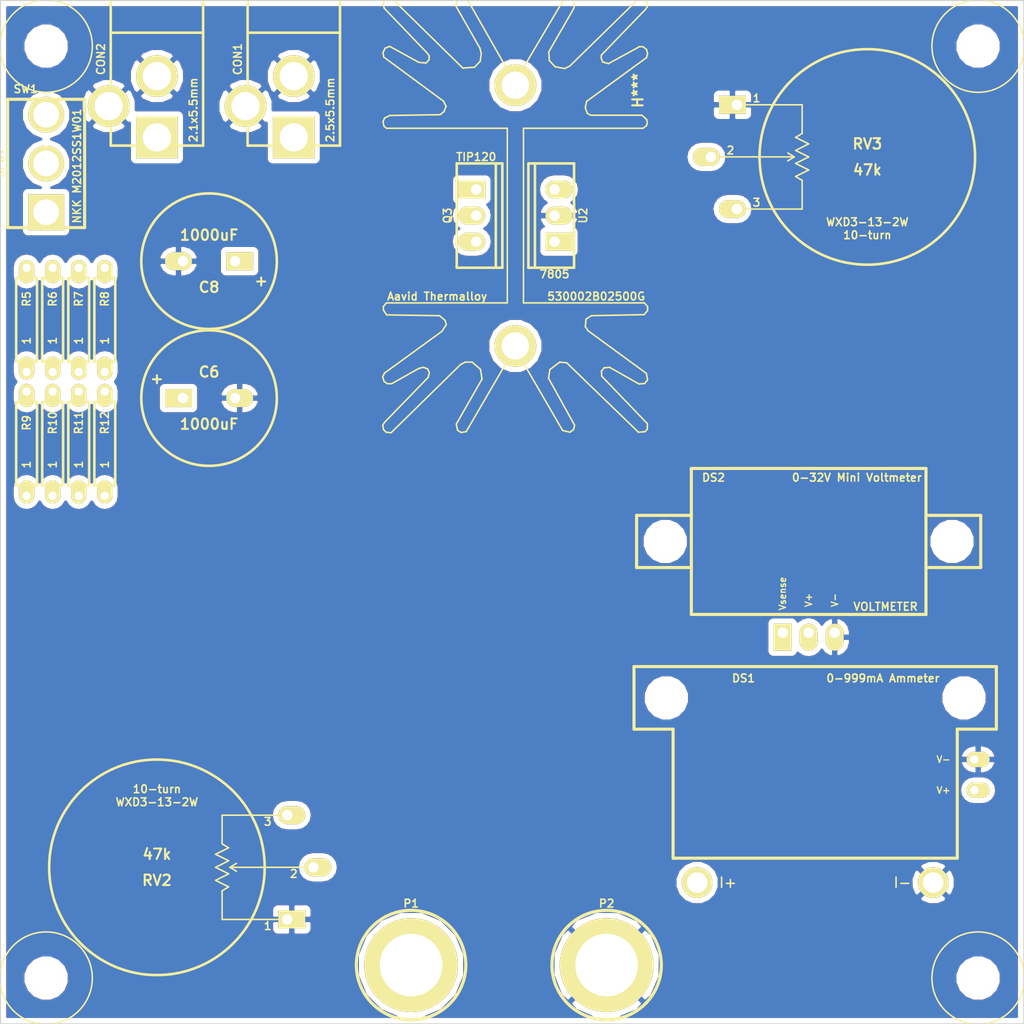
<source format=kicad_pcb>
(kicad_pcb (version 3) (host pcbnew "(2013-07-07 BZR 4022)-stable")

  (general
    (links 119)
    (no_connects 97)
    (area 125.044999 99.644999 224.840001 199.440001)
    (thickness 1.6)
    (drawings 4)
    (tracks 4)
    (zones 0)
    (modules 70)
    (nets 33)
  )

  (page A3)
  (layers
    (15 F.Cu signal hide)
    (2 Inner2.Cu signal)
    (1 Inner1.Cu signal)
    (0 B.Cu signal hide)
    (16 B.Adhes user)
    (17 F.Adhes user)
    (18 B.Paste user)
    (19 F.Paste user)
    (20 B.SilkS user)
    (21 F.SilkS user)
    (22 B.Mask user)
    (23 F.Mask user)
    (24 Dwgs.User user)
    (25 Cmts.User user)
    (26 Eco1.User user)
    (27 Eco2.User user)
    (28 Edge.Cuts user)
  )

  (setup
    (last_trace_width 0.508)
    (user_trace_width 0.508)
    (trace_clearance 0.254)
    (zone_clearance 0.508)
    (zone_45_only no)
    (trace_min 0.254)
    (segment_width 0.2)
    (edge_width 0.1)
    (via_size 0.889)
    (via_drill 0.635)
    (via_min_size 0.889)
    (via_min_drill 0.508)
    (uvia_size 0.508)
    (uvia_drill 0.127)
    (uvias_allowed no)
    (uvia_min_size 0.508)
    (uvia_min_drill 0.127)
    (pcb_text_width 0.3)
    (pcb_text_size 1.5 1.5)
    (mod_edge_width 0.15)
    (mod_text_size 1 1)
    (mod_text_width 0.15)
    (pad_size 1.5 1.5)
    (pad_drill 0.6)
    (pad_to_mask_clearance 0)
    (aux_axis_origin 0 0)
    (visible_elements 7FFFFFFF)
    (pcbplotparams
      (layerselection 3178497)
      (usegerberextensions true)
      (excludeedgelayer true)
      (linewidth 0.150000)
      (plotframeref false)
      (viasonmask false)
      (mode 1)
      (useauxorigin false)
      (hpglpennumber 1)
      (hpglpenspeed 20)
      (hpglpendiameter 15)
      (hpglpenoverlay 2)
      (psnegative false)
      (psa4output false)
      (plotreference true)
      (plotvalue true)
      (plotothertext true)
      (plotinvisibletext false)
      (padsonsilk false)
      (subtractmaskfromsilk false)
      (outputformat 1)
      (mirror false)
      (drillshape 1)
      (scaleselection 1)
      (outputdirectory ""))
  )

  (net 0 "")
  (net 1 GND)
  (net 2 Icontrol)
  (net 3 Isense)
  (net 4 N-0000010)
  (net 5 N-0000011)
  (net 6 N-0000015)
  (net 7 N-0000016)
  (net 8 N-0000017)
  (net 9 N-0000018)
  (net 10 N-0000019)
  (net 11 N-000002)
  (net 12 N-0000020)
  (net 13 N-0000021)
  (net 14 N-0000027)
  (net 15 N-000003)
  (net 16 N-0000033)
  (net 17 N-0000034)
  (net 18 N-0000035)
  (net 19 N-000004)
  (net 20 N-0000040)
  (net 21 N-000005)
  (net 22 N-000006)
  (net 23 N-000007)
  (net 24 N-000008)
  (net 25 N-000009)
  (net 26 Shunt+)
  (net 27 Shunt-)
  (net 28 VREF)
  (net 29 Vcc_filt)
  (net 30 Vcc_reg)
  (net 31 Vcontrol)
  (net 32 Vsense)

  (net_class Default "This is the default net class."
    (clearance 0.254)
    (trace_width 0.254)
    (via_dia 0.889)
    (via_drill 0.635)
    (uvia_dia 0.508)
    (uvia_drill 0.127)
    (add_net "")
    (add_net GND)
    (add_net Icontrol)
    (add_net Isense)
    (add_net N-0000010)
    (add_net N-0000011)
    (add_net N-0000015)
    (add_net N-0000016)
    (add_net N-0000017)
    (add_net N-0000018)
    (add_net N-0000019)
    (add_net N-000002)
    (add_net N-0000020)
    (add_net N-0000021)
    (add_net N-0000027)
    (add_net N-000003)
    (add_net N-0000033)
    (add_net N-0000034)
    (add_net N-0000035)
    (add_net N-000004)
    (add_net N-0000040)
    (add_net N-000005)
    (add_net N-000006)
    (add_net N-000007)
    (add_net N-000008)
    (add_net N-000009)
    (add_net Shunt+)
    (add_net Shunt-)
    (add_net VREF)
    (add_net Vcc_filt)
    (add_net Vcc_reg)
    (add_net Vcontrol)
    (add_net Vsense)
  )

  (module WXD3-13-2W_A (layer F.Cu) (tedit 53546BE4) (tstamp 53B66149)
    (at 209.55 114.935)
    (descr "WXD3-13-2W 10-turn potentiometer (vertical, glued to PCB)")
    (path /53B72462)
    (fp_text reference RV3 (at 0 -1.27) (layer F.SilkS)
      (effects (font (size 1.016 1.016) (thickness 0.2032)))
    )
    (fp_text value 47k (at 0 1.27) (layer F.SilkS)
      (effects (font (size 1.016 1.016) (thickness 0.2032)))
    )
    (fp_text user 3 (at -10.795 4.445) (layer F.SilkS)
      (effects (font (size 0.762 0.762) (thickness 0.1524)))
    )
    (fp_text user 2 (at -13.335 -0.635) (layer F.SilkS)
      (effects (font (size 0.762 0.762) (thickness 0.1524)))
    )
    (fp_text user 1 (at -10.795 -5.715) (layer F.SilkS)
      (effects (font (size 0.762 0.762) (thickness 0.1524)))
    )
    (fp_line (start -7.112 0) (end -7.747 0.381) (layer F.SilkS) (width 0.1524))
    (fp_line (start -7.112 0) (end -7.747 -0.381) (layer F.SilkS) (width 0.1524))
    (fp_line (start -15.24 0) (end -7.112 0) (layer F.SilkS) (width 0.1524))
    (fp_line (start -5.715 0) (end -6.985 0.635) (layer F.SilkS) (width 0.1524))
    (fp_line (start -6.985 0.635) (end -5.715 1.27) (layer F.SilkS) (width 0.1524))
    (fp_line (start -5.715 1.27) (end -6.985 1.905) (layer F.SilkS) (width 0.1524))
    (fp_line (start -6.985 1.905) (end -6.35 2.286) (layer F.SilkS) (width 0.1524))
    (fp_line (start -6.35 2.286) (end -6.35 5.08) (layer F.SilkS) (width 0.1524))
    (fp_line (start -5.715 0) (end -6.985 -0.635) (layer F.SilkS) (width 0.1524))
    (fp_line (start -6.985 -0.635) (end -5.715 -1.27) (layer F.SilkS) (width 0.1524))
    (fp_line (start -5.715 -1.27) (end -6.985 -1.905) (layer F.SilkS) (width 0.1524))
    (fp_line (start -6.985 -1.905) (end -6.35 -2.286) (layer F.SilkS) (width 0.1524))
    (fp_line (start -6.35 -2.286) (end -6.35 -5.08) (layer F.SilkS) (width 0.1524))
    (fp_line (start -12.7 5.08) (end -6.35 5.08) (layer F.SilkS) (width 0.1524))
    (fp_line (start -12.7 -5.08) (end -6.35 -5.08) (layer F.SilkS) (width 0.1524))
    (fp_text user 10-turn (at 0 7.62) (layer F.SilkS)
      (effects (font (size 0.762 0.762) (thickness 0.1524)))
    )
    (fp_text user WXD3-13-2W (at 0 6.35) (layer F.SilkS)
      (effects (font (size 0.762 0.762) (thickness 0.1524)))
    )
    (fp_circle (center 0 0) (end 10.5 0) (layer F.SilkS) (width 0.254))
    (pad 2 thru_hole oval (at -15.24 0) (size 2.6289 1.7526) (drill 1.016 (offset -0.43815 0))
      (layers *.Cu *.Mask F.SilkS)
      (net 31 Vcontrol)
    )
    (pad 1 thru_hole rect (at -12.7 -5.08) (size 2.6289 1.7526) (drill 1.016 (offset -0.43815 0))
      (layers *.Cu *.Mask F.SilkS)
      (net 1 GND)
    )
    (pad 3 thru_hole oval (at -12.7 5.08) (size 2.6289 1.7526) (drill 1.016 (offset -0.43815 0))
      (layers *.Cu *.Mask F.SilkS)
      (net 28 VREF)
    )
  )

  (module WXD3-13-2W_A (layer F.Cu) (tedit 53546BE4) (tstamp 53B66165)
    (at 140.335 184.15 180)
    (descr "WXD3-13-2W 10-turn potentiometer (vertical, glued to PCB)")
    (path /53B71779)
    (fp_text reference RV2 (at 0 -1.27 180) (layer F.SilkS)
      (effects (font (size 1.016 1.016) (thickness 0.2032)))
    )
    (fp_text value 47k (at 0 1.27 180) (layer F.SilkS)
      (effects (font (size 1.016 1.016) (thickness 0.2032)))
    )
    (fp_text user 3 (at -10.795 4.445 180) (layer F.SilkS)
      (effects (font (size 0.762 0.762) (thickness 0.1524)))
    )
    (fp_text user 2 (at -13.335 -0.635 180) (layer F.SilkS)
      (effects (font (size 0.762 0.762) (thickness 0.1524)))
    )
    (fp_text user 1 (at -10.795 -5.715 180) (layer F.SilkS)
      (effects (font (size 0.762 0.762) (thickness 0.1524)))
    )
    (fp_line (start -7.112 0) (end -7.747 0.381) (layer F.SilkS) (width 0.1524))
    (fp_line (start -7.112 0) (end -7.747 -0.381) (layer F.SilkS) (width 0.1524))
    (fp_line (start -15.24 0) (end -7.112 0) (layer F.SilkS) (width 0.1524))
    (fp_line (start -5.715 0) (end -6.985 0.635) (layer F.SilkS) (width 0.1524))
    (fp_line (start -6.985 0.635) (end -5.715 1.27) (layer F.SilkS) (width 0.1524))
    (fp_line (start -5.715 1.27) (end -6.985 1.905) (layer F.SilkS) (width 0.1524))
    (fp_line (start -6.985 1.905) (end -6.35 2.286) (layer F.SilkS) (width 0.1524))
    (fp_line (start -6.35 2.286) (end -6.35 5.08) (layer F.SilkS) (width 0.1524))
    (fp_line (start -5.715 0) (end -6.985 -0.635) (layer F.SilkS) (width 0.1524))
    (fp_line (start -6.985 -0.635) (end -5.715 -1.27) (layer F.SilkS) (width 0.1524))
    (fp_line (start -5.715 -1.27) (end -6.985 -1.905) (layer F.SilkS) (width 0.1524))
    (fp_line (start -6.985 -1.905) (end -6.35 -2.286) (layer F.SilkS) (width 0.1524))
    (fp_line (start -6.35 -2.286) (end -6.35 -5.08) (layer F.SilkS) (width 0.1524))
    (fp_line (start -12.7 5.08) (end -6.35 5.08) (layer F.SilkS) (width 0.1524))
    (fp_line (start -12.7 -5.08) (end -6.35 -5.08) (layer F.SilkS) (width 0.1524))
    (fp_text user 10-turn (at 0 7.62 180) (layer F.SilkS)
      (effects (font (size 0.762 0.762) (thickness 0.1524)))
    )
    (fp_text user WXD3-13-2W (at 0 6.35 180) (layer F.SilkS)
      (effects (font (size 0.762 0.762) (thickness 0.1524)))
    )
    (fp_circle (center 0 0) (end 10.5 0) (layer F.SilkS) (width 0.254))
    (pad 2 thru_hole oval (at -15.24 0 180) (size 2.6289 1.7526) (drill 1.016 (offset -0.43815 0))
      (layers *.Cu *.Mask F.SilkS)
      (net 2 Icontrol)
    )
    (pad 1 thru_hole rect (at -12.7 -5.08 180) (size 2.6289 1.7526) (drill 1.016 (offset -0.43815 0))
      (layers *.Cu *.Mask F.SilkS)
      (net 1 GND)
    )
    (pad 3 thru_hole oval (at -12.7 5.08 180) (size 2.6289 1.7526) (drill 1.016 (offset -0.43815 0))
      (layers *.Cu *.Mask F.SilkS)
      (net 28 VREF)
    )
  )

  (module TO92-123 (layer F.Cu) (tedit 4C5F51CE) (tstamp 53B66174)
    (at 248.285 170.815)
    (descr "Transistor TO92 brochage type BC237")
    (tags "TR TO92")
    (path /53B70B00)
    (fp_text reference U1 (at -1.27 3.81) (layer F.SilkS)
      (effects (font (size 1.016 1.016) (thickness 0.2032)))
    )
    (fp_text value TL431 (at -1.27 -5.08) (layer F.SilkS)
      (effects (font (size 1.016 1.016) (thickness 0.2032)))
    )
    (fp_line (start -1.27 2.54) (end 2.54 -1.27) (layer F.SilkS) (width 0.3048))
    (fp_line (start 2.54 -1.27) (end 2.54 -2.54) (layer F.SilkS) (width 0.3048))
    (fp_line (start 2.54 -2.54) (end 1.27 -3.81) (layer F.SilkS) (width 0.3048))
    (fp_line (start 1.27 -3.81) (end -1.27 -3.81) (layer F.SilkS) (width 0.3048))
    (fp_line (start -1.27 -3.81) (end -3.81 -1.27) (layer F.SilkS) (width 0.3048))
    (fp_line (start -3.81 -1.27) (end -3.81 1.27) (layer F.SilkS) (width 0.3048))
    (fp_line (start -3.81 1.27) (end -2.54 2.54) (layer F.SilkS) (width 0.3048))
    (fp_line (start -2.54 2.54) (end -1.27 2.54) (layer F.SilkS) (width 0.3048))
    (pad 3 thru_hole rect (at 1.27 -1.27) (size 1.397 1.397) (drill 0.8128)
      (layers *.Cu *.Mask F.SilkS)
      (net 1 GND)
    )
    (pad 2 thru_hole circle (at -1.27 -1.27) (size 1.397 1.397) (drill 0.8128)
      (layers *.Cu *.Mask F.SilkS)
      (net 20 N-0000040)
    )
    (pad 1 thru_hole circle (at -1.27 1.27) (size 1.397 1.397) (drill 0.8128)
      (layers *.Cu *.Mask F.SilkS)
      (net 28 VREF)
    )
    (model discret/to98.wrl
      (at (xyz 0 0 0))
      (scale (xyz 1 1 1))
      (rotate (xyz 0 0 0))
    )
  )

  (module TO-92_Q_EBC (layer F.Cu) (tedit 5324AA28) (tstamp 53B66183)
    (at 292.735 184.785)
    (descr "TO-92 Transistor, EBC pinout")
    (tags DEV)
    (path /5338E7BA)
    (fp_text reference Q2 (at -4.191 0 90) (layer F.SilkS)
      (effects (font (size 0.762 0.762) (thickness 0.1524)))
    )
    (fp_text value 2N3904 (at 1.651 0 90) (layer F.SilkS)
      (effects (font (size 0.635 0.635) (thickness 0.127)))
    )
    (fp_line (start 1.016 0.635) (end 1.016 -1.524) (layer F.SilkS) (width 0.15))
    (fp_line (start 1.016 -1.524) (end -3.556 -1.524) (layer F.SilkS) (width 0.15))
    (fp_line (start -3.556 -1.524) (end -3.556 0.635) (layer F.SilkS) (width 0.15))
    (fp_arc (start -1.27 0.635) (end -1.27 2.921) (angle 90) (layer F.SilkS) (width 0.15))
    (fp_arc (start -1.27 0.635) (end 1.016 0.635) (angle 90) (layer F.SilkS) (width 0.15))
    (fp_text user E (at 0 1.524) (layer F.SilkS)
      (effects (font (size 0.635 0.635) (thickness 0.127)))
    )
    (fp_text user B (at -1.27 -0.127) (layer F.SilkS)
      (effects (font (size 0.635 0.635) (thickness 0.127)))
    )
    (fp_text user C (at -2.54 1.524) (layer F.SilkS)
      (effects (font (size 0.635 0.635) (thickness 0.127)))
    )
    (pad 1 thru_hole oval (at 0 0) (size 1.4986 2.2479) (drill 0.8128 (offset 0 -0.37465))
      (layers *.Cu *.Mask F.SilkS)
      (net 1 GND)
    )
    (pad 2 thru_hole oval (at -1.27 1.27) (size 1.4986 2.2479) (drill 0.8128 (offset 0 0.37465))
      (layers *.Cu *.Mask F.SilkS)
      (net 10 N-0000019)
    )
    (pad 3 thru_hole oval (at -2.54 0) (size 1.4986 2.2479) (drill 0.8128 (offset 0 -0.37465))
      (layers *.Cu *.Mask F.SilkS)
      (net 14 N-0000027)
    )
    (model to-xxx-packages/to92.wrl
      (at (xyz 0 0 0))
      (scale (xyz 1 1 1))
      (rotate (xyz 0 0 0))
    )
  )

  (module TO-92_Q_EBC (layer F.Cu) (tedit 5324AA28) (tstamp 53B66192)
    (at 287.02 184.785)
    (descr "TO-92 Transistor, EBC pinout")
    (tags DEV)
    (path /5338EBE1)
    (fp_text reference Q1 (at -4.191 0 90) (layer F.SilkS)
      (effects (font (size 0.762 0.762) (thickness 0.1524)))
    )
    (fp_text value 2N3904 (at 1.651 0 90) (layer F.SilkS)
      (effects (font (size 0.635 0.635) (thickness 0.127)))
    )
    (fp_line (start 1.016 0.635) (end 1.016 -1.524) (layer F.SilkS) (width 0.15))
    (fp_line (start 1.016 -1.524) (end -3.556 -1.524) (layer F.SilkS) (width 0.15))
    (fp_line (start -3.556 -1.524) (end -3.556 0.635) (layer F.SilkS) (width 0.15))
    (fp_arc (start -1.27 0.635) (end -1.27 2.921) (angle 90) (layer F.SilkS) (width 0.15))
    (fp_arc (start -1.27 0.635) (end 1.016 0.635) (angle 90) (layer F.SilkS) (width 0.15))
    (fp_text user E (at 0 1.524) (layer F.SilkS)
      (effects (font (size 0.635 0.635) (thickness 0.127)))
    )
    (fp_text user B (at -1.27 -0.127) (layer F.SilkS)
      (effects (font (size 0.635 0.635) (thickness 0.127)))
    )
    (fp_text user C (at -2.54 1.524) (layer F.SilkS)
      (effects (font (size 0.635 0.635) (thickness 0.127)))
    )
    (pad 1 thru_hole oval (at 0 0) (size 1.4986 2.2479) (drill 0.8128 (offset 0 -0.37465))
      (layers *.Cu *.Mask F.SilkS)
      (net 1 GND)
    )
    (pad 2 thru_hole oval (at -1.27 1.27) (size 1.4986 2.2479) (drill 0.8128 (offset 0 0.37465))
      (layers *.Cu *.Mask F.SilkS)
      (net 8 N-0000017)
    )
    (pad 3 thru_hole oval (at -2.54 0) (size 1.4986 2.2479) (drill 0.8128 (offset 0 -0.37465))
      (layers *.Cu *.Mask F.SilkS)
      (net 14 N-0000027)
    )
    (model to-xxx-packages/to92.wrl
      (at (xyz 0 0 0))
      (scale (xyz 1 1 1))
      (rotate (xyz 0 0 0))
    )
  )

  (module TO-220_V_069B (layer F.Cu) (tedit 53A23D1A) (tstamp 53B661A0)
    (at 171.45 118.11 270)
    (descr "TO-220, vertical, 0.04\" holes, 0.069\" pads")
    (tags "TR TO220")
    (path /53B66A28)
    (fp_text reference Q3 (at 2.54 2.794 270) (layer F.SilkS)
      (effects (font (size 0.762 0.762) (thickness 0.1524)))
    )
    (fp_text value TIP120 (at -3.175 0 360) (layer F.SilkS)
      (effects (font (size 0.762 0.762) (thickness 0.1524)))
    )
    (fp_line (start -2.54 -1.905) (end -2.54 -2.54) (layer F.SilkS) (width 0.254))
    (fp_line (start -2.54 -2.54) (end 7.62 -2.54) (layer F.SilkS) (width 0.254))
    (fp_line (start 7.62 -2.54) (end 7.62 -1.905) (layer F.SilkS) (width 0.254))
    (fp_line (start -2.54 1.905) (end -2.54 -1.905) (layer F.SilkS) (width 0.254))
    (fp_line (start -2.54 -1.905) (end 7.62 -1.905) (layer F.SilkS) (width 0.254))
    (fp_line (start 7.62 -1.905) (end 7.62 1.905) (layer F.SilkS) (width 0.254))
    (fp_line (start 7.62 1.905) (end -2.54 1.905) (layer F.SilkS) (width 0.254))
    (pad 1 thru_hole rect (at 0 0) (size 2.6289 1.7526) (drill 1.016 (offset -0.43815 0))
      (layers *.Cu *.Mask F.SilkS)
      (net 14 N-0000027)
    )
    (pad 2 thru_hole oval (at 2.54 0) (size 2.6289 1.7526) (drill 1.016 (offset -0.43815 0))
      (layers *.Cu *.Mask F.SilkS)
      (net 29 Vcc_filt)
    )
    (pad 3 thru_hole oval (at 5.08 0) (size 2.6289 1.7526) (drill 1.016 (offset -0.43815 0))
      (layers *.Cu *.Mask F.SilkS)
      (net 26 Shunt+)
    )
  )

  (module TO-220_V_069B (layer F.Cu) (tedit 53A23D1A) (tstamp 53B661AE)
    (at 179.07 123.19 90)
    (descr "TO-220, vertical, 0.04\" holes, 0.069\" pads")
    (tags "TR TO220")
    (path /53B78B2B)
    (fp_text reference U2 (at 2.54 2.794 90) (layer F.SilkS)
      (effects (font (size 0.762 0.762) (thickness 0.1524)))
    )
    (fp_text value 7805 (at -3.175 0 180) (layer F.SilkS)
      (effects (font (size 0.762 0.762) (thickness 0.1524)))
    )
    (fp_line (start -2.54 -1.905) (end -2.54 -2.54) (layer F.SilkS) (width 0.254))
    (fp_line (start -2.54 -2.54) (end 7.62 -2.54) (layer F.SilkS) (width 0.254))
    (fp_line (start 7.62 -2.54) (end 7.62 -1.905) (layer F.SilkS) (width 0.254))
    (fp_line (start -2.54 1.905) (end -2.54 -1.905) (layer F.SilkS) (width 0.254))
    (fp_line (start -2.54 -1.905) (end 7.62 -1.905) (layer F.SilkS) (width 0.254))
    (fp_line (start 7.62 -1.905) (end 7.62 1.905) (layer F.SilkS) (width 0.254))
    (fp_line (start 7.62 1.905) (end -2.54 1.905) (layer F.SilkS) (width 0.254))
    (pad 1 thru_hole rect (at 0 0 180) (size 2.6289 1.7526) (drill 1.016 (offset -0.43815 0))
      (layers *.Cu *.Mask F.SilkS)
      (net 15 N-000003)
    )
    (pad 2 thru_hole oval (at 2.54 0 180) (size 2.6289 1.7526) (drill 1.016 (offset -0.43815 0))
      (layers *.Cu *.Mask F.SilkS)
      (net 1 GND)
    )
    (pad 3 thru_hole oval (at 5.08 0 180) (size 2.6289 1.7526) (drill 1.016 (offset -0.43815 0))
      (layers *.Cu *.Mask F.SilkS)
      (net 30 Vcc_reg)
    )
  )

  (module SOT23-5 (layer F.Cu) (tedit 4ECF78EF) (tstamp 53B661BB)
    (at 262.255 189.865)
    (path /53B62EA4)
    (attr smd)
    (fp_text reference U4 (at 2.19964 -0.29972 90) (layer F.SilkS)
      (effects (font (size 0.635 0.635) (thickness 0.127)))
    )
    (fp_text value INA193 (at 0 0) (layer F.SilkS)
      (effects (font (size 0.635 0.635) (thickness 0.127)))
    )
    (fp_line (start 1.524 -0.889) (end 1.524 0.889) (layer F.SilkS) (width 0.127))
    (fp_line (start 1.524 0.889) (end -1.524 0.889) (layer F.SilkS) (width 0.127))
    (fp_line (start -1.524 0.889) (end -1.524 -0.889) (layer F.SilkS) (width 0.127))
    (fp_line (start -1.524 -0.889) (end 1.524 -0.889) (layer F.SilkS) (width 0.127))
    (pad 1 smd rect (at -0.9525 1.27) (size 0.508 0.762)
      (layers F.Cu F.Paste F.Mask)
      (net 3 Isense)
    )
    (pad 3 smd rect (at 0.9525 1.27) (size 0.508 0.762)
      (layers F.Cu F.Paste F.Mask)
      (net 26 Shunt+)
    )
    (pad 5 smd rect (at -0.9525 -1.27) (size 0.508 0.762)
      (layers F.Cu F.Paste F.Mask)
      (net 30 Vcc_reg)
    )
    (pad 2 smd rect (at 0 1.27) (size 0.508 0.762)
      (layers F.Cu F.Paste F.Mask)
      (net 1 GND)
    )
    (pad 4 smd rect (at 0.9525 -1.27) (size 0.508 0.762)
      (layers F.Cu F.Paste F.Mask)
      (net 27 Shunt-)
    )
    (model smd/SOT23_5.wrl
      (at (xyz 0 0 0))
      (scale (xyz 0.1 0.1 0.1))
      (rotate (xyz 0 0 0))
    )
  )

  (module R_AXIAL_0W25_059Bi (layer F.Cu) (tedit 53A24564) (tstamp 53B661C8)
    (at 337.185 175.26)
    (descr "Resistor Axial 1/4W 0.4\"")
    (tags R)
    (path /53B7BAE2)
    (autoplace_cost180 10)
    (fp_text reference L1 (at 3.048 0) (layer F.SilkS)
      (effects (font (size 0.762 0.762) (thickness 0.1524)))
    )
    (fp_text value 10uH (at 7.112 0) (layer F.SilkS)
      (effects (font (size 0.762 0.762) (thickness 0.1524)))
    )
    (fp_line (start 0 0) (end 1.016 0) (layer F.SilkS) (width 0.254))
    (fp_line (start 1.016 0) (end 1.016 -1.016) (layer F.SilkS) (width 0.254))
    (fp_line (start 1.016 -1.016) (end 9.144 -1.016) (layer F.SilkS) (width 0.254))
    (fp_line (start 9.144 -1.016) (end 9.144 1.016) (layer F.SilkS) (width 0.254))
    (fp_line (start 9.144 1.016) (end 1.016 1.016) (layer F.SilkS) (width 0.254))
    (fp_line (start 1.016 1.016) (end 1.016 0) (layer F.SilkS) (width 0.254))
    (fp_line (start 10.16 0) (end 9.144 0) (layer F.SilkS) (width 0.254))
    (pad 1 thru_hole oval (at 0 0) (size 2.2479 1.4986) (drill 0.8128 (offset 0.37465 0))
      (layers *.Cu *.Mask F.SilkS)
      (net 6 N-0000015)
    )
    (pad 2 thru_hole oval (at 10.16 0) (size 2.2479 1.4986) (drill 0.8128 (offset -0.37465 0))
      (layers *.Cu *.Mask F.SilkS)
      (net 15 N-000003)
    )
    (model discret/resistor.wrl
      (at (xyz 0 0 0))
      (scale (xyz 0.4 0.4 0.4))
      (rotate (xyz 0 0 0))
    )
  )

  (module R_AXIAL_0W25_059Bi (layer F.Cu) (tedit 53A24564) (tstamp 53B661D5)
    (at 323.85 175.26)
    (descr "Resistor Axial 1/4W 0.4\"")
    (tags R)
    (path /53B7DB33)
    (autoplace_cost180 10)
    (fp_text reference R28 (at 3.048 0) (layer F.SilkS)
      (effects (font (size 0.762 0.762) (thickness 0.1524)))
    )
    (fp_text value 1 (at 7.112 0) (layer F.SilkS)
      (effects (font (size 0.762 0.762) (thickness 0.1524)))
    )
    (fp_line (start 0 0) (end 1.016 0) (layer F.SilkS) (width 0.254))
    (fp_line (start 1.016 0) (end 1.016 -1.016) (layer F.SilkS) (width 0.254))
    (fp_line (start 1.016 -1.016) (end 9.144 -1.016) (layer F.SilkS) (width 0.254))
    (fp_line (start 9.144 -1.016) (end 9.144 1.016) (layer F.SilkS) (width 0.254))
    (fp_line (start 9.144 1.016) (end 1.016 1.016) (layer F.SilkS) (width 0.254))
    (fp_line (start 1.016 1.016) (end 1.016 0) (layer F.SilkS) (width 0.254))
    (fp_line (start 10.16 0) (end 9.144 0) (layer F.SilkS) (width 0.254))
    (pad 1 thru_hole oval (at 0 0) (size 2.2479 1.4986) (drill 0.8128 (offset 0.37465 0))
      (layers *.Cu *.Mask F.SilkS)
      (net 26 Shunt+)
    )
    (pad 2 thru_hole oval (at 10.16 0) (size 2.2479 1.4986) (drill 0.8128 (offset -0.37465 0))
      (layers *.Cu *.Mask F.SilkS)
      (net 27 Shunt-)
    )
    (model discret/resistor.wrl
      (at (xyz 0 0 0))
      (scale (xyz 0.4 0.4 0.4))
      (rotate (xyz 0 0 0))
    )
  )

  (module R_AXIAL_0W25_059Bi (layer F.Cu) (tedit 53A24564) (tstamp 53B661E2)
    (at 310.515 175.26)
    (descr "Resistor Axial 1/4W 0.4\"")
    (tags R)
    (path /53B7DB2D)
    (autoplace_cost180 10)
    (fp_text reference R27 (at 3.048 0) (layer F.SilkS)
      (effects (font (size 0.762 0.762) (thickness 0.1524)))
    )
    (fp_text value 1 (at 7.112 0) (layer F.SilkS)
      (effects (font (size 0.762 0.762) (thickness 0.1524)))
    )
    (fp_line (start 0 0) (end 1.016 0) (layer F.SilkS) (width 0.254))
    (fp_line (start 1.016 0) (end 1.016 -1.016) (layer F.SilkS) (width 0.254))
    (fp_line (start 1.016 -1.016) (end 9.144 -1.016) (layer F.SilkS) (width 0.254))
    (fp_line (start 9.144 -1.016) (end 9.144 1.016) (layer F.SilkS) (width 0.254))
    (fp_line (start 9.144 1.016) (end 1.016 1.016) (layer F.SilkS) (width 0.254))
    (fp_line (start 1.016 1.016) (end 1.016 0) (layer F.SilkS) (width 0.254))
    (fp_line (start 10.16 0) (end 9.144 0) (layer F.SilkS) (width 0.254))
    (pad 1 thru_hole oval (at 0 0) (size 2.2479 1.4986) (drill 0.8128 (offset 0.37465 0))
      (layers *.Cu *.Mask F.SilkS)
      (net 26 Shunt+)
    )
    (pad 2 thru_hole oval (at 10.16 0) (size 2.2479 1.4986) (drill 0.8128 (offset -0.37465 0))
      (layers *.Cu *.Mask F.SilkS)
      (net 27 Shunt-)
    )
    (model discret/resistor.wrl
      (at (xyz 0 0 0))
      (scale (xyz 0.4 0.4 0.4))
      (rotate (xyz 0 0 0))
    )
  )

  (module R_AXIAL_0W25_059Bi (layer F.Cu) (tedit 53A24564) (tstamp 53B661EF)
    (at 270.51 168.275)
    (descr "Resistor Axial 1/4W 0.4\"")
    (tags R)
    (path /53B7DB27)
    (autoplace_cost180 10)
    (fp_text reference R22 (at 3.048 0) (layer F.SilkS)
      (effects (font (size 0.762 0.762) (thickness 0.1524)))
    )
    (fp_text value 1 (at 7.112 0) (layer F.SilkS)
      (effects (font (size 0.762 0.762) (thickness 0.1524)))
    )
    (fp_line (start 0 0) (end 1.016 0) (layer F.SilkS) (width 0.254))
    (fp_line (start 1.016 0) (end 1.016 -1.016) (layer F.SilkS) (width 0.254))
    (fp_line (start 1.016 -1.016) (end 9.144 -1.016) (layer F.SilkS) (width 0.254))
    (fp_line (start 9.144 -1.016) (end 9.144 1.016) (layer F.SilkS) (width 0.254))
    (fp_line (start 9.144 1.016) (end 1.016 1.016) (layer F.SilkS) (width 0.254))
    (fp_line (start 1.016 1.016) (end 1.016 0) (layer F.SilkS) (width 0.254))
    (fp_line (start 10.16 0) (end 9.144 0) (layer F.SilkS) (width 0.254))
    (pad 1 thru_hole oval (at 0 0) (size 2.2479 1.4986) (drill 0.8128 (offset 0.37465 0))
      (layers *.Cu *.Mask F.SilkS)
      (net 26 Shunt+)
    )
    (pad 2 thru_hole oval (at 10.16 0) (size 2.2479 1.4986) (drill 0.8128 (offset -0.37465 0))
      (layers *.Cu *.Mask F.SilkS)
      (net 27 Shunt-)
    )
    (model discret/resistor.wrl
      (at (xyz 0 0 0))
      (scale (xyz 0.4 0.4 0.4))
      (rotate (xyz 0 0 0))
    )
  )

  (module R_AXIAL_0W25_059Bi (layer F.Cu) (tedit 53A24564) (tstamp 53B661FC)
    (at 284.48 175.26)
    (descr "Resistor Axial 1/4W 0.4\"")
    (tags R)
    (path /53B7DB21)
    (autoplace_cost180 10)
    (fp_text reference R23 (at 3.048 0) (layer F.SilkS)
      (effects (font (size 0.762 0.762) (thickness 0.1524)))
    )
    (fp_text value 1 (at 7.112 0) (layer F.SilkS)
      (effects (font (size 0.762 0.762) (thickness 0.1524)))
    )
    (fp_line (start 0 0) (end 1.016 0) (layer F.SilkS) (width 0.254))
    (fp_line (start 1.016 0) (end 1.016 -1.016) (layer F.SilkS) (width 0.254))
    (fp_line (start 1.016 -1.016) (end 9.144 -1.016) (layer F.SilkS) (width 0.254))
    (fp_line (start 9.144 -1.016) (end 9.144 1.016) (layer F.SilkS) (width 0.254))
    (fp_line (start 9.144 1.016) (end 1.016 1.016) (layer F.SilkS) (width 0.254))
    (fp_line (start 1.016 1.016) (end 1.016 0) (layer F.SilkS) (width 0.254))
    (fp_line (start 10.16 0) (end 9.144 0) (layer F.SilkS) (width 0.254))
    (pad 1 thru_hole oval (at 0 0) (size 2.2479 1.4986) (drill 0.8128 (offset 0.37465 0))
      (layers *.Cu *.Mask F.SilkS)
      (net 26 Shunt+)
    )
    (pad 2 thru_hole oval (at 10.16 0) (size 2.2479 1.4986) (drill 0.8128 (offset -0.37465 0))
      (layers *.Cu *.Mask F.SilkS)
      (net 27 Shunt-)
    )
    (model discret/resistor.wrl
      (at (xyz 0 0 0))
      (scale (xyz 0.4 0.4 0.4))
      (rotate (xyz 0 0 0))
    )
  )

  (module R_AXIAL_0W25_059Bi (layer F.Cu) (tedit 53A24564) (tstamp 53B66209)
    (at 271.78 175.26)
    (descr "Resistor Axial 1/4W 0.4\"")
    (tags R)
    (path /53B7DB1B)
    (autoplace_cost180 10)
    (fp_text reference R26 (at 3.048 0) (layer F.SilkS)
      (effects (font (size 0.762 0.762) (thickness 0.1524)))
    )
    (fp_text value 1 (at 7.112 0) (layer F.SilkS)
      (effects (font (size 0.762 0.762) (thickness 0.1524)))
    )
    (fp_line (start 0 0) (end 1.016 0) (layer F.SilkS) (width 0.254))
    (fp_line (start 1.016 0) (end 1.016 -1.016) (layer F.SilkS) (width 0.254))
    (fp_line (start 1.016 -1.016) (end 9.144 -1.016) (layer F.SilkS) (width 0.254))
    (fp_line (start 9.144 -1.016) (end 9.144 1.016) (layer F.SilkS) (width 0.254))
    (fp_line (start 9.144 1.016) (end 1.016 1.016) (layer F.SilkS) (width 0.254))
    (fp_line (start 1.016 1.016) (end 1.016 0) (layer F.SilkS) (width 0.254))
    (fp_line (start 10.16 0) (end 9.144 0) (layer F.SilkS) (width 0.254))
    (pad 1 thru_hole oval (at 0 0) (size 2.2479 1.4986) (drill 0.8128 (offset 0.37465 0))
      (layers *.Cu *.Mask F.SilkS)
      (net 26 Shunt+)
    )
    (pad 2 thru_hole oval (at 10.16 0) (size 2.2479 1.4986) (drill 0.8128 (offset -0.37465 0))
      (layers *.Cu *.Mask F.SilkS)
      (net 27 Shunt-)
    )
    (model discret/resistor.wrl
      (at (xyz 0 0 0))
      (scale (xyz 0.4 0.4 0.4))
      (rotate (xyz 0 0 0))
    )
  )

  (module R_AXIAL_0W25_059Bi (layer F.Cu) (tedit 53A24564) (tstamp 53B66216)
    (at 258.445 175.26)
    (descr "Resistor Axial 1/4W 0.4\"")
    (tags R)
    (path /53B7DB15)
    (autoplace_cost180 10)
    (fp_text reference R25 (at 3.048 0) (layer F.SilkS)
      (effects (font (size 0.762 0.762) (thickness 0.1524)))
    )
    (fp_text value 1 (at 7.112 0) (layer F.SilkS)
      (effects (font (size 0.762 0.762) (thickness 0.1524)))
    )
    (fp_line (start 0 0) (end 1.016 0) (layer F.SilkS) (width 0.254))
    (fp_line (start 1.016 0) (end 1.016 -1.016) (layer F.SilkS) (width 0.254))
    (fp_line (start 1.016 -1.016) (end 9.144 -1.016) (layer F.SilkS) (width 0.254))
    (fp_line (start 9.144 -1.016) (end 9.144 1.016) (layer F.SilkS) (width 0.254))
    (fp_line (start 9.144 1.016) (end 1.016 1.016) (layer F.SilkS) (width 0.254))
    (fp_line (start 1.016 1.016) (end 1.016 0) (layer F.SilkS) (width 0.254))
    (fp_line (start 10.16 0) (end 9.144 0) (layer F.SilkS) (width 0.254))
    (pad 1 thru_hole oval (at 0 0) (size 2.2479 1.4986) (drill 0.8128 (offset 0.37465 0))
      (layers *.Cu *.Mask F.SilkS)
      (net 26 Shunt+)
    )
    (pad 2 thru_hole oval (at 10.16 0) (size 2.2479 1.4986) (drill 0.8128 (offset -0.37465 0))
      (layers *.Cu *.Mask F.SilkS)
      (net 27 Shunt-)
    )
    (model discret/resistor.wrl
      (at (xyz 0 0 0))
      (scale (xyz 0.4 0.4 0.4))
      (rotate (xyz 0 0 0))
    )
  )

  (module R_AXIAL_0W25_059Bi (layer F.Cu) (tedit 53A24564) (tstamp 53B66223)
    (at 297.815 175.26)
    (descr "Resistor Axial 1/4W 0.4\"")
    (tags R)
    (path /53B7DB0F)
    (autoplace_cost180 10)
    (fp_text reference R24 (at 3.048 0) (layer F.SilkS)
      (effects (font (size 0.762 0.762) (thickness 0.1524)))
    )
    (fp_text value 1 (at 7.112 0) (layer F.SilkS)
      (effects (font (size 0.762 0.762) (thickness 0.1524)))
    )
    (fp_line (start 0 0) (end 1.016 0) (layer F.SilkS) (width 0.254))
    (fp_line (start 1.016 0) (end 1.016 -1.016) (layer F.SilkS) (width 0.254))
    (fp_line (start 1.016 -1.016) (end 9.144 -1.016) (layer F.SilkS) (width 0.254))
    (fp_line (start 9.144 -1.016) (end 9.144 1.016) (layer F.SilkS) (width 0.254))
    (fp_line (start 9.144 1.016) (end 1.016 1.016) (layer F.SilkS) (width 0.254))
    (fp_line (start 1.016 1.016) (end 1.016 0) (layer F.SilkS) (width 0.254))
    (fp_line (start 10.16 0) (end 9.144 0) (layer F.SilkS) (width 0.254))
    (pad 1 thru_hole oval (at 0 0) (size 2.2479 1.4986) (drill 0.8128 (offset 0.37465 0))
      (layers *.Cu *.Mask F.SilkS)
      (net 26 Shunt+)
    )
    (pad 2 thru_hole oval (at 10.16 0) (size 2.2479 1.4986) (drill 0.8128 (offset -0.37465 0))
      (layers *.Cu *.Mask F.SilkS)
      (net 27 Shunt-)
    )
    (model discret/resistor.wrl
      (at (xyz 0 0 0))
      (scale (xyz 0.4 0.4 0.4))
      (rotate (xyz 0 0 0))
    )
  )

  (module R_AXIAL_0W25_059Bi (layer F.Cu) (tedit 53A24564) (tstamp 53B66230)
    (at 335.915 168.275)
    (descr "Resistor Axial 1/4W 0.4\"")
    (tags R)
    (path /53B7BD41)
    (autoplace_cost180 10)
    (fp_text reference R1 (at 3.048 0) (layer F.SilkS)
      (effects (font (size 0.762 0.762) (thickness 0.1524)))
    )
    (fp_text value 1 (at 7.112 0) (layer F.SilkS)
      (effects (font (size 0.762 0.762) (thickness 0.1524)))
    )
    (fp_line (start 0 0) (end 1.016 0) (layer F.SilkS) (width 0.254))
    (fp_line (start 1.016 0) (end 1.016 -1.016) (layer F.SilkS) (width 0.254))
    (fp_line (start 1.016 -1.016) (end 9.144 -1.016) (layer F.SilkS) (width 0.254))
    (fp_line (start 9.144 -1.016) (end 9.144 1.016) (layer F.SilkS) (width 0.254))
    (fp_line (start 9.144 1.016) (end 1.016 1.016) (layer F.SilkS) (width 0.254))
    (fp_line (start 1.016 1.016) (end 1.016 0) (layer F.SilkS) (width 0.254))
    (fp_line (start 10.16 0) (end 9.144 0) (layer F.SilkS) (width 0.254))
    (pad 1 thru_hole oval (at 0 0) (size 2.2479 1.4986) (drill 0.8128 (offset 0.37465 0))
      (layers *.Cu *.Mask F.SilkS)
      (net 29 Vcc_filt)
    )
    (pad 2 thru_hole oval (at 10.16 0) (size 2.2479 1.4986) (drill 0.8128 (offset -0.37465 0))
      (layers *.Cu *.Mask F.SilkS)
      (net 6 N-0000015)
    )
    (model discret/resistor.wrl
      (at (xyz 0 0 0))
      (scale (xyz 0.4 0.4 0.4))
      (rotate (xyz 0 0 0))
    )
  )

  (module R_AXIAL_0W25_059Bi (layer F.Cu) (tedit 53A24564) (tstamp 53B6623D)
    (at 135.255 137.795 270)
    (descr "Resistor Axial 1/4W 0.4\"")
    (tags R)
    (path /53B7B4E7)
    (autoplace_cost180 10)
    (fp_text reference R12 (at 3.048 0 270) (layer F.SilkS)
      (effects (font (size 0.762 0.762) (thickness 0.1524)))
    )
    (fp_text value 1 (at 7.112 0 270) (layer F.SilkS)
      (effects (font (size 0.762 0.762) (thickness 0.1524)))
    )
    (fp_line (start 0 0) (end 1.016 0) (layer F.SilkS) (width 0.254))
    (fp_line (start 1.016 0) (end 1.016 -1.016) (layer F.SilkS) (width 0.254))
    (fp_line (start 1.016 -1.016) (end 9.144 -1.016) (layer F.SilkS) (width 0.254))
    (fp_line (start 9.144 -1.016) (end 9.144 1.016) (layer F.SilkS) (width 0.254))
    (fp_line (start 9.144 1.016) (end 1.016 1.016) (layer F.SilkS) (width 0.254))
    (fp_line (start 1.016 1.016) (end 1.016 0) (layer F.SilkS) (width 0.254))
    (fp_line (start 10.16 0) (end 9.144 0) (layer F.SilkS) (width 0.254))
    (pad 1 thru_hole oval (at 0 0 270) (size 2.2479 1.4986) (drill 0.8128 (offset 0.37465 0))
      (layers *.Cu *.Mask F.SilkS)
      (net 21 N-000005)
    )
    (pad 2 thru_hole oval (at 10.16 0 270) (size 2.2479 1.4986) (drill 0.8128 (offset -0.37465 0))
      (layers *.Cu *.Mask F.SilkS)
      (net 19 N-000004)
    )
    (model discret/resistor.wrl
      (at (xyz 0 0 0))
      (scale (xyz 0.4 0.4 0.4))
      (rotate (xyz 0 0 0))
    )
  )

  (module R_AXIAL_0W25_059Bi (layer F.Cu) (tedit 53A24564) (tstamp 53B6624A)
    (at 127.635 125.73 270)
    (descr "Resistor Axial 1/4W 0.4\"")
    (tags R)
    (path /53B7B4BD)
    (autoplace_cost180 10)
    (fp_text reference R5 (at 3.048 0 270) (layer F.SilkS)
      (effects (font (size 0.762 0.762) (thickness 0.1524)))
    )
    (fp_text value 1 (at 7.112 0 270) (layer F.SilkS)
      (effects (font (size 0.762 0.762) (thickness 0.1524)))
    )
    (fp_line (start 0 0) (end 1.016 0) (layer F.SilkS) (width 0.254))
    (fp_line (start 1.016 0) (end 1.016 -1.016) (layer F.SilkS) (width 0.254))
    (fp_line (start 1.016 -1.016) (end 9.144 -1.016) (layer F.SilkS) (width 0.254))
    (fp_line (start 9.144 -1.016) (end 9.144 1.016) (layer F.SilkS) (width 0.254))
    (fp_line (start 9.144 1.016) (end 1.016 1.016) (layer F.SilkS) (width 0.254))
    (fp_line (start 1.016 1.016) (end 1.016 0) (layer F.SilkS) (width 0.254))
    (fp_line (start 10.16 0) (end 9.144 0) (layer F.SilkS) (width 0.254))
    (pad 1 thru_hole oval (at 0 0 270) (size 2.2479 1.4986) (drill 0.8128 (offset 0.37465 0))
      (layers *.Cu *.Mask F.SilkS)
      (net 11 N-000002)
    )
    (pad 2 thru_hole oval (at 10.16 0 270) (size 2.2479 1.4986) (drill 0.8128 (offset -0.37465 0))
      (layers *.Cu *.Mask F.SilkS)
      (net 24 N-000008)
    )
    (model discret/resistor.wrl
      (at (xyz 0 0 0))
      (scale (xyz 0.4 0.4 0.4))
      (rotate (xyz 0 0 0))
    )
  )

  (module R_AXIAL_0W25_059Bi (layer F.Cu) (tedit 53A24564) (tstamp 53B66257)
    (at 130.175 125.73 270)
    (descr "Resistor Axial 1/4W 0.4\"")
    (tags R)
    (path /53B7B4C3)
    (autoplace_cost180 10)
    (fp_text reference R6 (at 3.048 0 270) (layer F.SilkS)
      (effects (font (size 0.762 0.762) (thickness 0.1524)))
    )
    (fp_text value 1 (at 7.112 0 270) (layer F.SilkS)
      (effects (font (size 0.762 0.762) (thickness 0.1524)))
    )
    (fp_line (start 0 0) (end 1.016 0) (layer F.SilkS) (width 0.254))
    (fp_line (start 1.016 0) (end 1.016 -1.016) (layer F.SilkS) (width 0.254))
    (fp_line (start 1.016 -1.016) (end 9.144 -1.016) (layer F.SilkS) (width 0.254))
    (fp_line (start 9.144 -1.016) (end 9.144 1.016) (layer F.SilkS) (width 0.254))
    (fp_line (start 9.144 1.016) (end 1.016 1.016) (layer F.SilkS) (width 0.254))
    (fp_line (start 1.016 1.016) (end 1.016 0) (layer F.SilkS) (width 0.254))
    (fp_line (start 10.16 0) (end 9.144 0) (layer F.SilkS) (width 0.254))
    (pad 1 thru_hole oval (at 0 0 270) (size 2.2479 1.4986) (drill 0.8128 (offset 0.37465 0))
      (layers *.Cu *.Mask F.SilkS)
      (net 11 N-000002)
    )
    (pad 2 thru_hole oval (at 10.16 0 270) (size 2.2479 1.4986) (drill 0.8128 (offset -0.37465 0))
      (layers *.Cu *.Mask F.SilkS)
      (net 23 N-000007)
    )
    (model discret/resistor.wrl
      (at (xyz 0 0 0))
      (scale (xyz 0.4 0.4 0.4))
      (rotate (xyz 0 0 0))
    )
  )

  (module R_AXIAL_0W25_059Bi (layer F.Cu) (tedit 53A24564) (tstamp 53B66264)
    (at 132.715 125.73 270)
    (descr "Resistor Axial 1/4W 0.4\"")
    (tags R)
    (path /53B7B4C9)
    (autoplace_cost180 10)
    (fp_text reference R7 (at 3.048 0 270) (layer F.SilkS)
      (effects (font (size 0.762 0.762) (thickness 0.1524)))
    )
    (fp_text value 1 (at 7.112 0 270) (layer F.SilkS)
      (effects (font (size 0.762 0.762) (thickness 0.1524)))
    )
    (fp_line (start 0 0) (end 1.016 0) (layer F.SilkS) (width 0.254))
    (fp_line (start 1.016 0) (end 1.016 -1.016) (layer F.SilkS) (width 0.254))
    (fp_line (start 1.016 -1.016) (end 9.144 -1.016) (layer F.SilkS) (width 0.254))
    (fp_line (start 9.144 -1.016) (end 9.144 1.016) (layer F.SilkS) (width 0.254))
    (fp_line (start 9.144 1.016) (end 1.016 1.016) (layer F.SilkS) (width 0.254))
    (fp_line (start 1.016 1.016) (end 1.016 0) (layer F.SilkS) (width 0.254))
    (fp_line (start 10.16 0) (end 9.144 0) (layer F.SilkS) (width 0.254))
    (pad 1 thru_hole oval (at 0 0 270) (size 2.2479 1.4986) (drill 0.8128 (offset 0.37465 0))
      (layers *.Cu *.Mask F.SilkS)
      (net 11 N-000002)
    )
    (pad 2 thru_hole oval (at 10.16 0 270) (size 2.2479 1.4986) (drill 0.8128 (offset -0.37465 0))
      (layers *.Cu *.Mask F.SilkS)
      (net 22 N-000006)
    )
    (model discret/resistor.wrl
      (at (xyz 0 0 0))
      (scale (xyz 0.4 0.4 0.4))
      (rotate (xyz 0 0 0))
    )
  )

  (module R_AXIAL_0W25_059Bi (layer F.Cu) (tedit 53A24564) (tstamp 53B66271)
    (at 135.255 125.73 270)
    (descr "Resistor Axial 1/4W 0.4\"")
    (tags R)
    (path /53B7B4CF)
    (autoplace_cost180 10)
    (fp_text reference R8 (at 3.048 0 270) (layer F.SilkS)
      (effects (font (size 0.762 0.762) (thickness 0.1524)))
    )
    (fp_text value 1 (at 7.112 0 270) (layer F.SilkS)
      (effects (font (size 0.762 0.762) (thickness 0.1524)))
    )
    (fp_line (start 0 0) (end 1.016 0) (layer F.SilkS) (width 0.254))
    (fp_line (start 1.016 0) (end 1.016 -1.016) (layer F.SilkS) (width 0.254))
    (fp_line (start 1.016 -1.016) (end 9.144 -1.016) (layer F.SilkS) (width 0.254))
    (fp_line (start 9.144 -1.016) (end 9.144 1.016) (layer F.SilkS) (width 0.254))
    (fp_line (start 9.144 1.016) (end 1.016 1.016) (layer F.SilkS) (width 0.254))
    (fp_line (start 1.016 1.016) (end 1.016 0) (layer F.SilkS) (width 0.254))
    (fp_line (start 10.16 0) (end 9.144 0) (layer F.SilkS) (width 0.254))
    (pad 1 thru_hole oval (at 0 0 270) (size 2.2479 1.4986) (drill 0.8128 (offset 0.37465 0))
      (layers *.Cu *.Mask F.SilkS)
      (net 11 N-000002)
    )
    (pad 2 thru_hole oval (at 10.16 0 270) (size 2.2479 1.4986) (drill 0.8128 (offset -0.37465 0))
      (layers *.Cu *.Mask F.SilkS)
      (net 21 N-000005)
    )
    (model discret/resistor.wrl
      (at (xyz 0 0 0))
      (scale (xyz 0.4 0.4 0.4))
      (rotate (xyz 0 0 0))
    )
  )

  (module R_AXIAL_0W25_059Bi (layer F.Cu) (tedit 53A24564) (tstamp 53B6627E)
    (at 127.635 137.795 270)
    (descr "Resistor Axial 1/4W 0.4\"")
    (tags R)
    (path /53B7B4D5)
    (autoplace_cost180 10)
    (fp_text reference R9 (at 3.048 0 270) (layer F.SilkS)
      (effects (font (size 0.762 0.762) (thickness 0.1524)))
    )
    (fp_text value 1 (at 7.112 0 270) (layer F.SilkS)
      (effects (font (size 0.762 0.762) (thickness 0.1524)))
    )
    (fp_line (start 0 0) (end 1.016 0) (layer F.SilkS) (width 0.254))
    (fp_line (start 1.016 0) (end 1.016 -1.016) (layer F.SilkS) (width 0.254))
    (fp_line (start 1.016 -1.016) (end 9.144 -1.016) (layer F.SilkS) (width 0.254))
    (fp_line (start 9.144 -1.016) (end 9.144 1.016) (layer F.SilkS) (width 0.254))
    (fp_line (start 9.144 1.016) (end 1.016 1.016) (layer F.SilkS) (width 0.254))
    (fp_line (start 1.016 1.016) (end 1.016 0) (layer F.SilkS) (width 0.254))
    (fp_line (start 10.16 0) (end 9.144 0) (layer F.SilkS) (width 0.254))
    (pad 1 thru_hole oval (at 0 0 270) (size 2.2479 1.4986) (drill 0.8128 (offset 0.37465 0))
      (layers *.Cu *.Mask F.SilkS)
      (net 24 N-000008)
    )
    (pad 2 thru_hole oval (at 10.16 0 270) (size 2.2479 1.4986) (drill 0.8128 (offset -0.37465 0))
      (layers *.Cu *.Mask F.SilkS)
      (net 19 N-000004)
    )
    (model discret/resistor.wrl
      (at (xyz 0 0 0))
      (scale (xyz 0.4 0.4 0.4))
      (rotate (xyz 0 0 0))
    )
  )

  (module R_AXIAL_0W25_059Bi (layer F.Cu) (tedit 53A24564) (tstamp 53B6628B)
    (at 130.175 137.795 270)
    (descr "Resistor Axial 1/4W 0.4\"")
    (tags R)
    (path /53B7B4DB)
    (autoplace_cost180 10)
    (fp_text reference R10 (at 3.048 0 270) (layer F.SilkS)
      (effects (font (size 0.762 0.762) (thickness 0.1524)))
    )
    (fp_text value 1 (at 7.112 0 270) (layer F.SilkS)
      (effects (font (size 0.762 0.762) (thickness 0.1524)))
    )
    (fp_line (start 0 0) (end 1.016 0) (layer F.SilkS) (width 0.254))
    (fp_line (start 1.016 0) (end 1.016 -1.016) (layer F.SilkS) (width 0.254))
    (fp_line (start 1.016 -1.016) (end 9.144 -1.016) (layer F.SilkS) (width 0.254))
    (fp_line (start 9.144 -1.016) (end 9.144 1.016) (layer F.SilkS) (width 0.254))
    (fp_line (start 9.144 1.016) (end 1.016 1.016) (layer F.SilkS) (width 0.254))
    (fp_line (start 1.016 1.016) (end 1.016 0) (layer F.SilkS) (width 0.254))
    (fp_line (start 10.16 0) (end 9.144 0) (layer F.SilkS) (width 0.254))
    (pad 1 thru_hole oval (at 0 0 270) (size 2.2479 1.4986) (drill 0.8128 (offset 0.37465 0))
      (layers *.Cu *.Mask F.SilkS)
      (net 23 N-000007)
    )
    (pad 2 thru_hole oval (at 10.16 0 270) (size 2.2479 1.4986) (drill 0.8128 (offset -0.37465 0))
      (layers *.Cu *.Mask F.SilkS)
      (net 19 N-000004)
    )
    (model discret/resistor.wrl
      (at (xyz 0 0 0))
      (scale (xyz 0.4 0.4 0.4))
      (rotate (xyz 0 0 0))
    )
  )

  (module R_AXIAL_0W25_059Bi (layer F.Cu) (tedit 53A24564) (tstamp 53B66298)
    (at 132.715 137.795 270)
    (descr "Resistor Axial 1/4W 0.4\"")
    (tags R)
    (path /53B7B4E1)
    (autoplace_cost180 10)
    (fp_text reference R11 (at 3.048 0 270) (layer F.SilkS)
      (effects (font (size 0.762 0.762) (thickness 0.1524)))
    )
    (fp_text value 1 (at 7.112 0 270) (layer F.SilkS)
      (effects (font (size 0.762 0.762) (thickness 0.1524)))
    )
    (fp_line (start 0 0) (end 1.016 0) (layer F.SilkS) (width 0.254))
    (fp_line (start 1.016 0) (end 1.016 -1.016) (layer F.SilkS) (width 0.254))
    (fp_line (start 1.016 -1.016) (end 9.144 -1.016) (layer F.SilkS) (width 0.254))
    (fp_line (start 9.144 -1.016) (end 9.144 1.016) (layer F.SilkS) (width 0.254))
    (fp_line (start 9.144 1.016) (end 1.016 1.016) (layer F.SilkS) (width 0.254))
    (fp_line (start 1.016 1.016) (end 1.016 0) (layer F.SilkS) (width 0.254))
    (fp_line (start 10.16 0) (end 9.144 0) (layer F.SilkS) (width 0.254))
    (pad 1 thru_hole oval (at 0 0 270) (size 2.2479 1.4986) (drill 0.8128 (offset 0.37465 0))
      (layers *.Cu *.Mask F.SilkS)
      (net 22 N-000006)
    )
    (pad 2 thru_hole oval (at 10.16 0 270) (size 2.2479 1.4986) (drill 0.8128 (offset -0.37465 0))
      (layers *.Cu *.Mask F.SilkS)
      (net 19 N-000004)
    )
    (model discret/resistor.wrl
      (at (xyz 0 0 0))
      (scale (xyz 0.4 0.4 0.4))
      (rotate (xyz 0 0 0))
    )
  )

  (module R_AXIAL_0W25_059Bi (layer F.Cu) (tedit 53A24564) (tstamp 53B662A5)
    (at 245.745 180.975)
    (descr "Resistor Axial 1/4W 0.4\"")
    (tags R)
    (path /53B7544C)
    (autoplace_cost180 10)
    (fp_text reference R32 (at 3.048 0) (layer F.SilkS)
      (effects (font (size 0.762 0.762) (thickness 0.1524)))
    )
    (fp_text value 47k (at 7.112 0) (layer F.SilkS)
      (effects (font (size 0.762 0.762) (thickness 0.1524)))
    )
    (fp_line (start 0 0) (end 1.016 0) (layer F.SilkS) (width 0.254))
    (fp_line (start 1.016 0) (end 1.016 -1.016) (layer F.SilkS) (width 0.254))
    (fp_line (start 1.016 -1.016) (end 9.144 -1.016) (layer F.SilkS) (width 0.254))
    (fp_line (start 9.144 -1.016) (end 9.144 1.016) (layer F.SilkS) (width 0.254))
    (fp_line (start 9.144 1.016) (end 1.016 1.016) (layer F.SilkS) (width 0.254))
    (fp_line (start 1.016 1.016) (end 1.016 0) (layer F.SilkS) (width 0.254))
    (fp_line (start 10.16 0) (end 9.144 0) (layer F.SilkS) (width 0.254))
    (pad 1 thru_hole oval (at 0 0) (size 2.2479 1.4986) (drill 0.8128 (offset 0.37465 0))
      (layers *.Cu *.Mask F.SilkS)
      (net 18 N-0000035)
    )
    (pad 2 thru_hole oval (at 10.16 0) (size 2.2479 1.4986) (drill 0.8128 (offset -0.37465 0))
      (layers *.Cu *.Mask F.SilkS)
      (net 1 GND)
    )
    (model discret/resistor.wrl
      (at (xyz 0 0 0))
      (scale (xyz 0.4 0.4 0.4))
      (rotate (xyz 0 0 0))
    )
  )

  (module R_AXIAL_0W25_059Bi (layer F.Cu) (tedit 53A24564) (tstamp 53B662B2)
    (at 258.445 180.975)
    (descr "Resistor Axial 1/4W 0.4\"")
    (tags R)
    (path /53365A7E)
    (autoplace_cost180 10)
    (fp_text reference R30 (at 3.048 0) (layer F.SilkS)
      (effects (font (size 0.762 0.762) (thickness 0.1524)))
    )
    (fp_text value 10k (at 7.112 0) (layer F.SilkS)
      (effects (font (size 0.762 0.762) (thickness 0.1524)))
    )
    (fp_line (start 0 0) (end 1.016 0) (layer F.SilkS) (width 0.254))
    (fp_line (start 1.016 0) (end 1.016 -1.016) (layer F.SilkS) (width 0.254))
    (fp_line (start 1.016 -1.016) (end 9.144 -1.016) (layer F.SilkS) (width 0.254))
    (fp_line (start 9.144 -1.016) (end 9.144 1.016) (layer F.SilkS) (width 0.254))
    (fp_line (start 9.144 1.016) (end 1.016 1.016) (layer F.SilkS) (width 0.254))
    (fp_line (start 1.016 1.016) (end 1.016 0) (layer F.SilkS) (width 0.254))
    (fp_line (start 10.16 0) (end 9.144 0) (layer F.SilkS) (width 0.254))
    (pad 1 thru_hole oval (at 0 0) (size 2.2479 1.4986) (drill 0.8128 (offset 0.37465 0))
      (layers *.Cu *.Mask F.SilkS)
      (net 32 Vsense)
    )
    (pad 2 thru_hole oval (at 10.16 0) (size 2.2479 1.4986) (drill 0.8128 (offset -0.37465 0))
      (layers *.Cu *.Mask F.SilkS)
      (net 1 GND)
    )
    (model discret/resistor.wrl
      (at (xyz 0 0 0))
      (scale (xyz 0.4 0.4 0.4))
      (rotate (xyz 0 0 0))
    )
  )

  (module R_AXIAL_0W25_059Bi (layer F.Cu) (tedit 53A24564) (tstamp 53B662BF)
    (at 271.78 180.975)
    (descr "Resistor Axial 1/4W 0.4\"")
    (tags R)
    (path /5339674C)
    (autoplace_cost180 10)
    (fp_text reference R18 (at 3.048 0) (layer F.SilkS)
      (effects (font (size 0.762 0.762) (thickness 0.1524)))
    )
    (fp_text value 1k (at 7.112 0) (layer F.SilkS)
      (effects (font (size 0.762 0.762) (thickness 0.1524)))
    )
    (fp_line (start 0 0) (end 1.016 0) (layer F.SilkS) (width 0.254))
    (fp_line (start 1.016 0) (end 1.016 -1.016) (layer F.SilkS) (width 0.254))
    (fp_line (start 1.016 -1.016) (end 9.144 -1.016) (layer F.SilkS) (width 0.254))
    (fp_line (start 9.144 -1.016) (end 9.144 1.016) (layer F.SilkS) (width 0.254))
    (fp_line (start 9.144 1.016) (end 1.016 1.016) (layer F.SilkS) (width 0.254))
    (fp_line (start 1.016 1.016) (end 1.016 0) (layer F.SilkS) (width 0.254))
    (fp_line (start 10.16 0) (end 9.144 0) (layer F.SilkS) (width 0.254))
    (pad 1 thru_hole oval (at 0 0) (size 2.2479 1.4986) (drill 0.8128 (offset 0.37465 0))
      (layers *.Cu *.Mask F.SilkS)
      (net 10 N-0000019)
    )
    (pad 2 thru_hole oval (at 10.16 0) (size 2.2479 1.4986) (drill 0.8128 (offset -0.37465 0))
      (layers *.Cu *.Mask F.SilkS)
      (net 9 N-0000018)
    )
    (model discret/resistor.wrl
      (at (xyz 0 0 0))
      (scale (xyz 0.4 0.4 0.4))
      (rotate (xyz 0 0 0))
    )
  )

  (module R_AXIAL_0W25_059Bi (layer F.Cu) (tedit 53A24564) (tstamp 53B662CC)
    (at 271.78 184.15)
    (descr "Resistor Axial 1/4W 0.4\"")
    (tags R)
    (path /53397C58)
    (autoplace_cost180 10)
    (fp_text reference R17 (at 3.048 0) (layer F.SilkS)
      (effects (font (size 0.762 0.762) (thickness 0.1524)))
    )
    (fp_text value 1k (at 7.112 0) (layer F.SilkS)
      (effects (font (size 0.762 0.762) (thickness 0.1524)))
    )
    (fp_line (start 0 0) (end 1.016 0) (layer F.SilkS) (width 0.254))
    (fp_line (start 1.016 0) (end 1.016 -1.016) (layer F.SilkS) (width 0.254))
    (fp_line (start 1.016 -1.016) (end 9.144 -1.016) (layer F.SilkS) (width 0.254))
    (fp_line (start 9.144 -1.016) (end 9.144 1.016) (layer F.SilkS) (width 0.254))
    (fp_line (start 9.144 1.016) (end 1.016 1.016) (layer F.SilkS) (width 0.254))
    (fp_line (start 1.016 1.016) (end 1.016 0) (layer F.SilkS) (width 0.254))
    (fp_line (start 10.16 0) (end 9.144 0) (layer F.SilkS) (width 0.254))
    (pad 1 thru_hole oval (at 0 0) (size 2.2479 1.4986) (drill 0.8128 (offset 0.37465 0))
      (layers *.Cu *.Mask F.SilkS)
      (net 8 N-0000017)
    )
    (pad 2 thru_hole oval (at 10.16 0) (size 2.2479 1.4986) (drill 0.8128 (offset -0.37465 0))
      (layers *.Cu *.Mask F.SilkS)
      (net 7 N-0000016)
    )
    (model discret/resistor.wrl
      (at (xyz 0 0 0))
      (scale (xyz 0.4 0.4 0.4))
      (rotate (xyz 0 0 0))
    )
  )

  (module R_AXIAL_0W25_059Bi (layer F.Cu) (tedit 53A24564) (tstamp 53B662D9)
    (at 258.445 184.15)
    (descr "Resistor Axial 1/4W 0.4\"")
    (tags R)
    (path /53B66DA5)
    (autoplace_cost180 10)
    (fp_text reference R14 (at 3.048 0) (layer F.SilkS)
      (effects (font (size 0.762 0.762) (thickness 0.1524)))
    )
    (fp_text value 1k (at 7.112 0) (layer F.SilkS)
      (effects (font (size 0.762 0.762) (thickness 0.1524)))
    )
    (fp_line (start 0 0) (end 1.016 0) (layer F.SilkS) (width 0.254))
    (fp_line (start 1.016 0) (end 1.016 -1.016) (layer F.SilkS) (width 0.254))
    (fp_line (start 1.016 -1.016) (end 9.144 -1.016) (layer F.SilkS) (width 0.254))
    (fp_line (start 9.144 -1.016) (end 9.144 1.016) (layer F.SilkS) (width 0.254))
    (fp_line (start 9.144 1.016) (end 1.016 1.016) (layer F.SilkS) (width 0.254))
    (fp_line (start 1.016 1.016) (end 1.016 0) (layer F.SilkS) (width 0.254))
    (fp_line (start 10.16 0) (end 9.144 0) (layer F.SilkS) (width 0.254))
    (pad 1 thru_hole oval (at 0 0) (size 2.2479 1.4986) (drill 0.8128 (offset 0.37465 0))
      (layers *.Cu *.Mask F.SilkS)
      (net 5 N-0000011)
    )
    (pad 2 thru_hole oval (at 10.16 0) (size 2.2479 1.4986) (drill 0.8128 (offset -0.37465 0))
      (layers *.Cu *.Mask F.SilkS)
      (net 14 N-0000027)
    )
    (model discret/resistor.wrl
      (at (xyz 0 0 0))
      (scale (xyz 0.4 0.4 0.4))
      (rotate (xyz 0 0 0))
    )
  )

  (module R_AXIAL_0W25_059Bi (layer F.Cu) (tedit 53A24564) (tstamp 53B662E6)
    (at 245.745 184.15)
    (descr "Resistor Axial 1/4W 0.4\"")
    (tags R)
    (path /53365A71)
    (autoplace_cost180 10)
    (fp_text reference R29 (at 3.048 0) (layer F.SilkS)
      (effects (font (size 0.762 0.762) (thickness 0.1524)))
    )
    (fp_text value 68k (at 7.112 0) (layer F.SilkS)
      (effects (font (size 0.762 0.762) (thickness 0.1524)))
    )
    (fp_line (start 0 0) (end 1.016 0) (layer F.SilkS) (width 0.254))
    (fp_line (start 1.016 0) (end 1.016 -1.016) (layer F.SilkS) (width 0.254))
    (fp_line (start 1.016 -1.016) (end 9.144 -1.016) (layer F.SilkS) (width 0.254))
    (fp_line (start 9.144 -1.016) (end 9.144 1.016) (layer F.SilkS) (width 0.254))
    (fp_line (start 9.144 1.016) (end 1.016 1.016) (layer F.SilkS) (width 0.254))
    (fp_line (start 1.016 1.016) (end 1.016 0) (layer F.SilkS) (width 0.254))
    (fp_line (start 10.16 0) (end 9.144 0) (layer F.SilkS) (width 0.254))
    (pad 1 thru_hole oval (at 0 0) (size 2.2479 1.4986) (drill 0.8128 (offset 0.37465 0))
      (layers *.Cu *.Mask F.SilkS)
      (net 27 Shunt-)
    )
    (pad 2 thru_hole oval (at 10.16 0) (size 2.2479 1.4986) (drill 0.8128 (offset -0.37465 0))
      (layers *.Cu *.Mask F.SilkS)
      (net 32 Vsense)
    )
    (model discret/resistor.wrl
      (at (xyz 0 0 0))
      (scale (xyz 0.4 0.4 0.4))
      (rotate (xyz 0 0 0))
    )
  )

  (module R_AXIAL_0W25_059Bi (layer F.Cu) (tedit 53A24564) (tstamp 53B662F3)
    (at 337.185 180.975)
    (descr "Resistor Axial 1/4W 0.4\"")
    (tags R)
    (path /53B7DDC7)
    (autoplace_cost180 10)
    (fp_text reference R13 (at 3.048 0) (layer F.SilkS)
      (effects (font (size 0.762 0.762) (thickness 0.1524)))
    )
    (fp_text value 1k (at 7.112 0) (layer F.SilkS)
      (effects (font (size 0.762 0.762) (thickness 0.1524)))
    )
    (fp_line (start 0 0) (end 1.016 0) (layer F.SilkS) (width 0.254))
    (fp_line (start 1.016 0) (end 1.016 -1.016) (layer F.SilkS) (width 0.254))
    (fp_line (start 1.016 -1.016) (end 9.144 -1.016) (layer F.SilkS) (width 0.254))
    (fp_line (start 9.144 -1.016) (end 9.144 1.016) (layer F.SilkS) (width 0.254))
    (fp_line (start 9.144 1.016) (end 1.016 1.016) (layer F.SilkS) (width 0.254))
    (fp_line (start 1.016 1.016) (end 1.016 0) (layer F.SilkS) (width 0.254))
    (fp_line (start 10.16 0) (end 9.144 0) (layer F.SilkS) (width 0.254))
    (pad 1 thru_hole oval (at 0 0) (size 2.2479 1.4986) (drill 0.8128 (offset 0.37465 0))
      (layers *.Cu *.Mask F.SilkS)
      (net 29 Vcc_filt)
    )
    (pad 2 thru_hole oval (at 10.16 0) (size 2.2479 1.4986) (drill 0.8128 (offset -0.37465 0))
      (layers *.Cu *.Mask F.SilkS)
      (net 5 N-0000011)
    )
    (model discret/resistor.wrl
      (at (xyz 0 0 0))
      (scale (xyz 0.4 0.4 0.4))
      (rotate (xyz 0 0 0))
    )
  )

  (module R_AXIAL_0W25_059Bi (layer F.Cu) (tedit 53A24564) (tstamp 53B66300)
    (at 323.85 180.975)
    (descr "Resistor Axial 1/4W 0.4\"")
    (tags R)
    (path /53B7DDC1)
    (autoplace_cost180 10)
    (fp_text reference R15 (at 3.048 0) (layer F.SilkS)
      (effects (font (size 0.762 0.762) (thickness 0.1524)))
    )
    (fp_text value 1k (at 7.112 0) (layer F.SilkS)
      (effects (font (size 0.762 0.762) (thickness 0.1524)))
    )
    (fp_line (start 0 0) (end 1.016 0) (layer F.SilkS) (width 0.254))
    (fp_line (start 1.016 0) (end 1.016 -1.016) (layer F.SilkS) (width 0.254))
    (fp_line (start 1.016 -1.016) (end 9.144 -1.016) (layer F.SilkS) (width 0.254))
    (fp_line (start 9.144 -1.016) (end 9.144 1.016) (layer F.SilkS) (width 0.254))
    (fp_line (start 9.144 1.016) (end 1.016 1.016) (layer F.SilkS) (width 0.254))
    (fp_line (start 1.016 1.016) (end 1.016 0) (layer F.SilkS) (width 0.254))
    (fp_line (start 10.16 0) (end 9.144 0) (layer F.SilkS) (width 0.254))
    (pad 1 thru_hole oval (at 0 0) (size 2.2479 1.4986) (drill 0.8128 (offset 0.37465 0))
      (layers *.Cu *.Mask F.SilkS)
      (net 29 Vcc_filt)
    )
    (pad 2 thru_hole oval (at 10.16 0) (size 2.2479 1.4986) (drill 0.8128 (offset -0.37465 0))
      (layers *.Cu *.Mask F.SilkS)
      (net 4 N-0000010)
    )
    (model discret/resistor.wrl
      (at (xyz 0 0 0))
      (scale (xyz 0.4 0.4 0.4))
      (rotate (xyz 0 0 0))
    )
  )

  (module R_AXIAL_0W25_059Bi (layer F.Cu) (tedit 53A24564) (tstamp 53B6630D)
    (at 310.515 180.975)
    (descr "Resistor Axial 1/4W 0.4\"")
    (tags R)
    (path /53B7DDA7)
    (autoplace_cost180 10)
    (fp_text reference R16 (at 3.048 0) (layer F.SilkS)
      (effects (font (size 0.762 0.762) (thickness 0.1524)))
    )
    (fp_text value 1k (at 7.112 0) (layer F.SilkS)
      (effects (font (size 0.762 0.762) (thickness 0.1524)))
    )
    (fp_line (start 0 0) (end 1.016 0) (layer F.SilkS) (width 0.254))
    (fp_line (start 1.016 0) (end 1.016 -1.016) (layer F.SilkS) (width 0.254))
    (fp_line (start 1.016 -1.016) (end 9.144 -1.016) (layer F.SilkS) (width 0.254))
    (fp_line (start 9.144 -1.016) (end 9.144 1.016) (layer F.SilkS) (width 0.254))
    (fp_line (start 9.144 1.016) (end 1.016 1.016) (layer F.SilkS) (width 0.254))
    (fp_line (start 1.016 1.016) (end 1.016 0) (layer F.SilkS) (width 0.254))
    (fp_line (start 10.16 0) (end 9.144 0) (layer F.SilkS) (width 0.254))
    (pad 1 thru_hole oval (at 0 0) (size 2.2479 1.4986) (drill 0.8128 (offset 0.37465 0))
      (layers *.Cu *.Mask F.SilkS)
      (net 4 N-0000010)
    )
    (pad 2 thru_hole oval (at 10.16 0) (size 2.2479 1.4986) (drill 0.8128 (offset -0.37465 0))
      (layers *.Cu *.Mask F.SilkS)
      (net 14 N-0000027)
    )
    (model discret/resistor.wrl
      (at (xyz 0 0 0))
      (scale (xyz 0.4 0.4 0.4))
      (rotate (xyz 0 0 0))
    )
  )

  (module R_AXIAL_0W25_059Bi (layer F.Cu) (tedit 53A24564) (tstamp 53B6631A)
    (at 297.815 180.975)
    (descr "Resistor Axial 1/4W 0.4\"")
    (tags R)
    (path /53B7DB45)
    (autoplace_cost180 10)
    (fp_text reference R19 (at 3.048 0) (layer F.SilkS)
      (effects (font (size 0.762 0.762) (thickness 0.1524)))
    )
    (fp_text value 1 (at 7.112 0) (layer F.SilkS)
      (effects (font (size 0.762 0.762) (thickness 0.1524)))
    )
    (fp_line (start 0 0) (end 1.016 0) (layer F.SilkS) (width 0.254))
    (fp_line (start 1.016 0) (end 1.016 -1.016) (layer F.SilkS) (width 0.254))
    (fp_line (start 1.016 -1.016) (end 9.144 -1.016) (layer F.SilkS) (width 0.254))
    (fp_line (start 9.144 -1.016) (end 9.144 1.016) (layer F.SilkS) (width 0.254))
    (fp_line (start 9.144 1.016) (end 1.016 1.016) (layer F.SilkS) (width 0.254))
    (fp_line (start 1.016 1.016) (end 1.016 0) (layer F.SilkS) (width 0.254))
    (fp_line (start 10.16 0) (end 9.144 0) (layer F.SilkS) (width 0.254))
    (pad 1 thru_hole oval (at 0 0) (size 2.2479 1.4986) (drill 0.8128 (offset 0.37465 0))
      (layers *.Cu *.Mask F.SilkS)
      (net 26 Shunt+)
    )
    (pad 2 thru_hole oval (at 10.16 0) (size 2.2479 1.4986) (drill 0.8128 (offset -0.37465 0))
      (layers *.Cu *.Mask F.SilkS)
      (net 27 Shunt-)
    )
    (model discret/resistor.wrl
      (at (xyz 0 0 0))
      (scale (xyz 0.4 0.4 0.4))
      (rotate (xyz 0 0 0))
    )
  )

  (module R_AXIAL_0W25_059Bi (layer F.Cu) (tedit 53A24564) (tstamp 53B66327)
    (at 284.48 180.975)
    (descr "Resistor Axial 1/4W 0.4\"")
    (tags R)
    (path /53B7DB3F)
    (autoplace_cost180 10)
    (fp_text reference R20 (at 3.048 0) (layer F.SilkS)
      (effects (font (size 0.762 0.762) (thickness 0.1524)))
    )
    (fp_text value 1 (at 7.112 0) (layer F.SilkS)
      (effects (font (size 0.762 0.762) (thickness 0.1524)))
    )
    (fp_line (start 0 0) (end 1.016 0) (layer F.SilkS) (width 0.254))
    (fp_line (start 1.016 0) (end 1.016 -1.016) (layer F.SilkS) (width 0.254))
    (fp_line (start 1.016 -1.016) (end 9.144 -1.016) (layer F.SilkS) (width 0.254))
    (fp_line (start 9.144 -1.016) (end 9.144 1.016) (layer F.SilkS) (width 0.254))
    (fp_line (start 9.144 1.016) (end 1.016 1.016) (layer F.SilkS) (width 0.254))
    (fp_line (start 1.016 1.016) (end 1.016 0) (layer F.SilkS) (width 0.254))
    (fp_line (start 10.16 0) (end 9.144 0) (layer F.SilkS) (width 0.254))
    (pad 1 thru_hole oval (at 0 0) (size 2.2479 1.4986) (drill 0.8128 (offset 0.37465 0))
      (layers *.Cu *.Mask F.SilkS)
      (net 26 Shunt+)
    )
    (pad 2 thru_hole oval (at 10.16 0) (size 2.2479 1.4986) (drill 0.8128 (offset -0.37465 0))
      (layers *.Cu *.Mask F.SilkS)
      (net 27 Shunt-)
    )
    (model discret/resistor.wrl
      (at (xyz 0 0 0))
      (scale (xyz 0.4 0.4 0.4))
      (rotate (xyz 0 0 0))
    )
  )

  (module R_AXIAL_0W25_059Bi (layer F.Cu) (tedit 53A24564) (tstamp 53B66334)
    (at 297.815 178.435)
    (descr "Resistor Axial 1/4W 0.4\"")
    (tags R)
    (path /53B704FB)
    (autoplace_cost180 10)
    (fp_text reference R3 (at 3.048 0) (layer F.SilkS)
      (effects (font (size 0.762 0.762) (thickness 0.1524)))
    )
    (fp_text value 47k (at 7.112 0) (layer F.SilkS)
      (effects (font (size 0.762 0.762) (thickness 0.1524)))
    )
    (fp_line (start 0 0) (end 1.016 0) (layer F.SilkS) (width 0.254))
    (fp_line (start 1.016 0) (end 1.016 -1.016) (layer F.SilkS) (width 0.254))
    (fp_line (start 1.016 -1.016) (end 9.144 -1.016) (layer F.SilkS) (width 0.254))
    (fp_line (start 9.144 -1.016) (end 9.144 1.016) (layer F.SilkS) (width 0.254))
    (fp_line (start 9.144 1.016) (end 1.016 1.016) (layer F.SilkS) (width 0.254))
    (fp_line (start 1.016 1.016) (end 1.016 0) (layer F.SilkS) (width 0.254))
    (fp_line (start 10.16 0) (end 9.144 0) (layer F.SilkS) (width 0.254))
    (pad 1 thru_hole oval (at 0 0) (size 2.2479 1.4986) (drill 0.8128 (offset 0.37465 0))
      (layers *.Cu *.Mask F.SilkS)
      (net 28 VREF)
    )
    (pad 2 thru_hole oval (at 10.16 0) (size 2.2479 1.4986) (drill 0.8128 (offset -0.37465 0))
      (layers *.Cu *.Mask F.SilkS)
      (net 12 N-0000020)
    )
    (model discret/resistor.wrl
      (at (xyz 0 0 0))
      (scale (xyz 0.4 0.4 0.4))
      (rotate (xyz 0 0 0))
    )
  )

  (module R_AXIAL_0W25_059Bi (layer F.Cu) (tedit 53A24564) (tstamp 53B66341)
    (at 283.845 168.275)
    (descr "Resistor Axial 1/4W 0.4\"")
    (tags R)
    (path /53B7050A)
    (autoplace_cost180 10)
    (fp_text reference R4 (at 3.048 0) (layer F.SilkS)
      (effects (font (size 0.762 0.762) (thickness 0.1524)))
    )
    (fp_text value 10k (at 7.112 0) (layer F.SilkS)
      (effects (font (size 0.762 0.762) (thickness 0.1524)))
    )
    (fp_line (start 0 0) (end 1.016 0) (layer F.SilkS) (width 0.254))
    (fp_line (start 1.016 0) (end 1.016 -1.016) (layer F.SilkS) (width 0.254))
    (fp_line (start 1.016 -1.016) (end 9.144 -1.016) (layer F.SilkS) (width 0.254))
    (fp_line (start 9.144 -1.016) (end 9.144 1.016) (layer F.SilkS) (width 0.254))
    (fp_line (start 9.144 1.016) (end 1.016 1.016) (layer F.SilkS) (width 0.254))
    (fp_line (start 1.016 1.016) (end 1.016 0) (layer F.SilkS) (width 0.254))
    (fp_line (start 10.16 0) (end 9.144 0) (layer F.SilkS) (width 0.254))
    (pad 1 thru_hole oval (at 0 0) (size 2.2479 1.4986) (drill 0.8128 (offset 0.37465 0))
      (layers *.Cu *.Mask F.SilkS)
      (net 13 N-0000021)
    )
    (pad 2 thru_hole oval (at 10.16 0) (size 2.2479 1.4986) (drill 0.8128 (offset -0.37465 0))
      (layers *.Cu *.Mask F.SilkS)
      (net 1 GND)
    )
    (model discret/resistor.wrl
      (at (xyz 0 0 0))
      (scale (xyz 0.4 0.4 0.4))
      (rotate (xyz 0 0 0))
    )
  )

  (module R_AXIAL_0W25_059Bi (layer F.Cu) (tedit 53A24564) (tstamp 53B6634E)
    (at 297.18 168.275)
    (descr "Resistor Axial 1/4W 0.4\"")
    (tags R)
    (path /53B70F39)
    (autoplace_cost180 10)
    (fp_text reference R2 (at 3.048 0) (layer F.SilkS)
      (effects (font (size 0.762 0.762) (thickness 0.1524)))
    )
    (fp_text value 4.7k (at 7.112 0) (layer F.SilkS)
      (effects (font (size 0.762 0.762) (thickness 0.1524)))
    )
    (fp_line (start 0 0) (end 1.016 0) (layer F.SilkS) (width 0.254))
    (fp_line (start 1.016 0) (end 1.016 -1.016) (layer F.SilkS) (width 0.254))
    (fp_line (start 1.016 -1.016) (end 9.144 -1.016) (layer F.SilkS) (width 0.254))
    (fp_line (start 9.144 -1.016) (end 9.144 1.016) (layer F.SilkS) (width 0.254))
    (fp_line (start 9.144 1.016) (end 1.016 1.016) (layer F.SilkS) (width 0.254))
    (fp_line (start 1.016 1.016) (end 1.016 0) (layer F.SilkS) (width 0.254))
    (fp_line (start 10.16 0) (end 9.144 0) (layer F.SilkS) (width 0.254))
    (pad 1 thru_hole oval (at 0 0) (size 2.2479 1.4986) (drill 0.8128 (offset 0.37465 0))
      (layers *.Cu *.Mask F.SilkS)
      (net 30 Vcc_reg)
    )
    (pad 2 thru_hole oval (at 10.16 0) (size 2.2479 1.4986) (drill 0.8128 (offset -0.37465 0))
      (layers *.Cu *.Mask F.SilkS)
      (net 28 VREF)
    )
    (model discret/resistor.wrl
      (at (xyz 0 0 0))
      (scale (xyz 0.4 0.4 0.4))
      (rotate (xyz 0 0 0))
    )
  )

  (module R_AXIAL_0W25_059Bi (layer F.Cu) (tedit 53A24564) (tstamp 53B6635B)
    (at 309.88 168.275)
    (descr "Resistor Axial 1/4W 0.4\"")
    (tags R)
    (path /53B7DB39)
    (autoplace_cost180 10)
    (fp_text reference R21 (at 3.048 0) (layer F.SilkS)
      (effects (font (size 0.762 0.762) (thickness 0.1524)))
    )
    (fp_text value 1 (at 7.112 0) (layer F.SilkS)
      (effects (font (size 0.762 0.762) (thickness 0.1524)))
    )
    (fp_line (start 0 0) (end 1.016 0) (layer F.SilkS) (width 0.254))
    (fp_line (start 1.016 0) (end 1.016 -1.016) (layer F.SilkS) (width 0.254))
    (fp_line (start 1.016 -1.016) (end 9.144 -1.016) (layer F.SilkS) (width 0.254))
    (fp_line (start 9.144 -1.016) (end 9.144 1.016) (layer F.SilkS) (width 0.254))
    (fp_line (start 9.144 1.016) (end 1.016 1.016) (layer F.SilkS) (width 0.254))
    (fp_line (start 1.016 1.016) (end 1.016 0) (layer F.SilkS) (width 0.254))
    (fp_line (start 10.16 0) (end 9.144 0) (layer F.SilkS) (width 0.254))
    (pad 1 thru_hole oval (at 0 0) (size 2.2479 1.4986) (drill 0.8128 (offset 0.37465 0))
      (layers *.Cu *.Mask F.SilkS)
      (net 26 Shunt+)
    )
    (pad 2 thru_hole oval (at 10.16 0) (size 2.2479 1.4986) (drill 0.8128 (offset -0.37465 0))
      (layers *.Cu *.Mask F.SilkS)
      (net 27 Shunt-)
    )
    (model discret/resistor.wrl
      (at (xyz 0 0 0))
      (scale (xyz 0.4 0.4 0.4))
      (rotate (xyz 0 0 0))
    )
  )

  (module R_AXIAL_0W25_059Bi (layer F.Cu) (tedit 53A24564) (tstamp 53B66368)
    (at 323.215 168.275)
    (descr "Resistor Axial 1/4W 0.4\"")
    (tags R)
    (path /53B75356)
    (autoplace_cost180 10)
    (fp_text reference R31 (at 3.048 0) (layer F.SilkS)
      (effects (font (size 0.762 0.762) (thickness 0.1524)))
    )
    (fp_text value 47k (at 7.112 0) (layer F.SilkS)
      (effects (font (size 0.762 0.762) (thickness 0.1524)))
    )
    (fp_line (start 0 0) (end 1.016 0) (layer F.SilkS) (width 0.254))
    (fp_line (start 1.016 0) (end 1.016 -1.016) (layer F.SilkS) (width 0.254))
    (fp_line (start 1.016 -1.016) (end 9.144 -1.016) (layer F.SilkS) (width 0.254))
    (fp_line (start 9.144 -1.016) (end 9.144 1.016) (layer F.SilkS) (width 0.254))
    (fp_line (start 9.144 1.016) (end 1.016 1.016) (layer F.SilkS) (width 0.254))
    (fp_line (start 1.016 1.016) (end 1.016 0) (layer F.SilkS) (width 0.254))
    (fp_line (start 10.16 0) (end 9.144 0) (layer F.SilkS) (width 0.254))
    (pad 1 thru_hole oval (at 0 0) (size 2.2479 1.4986) (drill 0.8128 (offset 0.37465 0))
      (layers *.Cu *.Mask F.SilkS)
      (net 3 Isense)
    )
    (pad 2 thru_hole oval (at 10.16 0) (size 2.2479 1.4986) (drill 0.8128 (offset -0.37465 0))
      (layers *.Cu *.Mask F.SilkS)
      (net 16 N-0000033)
    )
    (model discret/resistor.wrl
      (at (xyz 0 0 0))
      (scale (xyz 0.4 0.4 0.4))
      (rotate (xyz 0 0 0))
    )
  )

  (module M2012SS1W01 (layer F.Cu) (tedit 532F3E7A) (tstamp 53B66374)
    (at 129.54 115.57)
    (descr "NKK Mini SPDT toggle switch (on-on)")
    (path /53B7E5A7)
    (fp_text reference SW1 (at -2 -7.25) (layer F.SilkS)
      (effects (font (size 0.762 0.762) (thickness 0.1524)))
    )
    (fp_text value SPDT (at -4.5 0 90) (layer F.SilkS)
      (effects (font (size 0.762 0.762) (thickness 0.1524)))
    )
    (fp_text user "NKK M2012SS1W01" (at 3 0.25 90) (layer F.SilkS)
      (effects (font (size 0.762 0.762) (thickness 0.1524)))
    )
    (fp_line (start -3.75 6.25) (end -3.75 -6.25) (layer F.SilkS) (width 0.3048))
    (fp_line (start -3.75 -6.25) (end 3.75 -6.25) (layer F.SilkS) (width 0.3048))
    (fp_line (start 3.75 -6.25) (end 3.75 6.25) (layer F.SilkS) (width 0.3048))
    (fp_line (start 3.75 6.25) (end -3.75 6.25) (layer F.SilkS) (width 0.3048))
    (pad 1 thru_hole rect (at 0 4.75) (size 3.5 3.5) (drill 2.5)
      (layers *.Cu *.Mask F.SilkS)
      (net 11 N-000002)
    )
    (pad 2 thru_hole circle (at 0 0) (size 3.5 3.5) (drill 2.5)
      (layers *.Cu *.Mask F.SilkS)
      (net 25 N-000009)
    )
    (pad 3 thru_hole circle (at 0 -4.75) (size 3.5 3.5) (drill 2.5)
      (layers *.Cu *.Mask F.SilkS)
    )
  )

  (module M2012SS1W01 (layer F.Cu) (tedit 532F3E7A) (tstamp 53B66380)
    (at 248.285 158.75)
    (descr "NKK Mini SPDT toggle switch (on-on)")
    (path /53B7E758)
    (fp_text reference SW2 (at -2 -7.25) (layer F.SilkS)
      (effects (font (size 0.762 0.762) (thickness 0.1524)))
    )
    (fp_text value SPDT (at -4.5 0 90) (layer F.SilkS)
      (effects (font (size 0.762 0.762) (thickness 0.1524)))
    )
    (fp_text user "NKK M2012SS1W01" (at 3 0.25 90) (layer F.SilkS)
      (effects (font (size 0.762 0.762) (thickness 0.1524)))
    )
    (fp_line (start -3.75 6.25) (end -3.75 -6.25) (layer F.SilkS) (width 0.3048))
    (fp_line (start -3.75 -6.25) (end 3.75 -6.25) (layer F.SilkS) (width 0.3048))
    (fp_line (start 3.75 -6.25) (end 3.75 6.25) (layer F.SilkS) (width 0.3048))
    (fp_line (start 3.75 6.25) (end -3.75 6.25) (layer F.SilkS) (width 0.3048))
    (pad 1 thru_hole rect (at 0 4.75) (size 3.5 3.5) (drill 2.5)
      (layers *.Cu *.Mask F.SilkS)
    )
    (pad 2 thru_hole circle (at 0 0) (size 3.5 3.5) (drill 2.5)
      (layers *.Cu *.Mask F.SilkS)
      (net 1 GND)
    )
    (pad 3 thru_hole circle (at 0 -4.75) (size 3.5 3.5) (drill 2.5)
      (layers *.Cu *.Mask F.SilkS)
      (net 14 N-0000027)
    )
  )

  (module hole_M3_NPTH (layer F.Cu) (tedit 53B22845) (tstamp 53B66386)
    (at 129.54 194.945)
    (descr "M3 mounting hole (non plated through hole)")
    (path /53B6A573)
    (fp_text reference H1 (at 0 -3.048) (layer F.SilkS) hide
      (effects (font (size 1.016 1.016) (thickness 0.254)))
    )
    (fp_text value HOLE (at 0 2.794) (layer F.SilkS) hide
      (effects (font (size 1.016 1.016) (thickness 0.254)))
    )
    (fp_circle (center 0 0) (end 4.5 0) (layer F.SilkS) (width 0.15))
    (pad "" np_thru_hole circle (at 0 0) (size 3.2 3.2) (drill 3.2)
      (layers *.Cu *.Mask F.SilkS)
    )
  )

  (module hole_M3_NPTH (layer F.Cu) (tedit 53B22845) (tstamp 53B6638C)
    (at 129.54 104.14)
    (descr "M3 mounting hole (non plated through hole)")
    (path /53B6A691)
    (fp_text reference H2 (at 0 -3.048) (layer F.SilkS) hide
      (effects (font (size 1.016 1.016) (thickness 0.254)))
    )
    (fp_text value HOLE (at 0 2.794) (layer F.SilkS) hide
      (effects (font (size 1.016 1.016) (thickness 0.254)))
    )
    (fp_circle (center 0 0) (end 4.5 0) (layer F.SilkS) (width 0.15))
    (pad "" np_thru_hole circle (at 0 0) (size 3.2 3.2) (drill 3.2)
      (layers *.Cu *.Mask F.SilkS)
    )
  )

  (module hole_M3_NPTH (layer F.Cu) (tedit 53B22845) (tstamp 53B66392)
    (at 220.345 104.14)
    (descr "M3 mounting hole (non plated through hole)")
    (path /53B6A697)
    (fp_text reference H3 (at 0 -3.048) (layer F.SilkS) hide
      (effects (font (size 1.016 1.016) (thickness 0.254)))
    )
    (fp_text value HOLE (at 0 2.794) (layer F.SilkS) hide
      (effects (font (size 1.016 1.016) (thickness 0.254)))
    )
    (fp_circle (center 0 0) (end 4.5 0) (layer F.SilkS) (width 0.15))
    (pad "" np_thru_hole circle (at 0 0) (size 3.2 3.2) (drill 3.2)
      (layers *.Cu *.Mask F.SilkS)
    )
  )

  (module hole_M3_NPTH (layer F.Cu) (tedit 53B22845) (tstamp 53B66398)
    (at 220.345 194.945)
    (descr "M3 mounting hole (non plated through hole)")
    (path /53B6A69D)
    (fp_text reference H4 (at 0 -3.048) (layer F.SilkS) hide
      (effects (font (size 1.016 1.016) (thickness 0.254)))
    )
    (fp_text value HOLE (at 0 2.794) (layer F.SilkS) hide
      (effects (font (size 1.016 1.016) (thickness 0.254)))
    )
    (fp_circle (center 0 0) (end 4.5 0) (layer F.SilkS) (width 0.15))
    (pad "" np_thru_hole circle (at 0 0) (size 3.2 3.2) (drill 3.2)
      (layers *.Cu *.Mask F.SilkS)
    )
  )

  (module ELCAP_20_52_V_069Bo (layer F.Cu) (tedit 53A23F99) (tstamp 53B663A0)
    (at 142.875 138.43)
    (descr "Electrolytic Capacitor, vertical, 0.2\" pins, 0.52\" body")
    (tags CP)
    (path /53B7B4A2)
    (fp_text reference C6 (at 2.54 -2.54) (layer F.SilkS)
      (effects (font (size 1.016 1.016) (thickness 0.2032)))
    )
    (fp_text value 1000uF (at 2.54 2.54) (layer F.SilkS)
      (effects (font (size 1.016 1.016) (thickness 0.2032)))
    )
    (fp_text user + (at -2.54 -1.905) (layer F.SilkS)
      (effects (font (size 1.016 1.016) (thickness 0.2032)))
    )
    (fp_circle (center 2.54 0) (end 9.144 0) (layer F.SilkS) (width 0.254))
    (pad 1 thru_hole rect (at 0 0) (size 2.6289 1.7526) (drill 1.016 (offset -0.43815 0))
      (layers *.Cu *.Mask F.SilkS)
      (net 19 N-000004)
    )
    (pad 2 thru_hole oval (at 5.08 0) (size 2.6289 1.7526) (drill 1.016 (offset 0.43815 0))
      (layers *.Cu *.Mask F.SilkS)
      (net 1 GND)
    )
    (model discret/c_vert_c2v10.wrl
      (at (xyz 0 0 0))
      (scale (xyz 1 1 1))
      (rotate (xyz 0 0 0))
    )
  )

  (module ELCAP_20_52_V_069Bo (layer F.Cu) (tedit 53A23F99) (tstamp 53B663A8)
    (at 147.955 125.095 180)
    (descr "Electrolytic Capacitor, vertical, 0.2\" pins, 0.52\" body")
    (tags CP)
    (path /53B7B467)
    (fp_text reference C8 (at 2.54 -2.54 180) (layer F.SilkS)
      (effects (font (size 1.016 1.016) (thickness 0.2032)))
    )
    (fp_text value 1000uF (at 2.54 2.54 180) (layer F.SilkS)
      (effects (font (size 1.016 1.016) (thickness 0.2032)))
    )
    (fp_text user + (at -2.54 -1.905 180) (layer F.SilkS)
      (effects (font (size 1.016 1.016) (thickness 0.2032)))
    )
    (fp_circle (center 2.54 0) (end 9.144 0) (layer F.SilkS) (width 0.254))
    (pad 1 thru_hole rect (at 0 0 180) (size 2.6289 1.7526) (drill 1.016 (offset -0.43815 0))
      (layers *.Cu *.Mask F.SilkS)
      (net 29 Vcc_filt)
    )
    (pad 2 thru_hole oval (at 5.08 0 180) (size 2.6289 1.7526) (drill 1.016 (offset 0.43815 0))
      (layers *.Cu *.Mask F.SilkS)
      (net 1 GND)
    )
    (model discret/c_vert_c2v10.wrl
      (at (xyz 0 0 0))
      (scale (xyz 1 1 1))
      (rotate (xyz 0 0 0))
    )
  )

  (module ELCAP_10_20_V_059Bo (layer F.Cu) (tedit 53A23F01) (tstamp 53B663B0)
    (at 264.795 169.545)
    (descr "Electrolytic Capacitor, vertical, 0.1\" pins, 0.2\" body")
    (tags CP)
    (path /53B78B18)
    (fp_text reference C5 (at 1.27 -1.397) (layer F.SilkS)
      (effects (font (size 0.635 0.635) (thickness 0.127)))
    )
    (fp_text value 10uF (at 1.27 1.524) (layer F.SilkS)
      (effects (font (size 0.635 0.635) (thickness 0.127)))
    )
    (fp_text user + (at -1.27 -1.905) (layer F.SilkS)
      (effects (font (size 0.762 0.762) (thickness 0.1524)))
    )
    (fp_circle (center 1.27 0) (end 3.81 0) (layer F.SilkS) (width 0.254))
    (pad 1 thru_hole rect (at 0 0) (size 2.2479 1.4986) (drill 0.8128 (offset -0.37465 0))
      (layers *.Cu *.Mask F.SilkS)
      (net 30 Vcc_reg)
    )
    (pad 2 thru_hole oval (at 2.54 0) (size 2.2479 1.4986) (drill 0.8128 (offset 0.37465 0))
      (layers *.Cu *.Mask F.SilkS)
      (net 1 GND)
    )
    (model discret/c_vert_c2v10.wrl
      (at (xyz 0 0 0))
      (scale (xyz 1 1 1))
      (rotate (xyz 0 0 0))
    )
  )

  (module ELCAP_10_20_V_059A (layer F.Cu) (tedit 53A23F6E) (tstamp 53B663B8)
    (at 259.08 169.545)
    (descr "Electrolytic Capacitor, vertical, 0.1\" pins, 0.2\" body")
    (tags CP)
    (path /53B7BAE8)
    (fp_text reference C3 (at 1.27 -1.397) (layer F.SilkS)
      (effects (font (size 0.635 0.635) (thickness 0.127)))
    )
    (fp_text value 100uF (at 1.27 1.524) (layer F.SilkS)
      (effects (font (size 0.635 0.635) (thickness 0.127)))
    )
    (fp_text user + (at -1.27 -1.905) (layer F.SilkS)
      (effects (font (size 0.762 0.762) (thickness 0.1524)))
    )
    (fp_circle (center 1.27 0) (end 3.81 0) (layer F.SilkS) (width 0.254))
    (pad 1 thru_hole rect (at 0 0) (size 1.4986 1.4986) (drill 0.8128)
      (layers *.Cu *.Mask F.SilkS)
      (net 15 N-000003)
    )
    (pad 2 thru_hole oval (at 2.54 0) (size 1.4986 1.4986) (drill 0.8128)
      (layers *.Cu *.Mask F.SilkS)
      (net 1 GND)
    )
    (model discret/c_vert_c2v10.wrl
      (at (xyz 0 0 0))
      (scale (xyz 1 1 1))
      (rotate (xyz 0 0 0))
    )
  )

  (module ELCAP_10_20_V_059A (layer F.Cu) (tedit 53A23F6E) (tstamp 53B663C0)
    (at 253.365 169.545)
    (descr "Electrolytic Capacitor, vertical, 0.1\" pins, 0.2\" body")
    (tags CP)
    (path /53B7BB06)
    (fp_text reference C1 (at 1.27 -1.397) (layer F.SilkS)
      (effects (font (size 0.635 0.635) (thickness 0.127)))
    )
    (fp_text value 100uF (at 1.27 1.524) (layer F.SilkS)
      (effects (font (size 0.635 0.635) (thickness 0.127)))
    )
    (fp_text user + (at -1.27 -1.905) (layer F.SilkS)
      (effects (font (size 0.762 0.762) (thickness 0.1524)))
    )
    (fp_circle (center 1.27 0) (end 3.81 0) (layer F.SilkS) (width 0.254))
    (pad 1 thru_hole rect (at 0 0) (size 1.4986 1.4986) (drill 0.8128)
      (layers *.Cu *.Mask F.SilkS)
      (net 6 N-0000015)
    )
    (pad 2 thru_hole oval (at 2.54 0) (size 1.4986 1.4986) (drill 0.8128)
      (layers *.Cu *.Mask F.SilkS)
      (net 1 GND)
    )
    (model discret/c_vert_c2v10.wrl
      (at (xyz 0 0 0))
      (scale (xyz 1 1 1))
      (rotate (xyz 0 0 0))
    )
  )

  (module EBAY_AMMETER (layer F.Cu) (tedit 53546E15) (tstamp 53B663D7)
    (at 204.47 167.64)
    (descr "0-999mA eBay Ammeter")
    (path /53B75FF5)
    (fp_text reference DS1 (at -6.985 -1.905) (layer F.SilkS)
      (effects (font (size 0.762 0.762) (thickness 0.1524)))
    )
    (fp_text value AMMETER_V (at -6.985 -0.635) (layer F.SilkS) hide
      (effects (font (size 0.762 0.762) (thickness 0.1524)))
    )
    (fp_text user I- (at 8.5 18) (layer F.SilkS)
      (effects (font (size 1 1) (thickness 0.15)))
    )
    (fp_text user I+ (at -8.5 18) (layer F.SilkS)
      (effects (font (size 1 1) (thickness 0.15)))
    )
    (fp_line (start -13.843 3.048) (end -13.843 15.621) (layer F.SilkS) (width 0.3048))
    (fp_line (start -13.843 15.621) (end 13.843 15.621) (layer F.SilkS) (width 0.3048))
    (fp_line (start 13.843 15.621) (end 13.843 3.048) (layer F.SilkS) (width 0.3048))
    (fp_line (start 17.653 3.048) (end 13.843 3.048) (layer F.SilkS) (width 0.3048))
    (fp_line (start -17.653 3.048) (end -13.843 3.048) (layer F.SilkS) (width 0.3048))
    (fp_line (start 17.653 -3.048) (end -17.653 -3.048) (layer F.SilkS) (width 0.3048))
    (fp_line (start 17.653 -3.048) (end 17.653 3.048) (layer F.SilkS) (width 0.3048))
    (fp_line (start -17.653 -3.048) (end -17.653 3.048) (layer F.SilkS) (width 0.3048))
    (fp_text user V- (at 12.5 6) (layer F.SilkS)
      (effects (font (size 0.635 0.635) (thickness 0.127)))
    )
    (fp_text user V+ (at 12.5 9) (layer F.SilkS)
      (effects (font (size 0.635 0.635) (thickness 0.127)))
    )
    (fp_text user "0-999mA Ammeter" (at 6.604 -1.905) (layer F.SilkS)
      (effects (font (size 0.762 0.762) (thickness 0.1524)))
    )
    (pad "" np_thru_hole circle (at -14.5 0) (size 3.2 3.2) (drill 3.2)
      (layers *.Cu *.Mask F.SilkS)
    )
    (pad "" np_thru_hole circle (at 14.5 0) (size 3.2 3.2) (drill 3.2)
      (layers *.Cu *.Mask F.SilkS)
    )
    (pad 4 thru_hole oval (at 15.5 6) (size 2.2479 1.4986) (drill 0.8128 (offset 0.37465 0))
      (layers *.Cu *.Mask F.SilkS)
      (net 1 GND)
    )
    (pad 1 thru_hole circle (at -11.5 18) (size 3 3) (drill 2)
      (layers *.Cu *.Mask F.SilkS)
      (net 17 N-0000034)
    )
    (pad 3 thru_hole oval (at 15.5 9) (size 2.2479 1.4986) (drill 0.8128 (offset 0.37465 0))
      (layers *.Cu *.Mask F.SilkS)
      (net 30 Vcc_reg)
    )
    (pad 2 thru_hole circle (at 11.5 18) (size 3 3) (drill 2)
      (layers *.Cu *.Mask F.SilkS)
      (net 1 GND)
    )
  )

  (module DVM036A (layer F.Cu) (tedit 535472D9) (tstamp 53B663EE)
    (at 203.835 152.4)
    (descr "0-32V eBay Voltmeter")
    (path /53B74603)
    (fp_text reference DS2 (at -9.271 -6.223) (layer F.SilkS)
      (effects (font (size 0.762 0.762) (thickness 0.1524)))
    )
    (fp_text value VOLTMETER (at 7.493 6.35) (layer F.SilkS)
      (effects (font (size 0.762 0.762) (thickness 0.1524)))
    )
    (fp_text user V- (at 2.54 5.715 90) (layer F.SilkS)
      (effects (font (size 0.635 0.635) (thickness 0.127)))
    )
    (fp_text user V+ (at 0 5.715 90) (layer F.SilkS)
      (effects (font (size 0.635 0.635) (thickness 0.127)))
    )
    (fp_text user Vsense (at -2.54 5.08 90) (layer F.SilkS)
      (effects (font (size 0.635 0.635) (thickness 0.127)))
    )
    (fp_text user "0-32V Mini Voltmeter" (at 4.699 -6.223) (layer F.SilkS)
      (effects (font (size 0.762 0.762) (thickness 0.1524)))
    )
    (fp_line (start 11.43 -2.54) (end 16.764 -2.54) (layer F.SilkS) (width 0.3048))
    (fp_line (start 16.764 -2.54) (end 16.764 2.54) (layer F.SilkS) (width 0.3048))
    (fp_line (start 16.764 2.54) (end 11.43 2.54) (layer F.SilkS) (width 0.3048))
    (fp_line (start -16.764 -2.54) (end -16.764 2.54) (layer F.SilkS) (width 0.3048))
    (fp_line (start -16.764 2.54) (end -11.43 2.54) (layer F.SilkS) (width 0.3048))
    (fp_line (start -16.764 -2.54) (end -11.43 -2.54) (layer F.SilkS) (width 0.3048))
    (fp_line (start -11.43 -7.112) (end 11.43 -7.112) (layer F.SilkS) (width 0.3048))
    (fp_line (start 11.43 -7.112) (end 11.43 7.112) (layer F.SilkS) (width 0.3048))
    (fp_line (start 11.43 7.112) (end -11.43 7.112) (layer F.SilkS) (width 0.3048))
    (fp_line (start -11.43 7.112) (end -11.43 -7.112) (layer F.SilkS) (width 0.3048))
    (pad "" np_thru_hole circle (at -13.97 0) (size 3.2 3.2) (drill 3.2)
      (layers *.Cu *.Mask F.SilkS)
    )
    (pad "" np_thru_hole circle (at 13.97 0) (size 3.2 3.2) (drill 3.2)
      (layers *.Cu *.Mask F.SilkS)
    )
    (pad 1 thru_hole rect (at -2.54 8.89) (size 1.7526 2.6289) (drill 1.016 (offset 0 0.43815))
      (layers *.Cu *.Mask F.SilkS)
      (net 27 Shunt-)
    )
    (pad 2 thru_hole oval (at 0 8.89) (size 1.7526 2.6289) (drill 1.016 (offset 0 0.43815))
      (layers *.Cu *.Mask F.SilkS)
      (net 30 Vcc_reg)
    )
    (pad 3 thru_hole oval (at 2.54 8.89) (size 1.7526 2.6289) (drill 1.016 (offset 0 0.43815))
      (layers *.Cu *.Mask F.SilkS)
      (net 1 GND)
    )
  )

  (module DIP8_059A (layer F.Cu) (tedit 53A23991) (tstamp 53B66400)
    (at 254 160.655)
    (descr "8-lead DIP package")
    (tags DIP)
    (path /53B779F0)
    (fp_text reference U3 (at 0.635 -3.81 90) (layer F.SilkS)
      (effects (font (size 0.762 0.762) (thickness 0.1524)))
    )
    (fp_text value LM358 (at 5.08 -3.81) (layer F.SilkS)
      (effects (font (size 0.762 0.762) (thickness 0.1524)))
    )
    (fp_arc (start -1.27 -3.81) (end -1.27 -4.572) (angle 90) (layer F.SilkS) (width 0.254))
    (fp_arc (start -1.27 -3.81) (end -0.508 -3.81) (angle 90) (layer F.SilkS) (width 0.254))
    (fp_line (start -1.27 -6.35) (end 8.89 -6.35) (layer F.SilkS) (width 0.254))
    (fp_line (start 8.89 -6.35) (end 8.89 -1.27) (layer F.SilkS) (width 0.254))
    (fp_line (start 8.89 -1.27) (end -1.27 -1.27) (layer F.SilkS) (width 0.254))
    (fp_line (start -1.27 -1.27) (end -1.27 -6.35) (layer F.SilkS) (width 0.254))
    (pad 1 thru_hole rect (at 0 0) (size 1.4986 1.4986) (drill 0.8128)
      (layers *.Cu *.Mask F.SilkS)
      (net 7 N-0000016)
    )
    (pad 2 thru_hole oval (at 2.54 0) (size 1.4986 1.4986) (drill 0.8128)
      (layers *.Cu *.Mask F.SilkS)
      (net 2 Icontrol)
    )
    (pad 3 thru_hole oval (at 5.08 0) (size 1.4986 1.4986) (drill 0.8128)
      (layers *.Cu *.Mask F.SilkS)
      (net 3 Isense)
    )
    (pad 4 thru_hole oval (at 7.62 0) (size 1.4986 1.4986) (drill 0.8128)
      (layers *.Cu *.Mask F.SilkS)
      (net 1 GND)
    )
    (pad 5 thru_hole oval (at 7.62 -7.62) (size 1.4986 1.4986) (drill 0.8128)
      (layers *.Cu *.Mask F.SilkS)
      (net 32 Vsense)
    )
    (pad 6 thru_hole oval (at 5.08 -7.62) (size 1.4986 1.4986) (drill 0.8128)
      (layers *.Cu *.Mask F.SilkS)
      (net 31 Vcontrol)
    )
    (pad 8 thru_hole oval (at 0 -7.62) (size 1.4986 1.4986) (drill 0.8128)
      (layers *.Cu *.Mask F.SilkS)
      (net 30 Vcc_reg)
    )
    (pad 7 thru_hole oval (at 2.54 -7.62) (size 1.4986 1.4986) (drill 0.8128)
      (layers *.Cu *.Mask F.SilkS)
      (net 9 N-0000018)
    )
    (model dil/dil_8.wrl
      (at (xyz 0 0 0))
      (scale (xyz 1 1 1))
      (rotate (xyz 0 0 0))
    )
  )

  (module CERCAP_2_059A (layer F.Cu) (tedit 53A24A4F) (tstamp 53B6640A)
    (at 330.2 184.15)
    (descr "Capacitor, 0.2\" pin spacing")
    (tags C)
    (path /53B7D41C)
    (fp_text reference C13 (at 0 -0.381) (layer F.SilkS)
      (effects (font (size 0.635 0.635) (thickness 0.127)))
    )
    (fp_text value 0.1uF (at 0 0.508) (layer F.SilkS)
      (effects (font (size 0.635 0.635) (thickness 0.127)))
    )
    (fp_line (start -3.556 -1.016) (end 3.556 -1.016) (layer F.SilkS) (width 0.254))
    (fp_line (start 3.556 -1.016) (end 3.556 1.016) (layer F.SilkS) (width 0.254))
    (fp_line (start 3.556 1.016) (end -3.556 1.016) (layer F.SilkS) (width 0.254))
    (fp_line (start -3.556 1.016) (end -3.556 -1.016) (layer F.SilkS) (width 0.254))
    (pad 1 thru_hole circle (at -2.54 0) (size 1.4986 1.4986) (drill 0.8128)
      (layers *.Cu *.Mask F.SilkS)
      (net 1 GND)
    )
    (pad 2 thru_hole circle (at 2.54 0) (size 1.4986 1.4986) (drill 0.8128)
      (layers *.Cu *.Mask F.SilkS)
      (net 30 Vcc_reg)
    )
    (model discret/capa_2pas_5x5mm.wrl
      (at (xyz 0 0 0))
      (scale (xyz 1 1 1))
      (rotate (xyz 0 0 0))
    )
  )

  (module CERCAP_2_059A (layer F.Cu) (tedit 53A24A4F) (tstamp 53B66414)
    (at 338.455 184.15)
    (descr "Capacitor, 0.2\" pin spacing")
    (tags C)
    (path /53B7D4B8)
    (fp_text reference C12 (at 0 -0.381) (layer F.SilkS)
      (effects (font (size 0.635 0.635) (thickness 0.127)))
    )
    (fp_text value 0.1uF (at 0 0.508) (layer F.SilkS)
      (effects (font (size 0.635 0.635) (thickness 0.127)))
    )
    (fp_line (start -3.556 -1.016) (end 3.556 -1.016) (layer F.SilkS) (width 0.254))
    (fp_line (start 3.556 -1.016) (end 3.556 1.016) (layer F.SilkS) (width 0.254))
    (fp_line (start 3.556 1.016) (end -3.556 1.016) (layer F.SilkS) (width 0.254))
    (fp_line (start -3.556 1.016) (end -3.556 -1.016) (layer F.SilkS) (width 0.254))
    (pad 1 thru_hole circle (at -2.54 0) (size 1.4986 1.4986) (drill 0.8128)
      (layers *.Cu *.Mask F.SilkS)
      (net 1 GND)
    )
    (pad 2 thru_hole circle (at 2.54 0) (size 1.4986 1.4986) (drill 0.8128)
      (layers *.Cu *.Mask F.SilkS)
      (net 30 Vcc_reg)
    )
    (model discret/capa_2pas_5x5mm.wrl
      (at (xyz 0 0 0))
      (scale (xyz 1 1 1))
      (rotate (xyz 0 0 0))
    )
  )

  (module CERCAP_2_059A (layer F.Cu) (tedit 53A24A4F) (tstamp 53B6641E)
    (at 248.285 189.23)
    (descr "Capacitor, 0.2\" pin spacing")
    (tags C)
    (path /53B68494)
    (fp_text reference C11 (at 0 -0.381) (layer F.SilkS)
      (effects (font (size 0.635 0.635) (thickness 0.127)))
    )
    (fp_text value 0.1uF (at 0 0.508) (layer F.SilkS)
      (effects (font (size 0.635 0.635) (thickness 0.127)))
    )
    (fp_line (start -3.556 -1.016) (end 3.556 -1.016) (layer F.SilkS) (width 0.254))
    (fp_line (start 3.556 -1.016) (end 3.556 1.016) (layer F.SilkS) (width 0.254))
    (fp_line (start 3.556 1.016) (end -3.556 1.016) (layer F.SilkS) (width 0.254))
    (fp_line (start -3.556 1.016) (end -3.556 -1.016) (layer F.SilkS) (width 0.254))
    (pad 1 thru_hole circle (at -2.54 0) (size 1.4986 1.4986) (drill 0.8128)
      (layers *.Cu *.Mask F.SilkS)
      (net 30 Vcc_reg)
    )
    (pad 2 thru_hole circle (at 2.54 0) (size 1.4986 1.4986) (drill 0.8128)
      (layers *.Cu *.Mask F.SilkS)
      (net 1 GND)
    )
    (model discret/capa_2pas_5x5mm.wrl
      (at (xyz 0 0 0))
      (scale (xyz 1 1 1))
      (rotate (xyz 0 0 0))
    )
  )

  (module CERCAP_2_059A (layer F.Cu) (tedit 53A24A4F) (tstamp 53B66428)
    (at 255.905 189.23)
    (descr "Capacitor, 0.2\" pin spacing")
    (tags C)
    (path /53B6805A)
    (fp_text reference C10 (at 0 -0.381) (layer F.SilkS)
      (effects (font (size 0.635 0.635) (thickness 0.127)))
    )
    (fp_text value 0.1uF (at 0 0.508) (layer F.SilkS)
      (effects (font (size 0.635 0.635) (thickness 0.127)))
    )
    (fp_line (start -3.556 -1.016) (end 3.556 -1.016) (layer F.SilkS) (width 0.254))
    (fp_line (start 3.556 -1.016) (end 3.556 1.016) (layer F.SilkS) (width 0.254))
    (fp_line (start 3.556 1.016) (end -3.556 1.016) (layer F.SilkS) (width 0.254))
    (fp_line (start -3.556 1.016) (end -3.556 -1.016) (layer F.SilkS) (width 0.254))
    (pad 1 thru_hole circle (at -2.54 0) (size 1.4986 1.4986) (drill 0.8128)
      (layers *.Cu *.Mask F.SilkS)
      (net 30 Vcc_reg)
    )
    (pad 2 thru_hole circle (at 2.54 0) (size 1.4986 1.4986) (drill 0.8128)
      (layers *.Cu *.Mask F.SilkS)
      (net 1 GND)
    )
    (model discret/capa_2pas_5x5mm.wrl
      (at (xyz 0 0 0))
      (scale (xyz 1 1 1))
      (rotate (xyz 0 0 0))
    )
  )

  (module C2 (layer F.Cu) (tedit 200000) (tstamp 53B66433)
    (at 298.45 184.15)
    (descr "Condensateur = 2 pas")
    (tags C)
    (path /53B7B4ED)
    (fp_text reference C7 (at 0 0) (layer F.SilkS)
      (effects (font (size 1.016 1.016) (thickness 0.2032)))
    )
    (fp_text value 1uF (at 0 0) (layer F.SilkS) hide
      (effects (font (size 1.016 1.016) (thickness 0.2032)))
    )
    (fp_line (start -3.556 -1.016) (end 3.556 -1.016) (layer F.SilkS) (width 0.3048))
    (fp_line (start 3.556 -1.016) (end 3.556 1.016) (layer F.SilkS) (width 0.3048))
    (fp_line (start 3.556 1.016) (end -3.556 1.016) (layer F.SilkS) (width 0.3048))
    (fp_line (start -3.556 1.016) (end -3.556 -1.016) (layer F.SilkS) (width 0.3048))
    (fp_line (start -3.556 -0.508) (end -3.048 -1.016) (layer F.SilkS) (width 0.3048))
    (pad 1 thru_hole circle (at -2.54 0) (size 1.397 1.397) (drill 0.8128)
      (layers *.Cu *.Mask F.SilkS)
      (net 19 N-000004)
    )
    (pad 2 thru_hole circle (at 2.54 0) (size 1.397 1.397) (drill 0.8128)
      (layers *.Cu *.Mask F.SilkS)
      (net 1 GND)
    )
    (model discret/capa_2pas_5x5mm.wrl
      (at (xyz 0 0 0))
      (scale (xyz 1 1 1))
      (rotate (xyz 0 0 0))
    )
  )

  (module C2 (layer F.Cu) (tedit 200000) (tstamp 53B6643E)
    (at 306.07 184.15)
    (descr "Condensateur = 2 pas")
    (tags C)
    (path /53B7BB24)
    (fp_text reference C4 (at 0 0) (layer F.SilkS)
      (effects (font (size 1.016 1.016) (thickness 0.2032)))
    )
    (fp_text value 1uF (at 0 0) (layer F.SilkS) hide
      (effects (font (size 1.016 1.016) (thickness 0.2032)))
    )
    (fp_line (start -3.556 -1.016) (end 3.556 -1.016) (layer F.SilkS) (width 0.3048))
    (fp_line (start 3.556 -1.016) (end 3.556 1.016) (layer F.SilkS) (width 0.3048))
    (fp_line (start 3.556 1.016) (end -3.556 1.016) (layer F.SilkS) (width 0.3048))
    (fp_line (start -3.556 1.016) (end -3.556 -1.016) (layer F.SilkS) (width 0.3048))
    (fp_line (start -3.556 -0.508) (end -3.048 -1.016) (layer F.SilkS) (width 0.3048))
    (pad 1 thru_hole circle (at -2.54 0) (size 1.397 1.397) (drill 0.8128)
      (layers *.Cu *.Mask F.SilkS)
      (net 15 N-000003)
    )
    (pad 2 thru_hole circle (at 2.54 0) (size 1.397 1.397) (drill 0.8128)
      (layers *.Cu *.Mask F.SilkS)
      (net 1 GND)
    )
    (model discret/capa_2pas_5x5mm.wrl
      (at (xyz 0 0 0))
      (scale (xyz 1 1 1))
      (rotate (xyz 0 0 0))
    )
  )

  (module C2 (layer F.Cu) (tedit 200000) (tstamp 53B66449)
    (at 314.325 184.15)
    (descr "Condensateur = 2 pas")
    (tags C)
    (path /53B7BB1E)
    (fp_text reference C2 (at 0 0) (layer F.SilkS)
      (effects (font (size 1.016 1.016) (thickness 0.2032)))
    )
    (fp_text value 1uF (at 0 0) (layer F.SilkS) hide
      (effects (font (size 1.016 1.016) (thickness 0.2032)))
    )
    (fp_line (start -3.556 -1.016) (end 3.556 -1.016) (layer F.SilkS) (width 0.3048))
    (fp_line (start 3.556 -1.016) (end 3.556 1.016) (layer F.SilkS) (width 0.3048))
    (fp_line (start 3.556 1.016) (end -3.556 1.016) (layer F.SilkS) (width 0.3048))
    (fp_line (start -3.556 1.016) (end -3.556 -1.016) (layer F.SilkS) (width 0.3048))
    (fp_line (start -3.556 -0.508) (end -3.048 -1.016) (layer F.SilkS) (width 0.3048))
    (pad 1 thru_hole circle (at -2.54 0) (size 1.397 1.397) (drill 0.8128)
      (layers *.Cu *.Mask F.SilkS)
      (net 6 N-0000015)
    )
    (pad 2 thru_hole circle (at 2.54 0) (size 1.397 1.397) (drill 0.8128)
      (layers *.Cu *.Mask F.SilkS)
      (net 1 GND)
    )
    (model discret/capa_2pas_5x5mm.wrl
      (at (xyz 0 0 0))
      (scale (xyz 1 1 1))
      (rotate (xyz 0 0 0))
    )
  )

  (module C2 (layer F.Cu) (tedit 200000) (tstamp 53B66454)
    (at 322.58 184.15)
    (descr "Condensateur = 2 pas")
    (tags C)
    (path /53B7B4F3)
    (fp_text reference C9 (at 0 0) (layer F.SilkS)
      (effects (font (size 1.016 1.016) (thickness 0.2032)))
    )
    (fp_text value 1uF (at 0 0) (layer F.SilkS) hide
      (effects (font (size 1.016 1.016) (thickness 0.2032)))
    )
    (fp_line (start -3.556 -1.016) (end 3.556 -1.016) (layer F.SilkS) (width 0.3048))
    (fp_line (start 3.556 -1.016) (end 3.556 1.016) (layer F.SilkS) (width 0.3048))
    (fp_line (start 3.556 1.016) (end -3.556 1.016) (layer F.SilkS) (width 0.3048))
    (fp_line (start -3.556 1.016) (end -3.556 -1.016) (layer F.SilkS) (width 0.3048))
    (fp_line (start -3.556 -0.508) (end -3.048 -1.016) (layer F.SilkS) (width 0.3048))
    (pad 1 thru_hole circle (at -2.54 0) (size 1.397 1.397) (drill 0.8128)
      (layers *.Cu *.Mask F.SilkS)
      (net 29 Vcc_filt)
    )
    (pad 2 thru_hole circle (at 2.54 0) (size 1.397 1.397) (drill 0.8128)
      (layers *.Cu *.Mask F.SilkS)
      (net 1 GND)
    )
    (model discret/capa_2pas_5x5mm.wrl
      (at (xyz 0 0 0))
      (scale (xyz 1 1 1))
      (rotate (xyz 0 0 0))
    )
  )

  (module BARREL_JACK_25x55 (layer F.Cu) (tedit 5354966E) (tstamp 53B66461)
    (at 153.67 113.03 270)
    (descr "DC Barrel Jack, 2.5x5.5mm")
    (tags "Power Jack")
    (path /53B7A169)
    (fp_text reference CON1 (at -7.62 5.461 270) (layer F.SilkS)
      (effects (font (size 0.762 0.762) (thickness 0.1524)))
    )
    (fp_text value 2.5x5.5mm (at -4.445 -5.334 270) (layer F.SilkS) hide
      (effects (font (size 1.016 1.016) (thickness 0.2032)))
    )
    (fp_text user 2.5x5.5mm (at -2.667 -3.556 270) (layer F.SilkS)
      (effects (font (size 0.762 0.762) (thickness 0.1524)))
    )
    (fp_line (start -10.1981 -4.50088) (end -10.1981 4.50088) (layer F.SilkS) (width 0.254))
    (fp_line (start -13.69822 -4.50088) (end -13.69822 4.50088) (layer F.SilkS) (width 0.254))
    (fp_line (start -13.69822 4.50088) (end 0.80264 4.50088) (layer F.SilkS) (width 0.254))
    (fp_line (start 0.80264 4.50088) (end 0.80264 -4.50088) (layer F.SilkS) (width 0.254))
    (fp_line (start 0.80264 -4.50088) (end -13.69822 -4.50088) (layer F.SilkS) (width 0.254))
    (pad 1 thru_hole rect (at 0 0 270) (size 4.064 4.064) (drill 2.7432)
      (layers *.Cu *.Mask F.SilkS)
      (net 25 N-000009)
    )
    (pad 2 thru_hole circle (at -5.969 0 270) (size 4.064 4.064) (drill 2.7432)
      (layers *.Cu *.Mask F.SilkS)
      (net 1 GND)
    )
    (pad 3 thru_hole circle (at -3.048 4.699 270) (size 4.064 4.064) (drill 2.7432)
      (layers *.Cu *.Mask F.SilkS)
      (net 1 GND)
    )
  )

  (module BARREL_JACK_21x55 (layer F.Cu) (tedit 53549635) (tstamp 53B6646E)
    (at 140.335 113.03 270)
    (descr "DC Barrel Jack, 2.1x5.5mm")
    (tags "Power Jack")
    (path /53B7A163)
    (fp_text reference CON2 (at -7.62 5.461 270) (layer F.SilkS)
      (effects (font (size 0.762 0.762) (thickness 0.1524)))
    )
    (fp_text value 2.1x5.5mm (at -4.445 -5.334 270) (layer F.SilkS) hide
      (effects (font (size 1.016 1.016) (thickness 0.2032)))
    )
    (fp_text user 2.1x5.5mm (at -2.667 -3.556 270) (layer F.SilkS)
      (effects (font (size 0.762 0.762) (thickness 0.1524)))
    )
    (fp_line (start -10.1981 -4.50088) (end -10.1981 4.50088) (layer F.SilkS) (width 0.254))
    (fp_line (start -13.69822 -4.50088) (end -13.69822 4.50088) (layer F.SilkS) (width 0.254))
    (fp_line (start -13.69822 4.50088) (end 0.80264 4.50088) (layer F.SilkS) (width 0.254))
    (fp_line (start 0.80264 4.50088) (end 0.80264 -4.50088) (layer F.SilkS) (width 0.254))
    (fp_line (start 0.80264 -4.50088) (end -13.69822 -4.50088) (layer F.SilkS) (width 0.254))
    (pad 1 thru_hole rect (at 0 0 270) (size 4.064 4.064) (drill 2.7432)
      (layers *.Cu *.Mask F.SilkS)
      (net 25 N-000009)
    )
    (pad 2 thru_hole circle (at -5.969 0 270) (size 4.064 4.064) (drill 2.7432)
      (layers *.Cu *.Mask F.SilkS)
      (net 1 GND)
    )
    (pad 3 thru_hole circle (at -3.048 4.699 270) (size 4.064 4.064) (drill 2.7432)
      (layers *.Cu *.Mask F.SilkS)
      (net 1 GND)
    )
  )

  (module 3296W (layer F.Cu) (tedit 5334EA5A) (tstamp 53B6647B)
    (at 307.975 154.94)
    (descr "Bourns 3296W trimmer potentiometer")
    (path /53B755D3)
    (fp_text reference RV4 (at -2.54 -3.175) (layer F.SilkS)
      (effects (font (size 0.762 0.762) (thickness 0.1524)))
    )
    (fp_text value 1k (at 2.54 -3.175) (layer F.SilkS)
      (effects (font (size 0.762 0.762) (thickness 0.1524)))
    )
    (fp_line (start -4.699 0) (end -2.159 0) (layer F.SilkS) (width 0.3048))
    (fp_circle (center -3.429 0) (end -4.699 0) (layer F.SilkS) (width 0.3048))
    (fp_line (start -4.699 2.413) (end -4.699 -2.413) (layer F.SilkS) (width 0.3048))
    (fp_line (start 4.699 -2.413) (end 4.699 2.413) (layer F.SilkS) (width 0.3048))
    (fp_line (start 4.699 2.413) (end -4.699 2.413) (layer F.SilkS) (width 0.3048))
    (fp_line (start -4.699 -2.413) (end 4.699 -2.413) (layer F.SilkS) (width 0.3048))
    (pad 2 thru_hole oval (at 0 0) (size 1.4986 2.2479) (drill 0.8128 (offset 0 0.37465))
      (layers *.Cu *.Mask F.SilkS)
      (net 17 N-0000034)
    )
    (pad 3 thru_hole oval (at 2.54 0) (size 1.4986 2.2479) (drill 0.8128 (offset 0 0.37465))
      (layers *.Cu *.Mask F.SilkS)
      (net 16 N-0000033)
    )
    (pad 1 thru_hole rect (at -2.54 0) (size 1.4986 2.2479) (drill 0.8128 (offset 0 0.37465))
      (layers *.Cu *.Mask F.SilkS)
      (net 18 N-0000035)
    )
  )

  (module 3296W (layer F.Cu) (tedit 5334EA5A) (tstamp 53B66488)
    (at 318.135 154.94)
    (descr "Bourns 3296W trimmer potentiometer")
    (path /53B70498)
    (fp_text reference RV1 (at -2.54 -3.175) (layer F.SilkS)
      (effects (font (size 0.762 0.762) (thickness 0.1524)))
    )
    (fp_text value 1k (at 2.54 -3.175) (layer F.SilkS)
      (effects (font (size 0.762 0.762) (thickness 0.1524)))
    )
    (fp_line (start -4.699 0) (end -2.159 0) (layer F.SilkS) (width 0.3048))
    (fp_circle (center -3.429 0) (end -4.699 0) (layer F.SilkS) (width 0.3048))
    (fp_line (start -4.699 2.413) (end -4.699 -2.413) (layer F.SilkS) (width 0.3048))
    (fp_line (start 4.699 -2.413) (end 4.699 2.413) (layer F.SilkS) (width 0.3048))
    (fp_line (start 4.699 2.413) (end -4.699 2.413) (layer F.SilkS) (width 0.3048))
    (fp_line (start -4.699 -2.413) (end 4.699 -2.413) (layer F.SilkS) (width 0.3048))
    (pad 2 thru_hole oval (at 0 0) (size 1.4986 2.2479) (drill 0.8128 (offset 0 0.37465))
      (layers *.Cu *.Mask F.SilkS)
      (net 20 N-0000040)
    )
    (pad 3 thru_hole oval (at 2.54 0) (size 1.4986 2.2479) (drill 0.8128 (offset 0 0.37465))
      (layers *.Cu *.Mask F.SilkS)
      (net 12 N-0000020)
    )
    (pad 1 thru_hole rect (at -2.54 0) (size 1.4986 2.2479) (drill 0.8128 (offset 0 0.37465))
      (layers *.Cu *.Mask F.SilkS)
      (net 13 N-0000021)
    )
  )

  (module Banana_A (layer F.Cu) (tedit 532F3FCB) (tstamp 53B662CC)
    (at 165.1 193.675)
    (path /53B7EF43)
    (fp_text reference P1 (at 0 -6) (layer F.SilkS)
      (effects (font (size 0.762 0.762) (thickness 0.1524)))
    )
    (fp_text value CONN_1 (at 0 6.25) (layer F.SilkS)
      (effects (font (size 0.762 0.762) (thickness 0.1524)))
    )
    (fp_circle (center 0 0) (end 5.334 0) (layer F.SilkS) (width 0.3048))
    (pad 1 thru_hole circle (at 0 0) (size 9.144 9.144) (drill 6.096)
      (layers *.Cu *.Mask F.SilkS)
      (net 27 Shunt-)
    )
  )

  (module Banana_A (layer F.Cu) (tedit 532F3FCB) (tstamp 53B662D2)
    (at 184.15 193.675)
    (path /53B7EF52)
    (fp_text reference P2 (at 0 -6) (layer F.SilkS)
      (effects (font (size 0.762 0.762) (thickness 0.1524)))
    )
    (fp_text value CONN_1 (at 0 6.25) (layer F.SilkS)
      (effects (font (size 0.762 0.762) (thickness 0.1524)))
    )
    (fp_circle (center 0 0) (end 5.334 0) (layer F.SilkS) (width 0.3048))
    (pad 1 thru_hole circle (at 0 0) (size 9.144 9.144) (drill 6.096)
      (layers *.Cu *.Mask F.SilkS)
      (net 1 GND)
    )
  )

  (module 530002B02500G (layer F.Cu) (tedit 5323DEF5) (tstamp 53B7279F)
    (at 175.26 107.95 270)
    (descr "Aavid Thermalloy 530002B02500G TO-220 heat sink")
    (fp_text reference H*** (at 0.508 -11.938 270) (layer F.SilkS)
      (effects (font (size 1.016 1.016) (thickness 0.2032)))
    )
    (fp_text value 530002B02500G (at 20.574 -7.874 360) (layer F.SilkS)
      (effects (font (size 0.762 0.762) (thickness 0.1524)))
    )
    (fp_text user "Aavid Thermalloy" (at 20.574 7.62 360) (layer F.SilkS)
      (effects (font (size 0.762 0.762) (thickness 0.1524)))
    )
    (fp_line (start 21.59 12.8778) (end 21.209 12.573) (layer F.SilkS) (width 0.15))
    (fp_line (start 21.209 0.7874) (end 21.209 12.573) (layer F.SilkS) (width 0.15))
    (fp_line (start 21.5646 -12.8778) (end 21.209 -12.573) (layer F.SilkS) (width 0.15))
    (fp_line (start 21.209 -0.7874) (end 21.209 -12.573) (layer F.SilkS) (width 0.15))
    (fp_line (start 3.9878 12.8016) (end 4.191 12.573) (layer F.SilkS) (width 0.15))
    (fp_line (start 4.191 0.7874) (end 4.191 12.573) (layer F.SilkS) (width 0.15))
    (fp_line (start 4.191 -12.446) (end 3.937 -12.7762) (layer F.SilkS) (width 0.15))
    (fp_line (start 4.191 -0.7874) (end 4.191 -12.446) (layer F.SilkS) (width 0.15))
    (fp_line (start -1.1176 -0.4356) (end -8.382 -4.7282) (layer F.SilkS) (width 0.15))
    (fp_line (start -8.382 -4.7282) (end -8.4836 -5.1854) (layer F.SilkS) (width 0.15))
    (fp_line (start -8.4836 -5.1854) (end -8.1788 -5.6426) (layer F.SilkS) (width 0.15))
    (fp_line (start -8.1788 -5.6426) (end -7.7978 -5.7696) (layer F.SilkS) (width 0.15))
    (fp_line (start -7.7978 -5.7696) (end -7.4422 -5.668) (layer F.SilkS) (width 0.15))
    (fp_line (start -7.4422 -5.668) (end -3.2512 -3.255) (layer F.SilkS) (width 0.15))
    (fp_line (start -3.2512 -3.255) (end -2.413 -3.3058) (layer F.SilkS) (width 0.15))
    (fp_line (start -2.413 -3.3058) (end -1.8034 -3.8646) (layer F.SilkS) (width 0.15))
    (fp_line (start -1.8034 -3.8646) (end -1.6256 -4.8044) (layer F.SilkS) (width 0.15))
    (fp_line (start -1.6256 -4.8044) (end -1.8796 -5.3124) (layer F.SilkS) (width 0.15))
    (fp_line (start -1.8796 -5.3124) (end -8.509 -12.0942) (layer F.SilkS) (width 0.15))
    (fp_line (start -8.509 -12.0942) (end -8.4582 -12.526) (layer F.SilkS) (width 0.15))
    (fp_line (start -8.4582 -12.526) (end -8.0518 -12.8562) (layer F.SilkS) (width 0.15))
    (fp_line (start -8.0518 -12.8562) (end -7.6962 -12.8816) (layer F.SilkS) (width 0.15))
    (fp_line (start -7.6962 -12.8816) (end -7.3914 -12.6784) (layer F.SilkS) (width 0.15))
    (fp_line (start -7.3914 -12.6784) (end -2.9464 -8.3858) (layer F.SilkS) (width 0.15))
    (fp_line (start -2.9464 -8.3858) (end -2.6416 -8.3604) (layer F.SilkS) (width 0.15))
    (fp_line (start -2.6416 -8.3604) (end -2.2606 -8.5128) (layer F.SilkS) (width 0.15))
    (fp_line (start -2.2606 -8.5128) (end -2.1082 -9.0716) (layer F.SilkS) (width 0.15))
    (fp_line (start -2.1082 -9.0716) (end -3.7592 -12.0942) (layer F.SilkS) (width 0.15))
    (fp_line (start -3.7592 -12.0942) (end -3.7592 -12.4244) (layer F.SilkS) (width 0.15))
    (fp_line (start -3.7592 -12.4244) (end -3.4798 -12.78) (layer F.SilkS) (width 0.15))
    (fp_line (start -3.4798 -12.78) (end -3.0734 -12.8816) (layer F.SilkS) (width 0.15))
    (fp_line (start -3.0734 -12.8816) (end -2.6924 -12.78) (layer F.SilkS) (width 0.15))
    (fp_line (start -2.6924 -12.78) (end 1.5748 -6.938) (layer F.SilkS) (width 0.15))
    (fp_line (start 1.5748 -6.938) (end 2.2098 -6.811) (layer F.SilkS) (width 0.15))
    (fp_line (start 2.2098 -6.811) (end 2.7432 -7.0142) (layer F.SilkS) (width 0.15))
    (fp_line (start 2.7432 -7.0142) (end 2.921 -7.3444) (layer F.SilkS) (width 0.15))
    (fp_line (start 2.921 -7.3444) (end 2.921 -12.3228) (layer F.SilkS) (width 0.15))
    (fp_line (start 2.921 -12.3228) (end 3.3274 -12.78) (layer F.SilkS) (width 0.15))
    (fp_line (start 3.3274 -12.78) (end 3.6322 -12.8562) (layer F.SilkS) (width 0.15))
    (fp_line (start 3.6322 -12.8562) (end 3.937 -12.78) (layer F.SilkS) (width 0.15))
    (fp_line (start 3.9878 12.8016) (end 3.556 12.8994) (layer F.SilkS) (width 0.15))
    (fp_line (start 3.556 12.8994) (end 3.2004 12.747) (layer F.SilkS) (width 0.15))
    (fp_line (start 3.2004 12.747) (end 2.9464 12.239) (layer F.SilkS) (width 0.15))
    (fp_line (start 2.9464 12.239) (end 2.8702 7.3368) (layer F.SilkS) (width 0.15))
    (fp_line (start 2.8702 7.3368) (end 2.5654 6.9558) (layer F.SilkS) (width 0.15))
    (fp_line (start 2.5654 6.9558) (end 2.0574 6.7526) (layer F.SilkS) (width 0.15))
    (fp_line (start 2.0574 6.7526) (end 1.5494 7.0066) (layer F.SilkS) (width 0.15))
    (fp_line (start 1.5494 7.0066) (end -2.7432 12.8232) (layer F.SilkS) (width 0.15))
    (fp_line (start -2.7432 12.8232) (end -3.175 12.8994) (layer F.SilkS) (width 0.15))
    (fp_line (start -3.175 12.8994) (end -3.6068 12.6962) (layer F.SilkS) (width 0.15))
    (fp_line (start -3.6068 12.6962) (end -3.7846 12.239) (layer F.SilkS) (width 0.15))
    (fp_line (start -3.7846 12.239) (end -2.2352 9.4196) (layer F.SilkS) (width 0.15))
    (fp_line (start -2.2352 9.4196) (end -2.159 8.7084) (layer F.SilkS) (width 0.15))
    (fp_line (start -2.159 8.7084) (end -2.4892 8.4036) (layer F.SilkS) (width 0.15))
    (fp_line (start -2.4892 8.4036) (end -2.8702 8.4036) (layer F.SilkS) (width 0.15))
    (fp_line (start -2.8702 8.4036) (end -3.1242 8.5814) (layer F.SilkS) (width 0.15))
    (fp_line (start -3.1242 8.5814) (end -7.493 12.7724) (layer F.SilkS) (width 0.15))
    (fp_line (start -7.493 12.7724) (end -7.9502 12.8994) (layer F.SilkS) (width 0.15))
    (fp_line (start -7.9502 12.8994) (end -8.3058 12.6962) (layer F.SilkS) (width 0.15))
    (fp_line (start -8.3058 12.6962) (end -8.509 12.2898) (layer F.SilkS) (width 0.15))
    (fp_line (start -8.509 12.2898) (end -8.3312 11.9088) (layer F.SilkS) (width 0.15))
    (fp_line (start -8.3312 11.9088) (end -1.6764 5.127) (layer F.SilkS) (width 0.15))
    (fp_line (start -1.6764 5.127) (end -1.7526 3.984) (layer F.SilkS) (width 0.15))
    (fp_line (start -1.7526 3.984) (end -2.3368 3.4252) (layer F.SilkS) (width 0.15))
    (fp_line (start -2.3368 3.4252) (end -3.0988 3.3236) (layer F.SilkS) (width 0.15))
    (fp_line (start -3.0988 3.3236) (end -3.6068 3.4506) (layer F.SilkS) (width 0.15))
    (fp_line (start -3.6068 3.4506) (end -7.747 5.8128) (layer F.SilkS) (width 0.15))
    (fp_line (start -7.747 5.8128) (end -8.1534 5.6858) (layer F.SilkS) (width 0.15))
    (fp_line (start -8.1534 5.6858) (end -8.4582 5.3302) (layer F.SilkS) (width 0.15))
    (fp_line (start -8.4582 5.3302) (end -8.4328 4.8984) (layer F.SilkS) (width 0.15))
    (fp_line (start -8.4328 4.8984) (end -8.0772 4.5174) (layer F.SilkS) (width 0.15))
    (fp_line (start -8.0772 4.5174) (end -1.1176 0.555) (layer F.SilkS) (width 0.15))
    (fp_line (start 26.5176 0.5804) (end 33.7566 4.7968) (layer F.SilkS) (width 0.15))
    (fp_line (start 33.7566 4.7968) (end 33.8328 5.3048) (layer F.SilkS) (width 0.15))
    (fp_line (start 33.8328 5.3048) (end 33.6042 5.635) (layer F.SilkS) (width 0.15))
    (fp_line (start 33.6042 5.635) (end 33.02 5.762) (layer F.SilkS) (width 0.15))
    (fp_line (start 33.02 5.762) (end 28.6258 3.2474) (layer F.SilkS) (width 0.15))
    (fp_line (start 28.6258 3.2474) (end 27.686 3.3998) (layer F.SilkS) (width 0.15))
    (fp_line (start 27.686 3.3998) (end 26.9748 4.2126) (layer F.SilkS) (width 0.15))
    (fp_line (start 26.9748 4.2126) (end 26.9748 4.873) (layer F.SilkS) (width 0.15))
    (fp_line (start 26.9748 4.873) (end 27.2034 5.3302) (layer F.SilkS) (width 0.15))
    (fp_line (start 27.2034 5.3302) (end 33.8582 12.112) (layer F.SilkS) (width 0.15))
    (fp_line (start 33.8582 12.112) (end 33.8074 12.5946) (layer F.SilkS) (width 0.15))
    (fp_line (start 33.8074 12.5946) (end 33.5534 12.8486) (layer F.SilkS) (width 0.15))
    (fp_line (start 33.5534 12.8486) (end 33.1216 12.9248) (layer F.SilkS) (width 0.15))
    (fp_line (start 33.1216 12.9248) (end 32.8422 12.747) (layer F.SilkS) (width 0.15))
    (fp_line (start 32.8422 12.747) (end 28.4734 8.5052) (layer F.SilkS) (width 0.15))
    (fp_line (start 28.4734 8.5052) (end 28.0162 8.3782) (layer F.SilkS) (width 0.15))
    (fp_line (start 28.0162 8.3782) (end 27.6352 8.556) (layer F.SilkS) (width 0.15))
    (fp_line (start 27.6352 8.556) (end 27.4828 8.9624) (layer F.SilkS) (width 0.15))
    (fp_line (start 27.4828 8.9624) (end 27.5844 9.3942) (layer F.SilkS) (width 0.15))
    (fp_line (start 27.5844 9.3942) (end 29.083 12.0612) (layer F.SilkS) (width 0.15))
    (fp_line (start 29.083 12.0612) (end 29.083 12.4676) (layer F.SilkS) (width 0.15))
    (fp_line (start 29.083 12.4676) (end 28.8544 12.7978) (layer F.SilkS) (width 0.15))
    (fp_line (start 28.8544 12.7978) (end 28.3972 12.9248) (layer F.SilkS) (width 0.15))
    (fp_line (start 28.3972 12.9248) (end 28.0416 12.747) (layer F.SilkS) (width 0.15))
    (fp_line (start 28.0416 12.747) (end 23.9776 7.159) (layer F.SilkS) (width 0.15))
    (fp_line (start 23.9776 7.159) (end 23.3172 6.7272) (layer F.SilkS) (width 0.15))
    (fp_line (start 23.3172 6.7272) (end 22.9108 6.8542) (layer F.SilkS) (width 0.15))
    (fp_line (start 22.9108 6.8542) (end 22.4536 7.3876) (layer F.SilkS) (width 0.15))
    (fp_line (start 22.4536 7.3876) (end 22.3774 12.5438) (layer F.SilkS) (width 0.15))
    (fp_line (start 22.3774 12.5438) (end 21.9202 12.8486) (layer F.SilkS) (width 0.15))
    (fp_line (start 21.9202 12.8486) (end 21.59 12.874) (layer F.SilkS) (width 0.15))
    (fp_line (start 21.9456 -12.8816) (end 22.352 -12.5514) (layer F.SilkS) (width 0.15))
    (fp_line (start 22.352 -12.5514) (end 22.4536 -7.3952) (layer F.SilkS) (width 0.15))
    (fp_line (start 22.4536 -7.3952) (end 22.7838 -6.8872) (layer F.SilkS) (width 0.15))
    (fp_line (start 22.7838 -6.8872) (end 23.5204 -6.811) (layer F.SilkS) (width 0.15))
    (fp_line (start 23.5204 -6.811) (end 23.9268 -7.0904) (layer F.SilkS) (width 0.15))
    (fp_line (start 23.9268 -7.0904) (end 28.067 -12.7546) (layer F.SilkS) (width 0.15))
    (fp_line (start 28.067 -12.7546) (end 28.702 -12.8816) (layer F.SilkS) (width 0.15))
    (fp_line (start 28.702 -12.8816) (end 29.0576 -12.6022) (layer F.SilkS) (width 0.15))
    (fp_line (start 29.0576 -12.6022) (end 29.1084 -12.0434) (layer F.SilkS) (width 0.15))
    (fp_line (start 29.1084 -12.0434) (end 27.4828 -9.1732) (layer F.SilkS) (width 0.15))
    (fp_line (start 27.4828 -9.1732) (end 27.5336 -8.6398) (layer F.SilkS) (width 0.15))
    (fp_line (start 27.5336 -8.6398) (end 27.8638 -8.3858) (layer F.SilkS) (width 0.15))
    (fp_line (start 27.8638 -8.3858) (end 28.3464 -8.4112) (layer F.SilkS) (width 0.15))
    (fp_line (start 28.3464 -8.4112) (end 32.9692 -12.8562) (layer F.SilkS) (width 0.15))
    (fp_line (start 32.9692 -12.8562) (end 33.5026 -12.8562) (layer F.SilkS) (width 0.15))
    (fp_line (start 33.5026 -12.8562) (end 33.7566 -12.6276) (layer F.SilkS) (width 0.15))
    (fp_line (start 33.7566 -12.6276) (end 33.8074 -11.9926) (layer F.SilkS) (width 0.15))
    (fp_line (start 33.8074 -11.9926) (end 27.051 -5.0076) (layer F.SilkS) (width 0.15))
    (fp_line (start 27.051 -5.0076) (end 26.9748 -4.3218) (layer F.SilkS) (width 0.15))
    (fp_line (start 26.9748 -4.3218) (end 27.7114 -3.3566) (layer F.SilkS) (width 0.15))
    (fp_line (start 27.7114 -3.3566) (end 28.5496 -3.2296) (layer F.SilkS) (width 0.15))
    (fp_line (start 28.5496 -3.2296) (end 33.1216 -5.7696) (layer F.SilkS) (width 0.15))
    (fp_line (start 33.1216 -5.7696) (end 33.5534 -5.668) (layer F.SilkS) (width 0.15))
    (fp_line (start 33.5534 -5.668) (end 33.8074 -5.3124) (layer F.SilkS) (width 0.15))
    (fp_line (start 33.8074 -5.3124) (end 33.6296 -4.6012) (layer F.SilkS) (width 0.15))
    (fp_line (start 33.6296 -4.6012) (end 26.543 -0.4864) (layer F.SilkS) (width 0.15))
    (fp_line (start 21.5646 -12.8816) (end 21.9456 -12.8816) (layer F.SilkS) (width 0.15))
    (fp_line (start 4.191 0.7874) (end 21.209 0.7874) (layer F.SilkS) (width 0.15))
    (fp_line (start 4.191 -0.7874) (end 21.209 -0.7874) (layer F.SilkS) (width 0.15))
    (pad 1 thru_hole circle (at 0 0 270) (size 4.064 4.064) (drill 2.667)
      (layers *.Cu *.Mask F.SilkS)
    )
    (pad 2 thru_hole circle (at 25.4 0 270) (size 4.064 4.064) (drill 2.667)
      (layers *.Cu *.Mask F.SilkS)
    )
  )

  (gr_line (start 125.095 199.39) (end 125.095 99.695) (angle 90) (layer Edge.Cuts) (width 0.1))
  (gr_line (start 224.79 199.39) (end 125.095 199.39) (angle 90) (layer Edge.Cuts) (width 0.1))
  (gr_line (start 224.79 99.695) (end 224.79 199.39) (angle 90) (layer Edge.Cuts) (width 0.1))
  (gr_line (start 125.095 99.695) (end 224.79 99.695) (angle 90) (layer Edge.Cuts) (width 0.1))

  (segment (start 135.255 135.89) (end 135.255 137.795) (width 0.508) (layer Inner2.Cu) (net 21) (status C00000))
  (segment (start 132.715 135.89) (end 132.715 137.795) (width 0.508) (layer Inner2.Cu) (net 22) (status C00000))
  (segment (start 130.175 135.89) (end 130.175 137.795) (width 0.508) (layer Inner2.Cu) (net 23) (status C00000))
  (segment (start 127.635 135.89) (end 127.635 137.795) (width 0.508) (layer Inner2.Cu) (net 24) (status C00000))

  (zone (net 1) (net_name GND) (layer B.Cu) (tstamp 53B72A21) (hatch edge 0.508)
    (connect_pads (clearance 0.508))
    (min_thickness 0.254)
    (fill (arc_segments 16) (thermal_gap 0.508) (thermal_bridge_width 0.508))
    (polygon
      (pts
        (xy 224.79 199.39) (xy 125.095 199.39) (xy 125.095 99.695) (xy 224.79 99.695)
      )
    )
    (filled_polygon
      (pts
        (xy 224.105 198.705) (xy 222.580387 198.705) (xy 222.580387 194.502381) (xy 222.580387 103.697381) (xy 222.240845 102.875628)
        (xy 221.612679 102.246364) (xy 220.791519 101.905389) (xy 219.902381 101.904613) (xy 219.080628 102.244155) (xy 218.451364 102.872321)
        (xy 218.110389 103.693481) (xy 218.109613 104.582619) (xy 218.449155 105.404372) (xy 219.077321 106.033636) (xy 219.898481 106.374611)
        (xy 220.787619 106.375387) (xy 221.609372 106.035845) (xy 222.238636 105.407679) (xy 222.579611 104.586519) (xy 222.580387 103.697381)
        (xy 222.580387 194.502381) (xy 222.240845 193.680628) (xy 222.138059 193.577662) (xy 222.138059 176.64) (xy 222.060924 176.252217)
        (xy 222.060924 173.981075) (xy 222.060924 173.298925) (xy 222.046827 173.227583) (xy 221.78795 172.750954) (xy 221.366381 172.409674)
        (xy 221.205387 172.36201) (xy 221.205387 167.197381) (xy 220.865845 166.375628) (xy 220.237679 165.746364) (xy 220.040387 165.664441)
        (xy 220.040387 151.957381) (xy 219.700845 151.135628) (xy 219.072679 150.506364) (xy 218.251519 150.165389) (xy 217.362381 150.164613)
        (xy 216.540628 150.504155) (xy 215.911364 151.132321) (xy 215.570389 151.953481) (xy 215.569613 152.842619) (xy 215.909155 153.664372)
        (xy 216.537321 154.293636) (xy 217.358481 154.634611) (xy 218.247619 154.635387) (xy 219.069372 154.295845) (xy 219.698636 153.667679)
        (xy 220.039611 152.846519) (xy 220.040387 151.957381) (xy 220.040387 165.664441) (xy 219.416519 165.405389) (xy 218.527381 165.404613)
        (xy 217.705628 165.744155) (xy 217.076364 166.372321) (xy 216.735389 167.193481) (xy 216.734613 168.082619) (xy 217.074155 168.904372)
        (xy 217.702321 169.533636) (xy 218.523481 169.874611) (xy 219.412619 169.875387) (xy 220.234372 169.535845) (xy 220.863636 168.907679)
        (xy 221.204611 168.086519) (xy 221.205387 167.197381) (xy 221.205387 172.36201) (xy 220.8463 172.2557) (xy 220.47165 172.2557)
        (xy 220.47165 173.513) (xy 221.938251 173.513) (xy 222.060924 173.298925) (xy 222.060924 173.981075) (xy 221.938251 173.767)
        (xy 220.47165 173.767) (xy 220.47165 175.0243) (xy 220.8463 175.0243) (xy 221.366381 174.870326) (xy 221.78795 174.529046)
        (xy 222.046827 174.052417) (xy 222.060924 173.981075) (xy 222.060924 176.252217) (xy 222.032685 176.110251) (xy 221.732607 175.661152)
        (xy 221.283508 175.361074) (xy 220.753759 175.2557) (xy 220.21765 175.2557) (xy 220.21765 175.0243) (xy 220.21765 173.767)
        (xy 220.21765 173.513) (xy 220.21765 172.2557) (xy 219.843 172.2557) (xy 219.322919 172.409674) (xy 218.90135 172.750954)
        (xy 218.642473 173.227583) (xy 218.628376 173.298925) (xy 218.751049 173.513) (xy 220.21765 173.513) (xy 220.21765 173.767)
        (xy 218.751049 173.767) (xy 218.628376 173.981075) (xy 218.642473 174.052417) (xy 218.90135 174.529046) (xy 219.322919 174.870326)
        (xy 219.843 175.0243) (xy 220.21765 175.0243) (xy 220.21765 175.2557) (xy 219.935541 175.2557) (xy 219.405792 175.361074)
        (xy 218.956693 175.661152) (xy 218.656615 176.110251) (xy 218.551241 176.64) (xy 218.656615 177.169749) (xy 218.956693 177.618848)
        (xy 219.405792 177.918926) (xy 219.935541 178.0243) (xy 220.753759 178.0243) (xy 221.283508 177.918926) (xy 221.732607 177.618848)
        (xy 222.032685 177.169749) (xy 222.138059 176.64) (xy 222.138059 193.577662) (xy 221.612679 193.051364) (xy 220.791519 192.710389)
        (xy 219.902381 192.709613) (xy 219.080628 193.049155) (xy 218.451364 193.677321) (xy 218.112723 194.49286) (xy 218.112723 186.023813)
        (xy 218.096497 185.174613) (xy 217.802739 184.465418) (xy 217.483969 184.305636) (xy 217.304364 184.485241) (xy 217.304364 184.126031)
        (xy 217.144582 183.807261) (xy 216.353813 183.497277) (xy 215.504613 183.513503) (xy 214.795418 183.807261) (xy 214.635636 184.126031)
        (xy 215.97 185.460395) (xy 217.304364 184.126031) (xy 217.304364 184.485241) (xy 216.149605 185.64) (xy 217.483969 186.974364)
        (xy 217.802739 186.814582) (xy 218.112723 186.023813) (xy 218.112723 194.49286) (xy 218.110389 194.498481) (xy 218.109613 195.387619)
        (xy 218.449155 196.209372) (xy 219.077321 196.838636) (xy 219.898481 197.179611) (xy 220.787619 197.180387) (xy 221.609372 196.840845)
        (xy 222.238636 196.212679) (xy 222.579611 195.391519) (xy 222.580387 194.502381) (xy 222.580387 198.705) (xy 217.304364 198.705)
        (xy 217.304364 187.153969) (xy 215.97 185.819605) (xy 215.790395 185.99921) (xy 215.790395 185.64) (xy 214.456031 184.305636)
        (xy 214.137261 184.465418) (xy 213.827277 185.256187) (xy 213.843503 186.105387) (xy 214.137261 186.814582) (xy 214.456031 186.974364)
        (xy 215.790395 185.64) (xy 215.790395 185.99921) (xy 214.635636 187.153969) (xy 214.795418 187.472739) (xy 215.586187 187.782723)
        (xy 216.435387 187.766497) (xy 217.144582 187.472739) (xy 217.304364 187.153969) (xy 217.304364 198.705) (xy 207.8863 198.705)
        (xy 207.8863 162.2933) (xy 207.8863 161.85515) (xy 207.8863 161.60115) (xy 207.8863 161.163) (xy 207.722658 160.594318)
        (xy 207.353848 160.131547) (xy 206.836017 159.84514) (xy 206.73602 159.822454) (xy 206.502 159.943426) (xy 206.502 161.60115)
        (xy 207.8863 161.60115) (xy 207.8863 161.85515) (xy 206.502 161.85515) (xy 206.502 163.512874) (xy 206.73602 163.633846)
        (xy 206.836017 163.61116) (xy 207.353848 163.324753) (xy 207.722658 162.861982) (xy 207.8863 162.2933) (xy 207.8863 198.705)
        (xy 206.248 198.705) (xy 206.248 163.512874) (xy 206.248 161.85515) (xy 206.228 161.85515) (xy 206.228 161.60115)
        (xy 206.248 161.60115) (xy 206.248 159.943426) (xy 206.01398 159.822454) (xy 205.913983 159.84514) (xy 205.396152 160.131547)
        (xy 205.109497 160.491231) (xy 204.90365 160.183159) (xy 204.413349 159.85555) (xy 203.835 159.740509) (xy 203.256651 159.85555)
        (xy 202.76635 160.183159) (xy 202.76435 160.186151) (xy 202.709941 160.054471) (xy 202.531468 159.875687) (xy 202.298164 159.778811)
        (xy 202.045545 159.77859) (xy 200.292945 159.77859) (xy 200.059471 159.875059) (xy 199.880687 160.053532) (xy 199.783811 160.286836)
        (xy 199.78359 160.539455) (xy 199.78359 163.168355) (xy 199.880059 163.401829) (xy 200.058532 163.580613) (xy 200.291836 163.677489)
        (xy 200.544455 163.67771) (xy 202.297055 163.67771) (xy 202.530529 163.581241) (xy 202.709313 163.402768) (xy 202.764369 163.270176)
        (xy 202.76635 163.273141) (xy 203.256651 163.60075) (xy 203.835 163.715791) (xy 204.413349 163.60075) (xy 204.90365 163.273141)
        (xy 205.109497 162.965068) (xy 205.396152 163.324753) (xy 205.913983 163.61116) (xy 206.01398 163.633846) (xy 206.248 163.512874)
        (xy 206.248 198.705) (xy 198.399491 198.705) (xy 198.399491 120.015) (xy 198.36141 119.823554) (xy 198.36141 110.605545)
        (xy 198.36141 109.104455) (xy 198.361189 108.851836) (xy 198.264313 108.618532) (xy 198.085529 108.440059) (xy 197.852055 108.34359)
        (xy 196.6976 108.3437) (xy 196.53885 108.50245) (xy 196.53885 109.728) (xy 198.20255 109.728) (xy 198.3613 109.56925)
        (xy 198.36141 109.104455) (xy 198.36141 110.605545) (xy 198.3613 110.14075) (xy 198.20255 109.982) (xy 196.53885 109.982)
        (xy 196.53885 111.20755) (xy 196.6976 111.3663) (xy 197.852055 111.36641) (xy 198.085529 111.269941) (xy 198.264313 111.091468)
        (xy 198.361189 110.858164) (xy 198.36141 110.605545) (xy 198.36141 119.823554) (xy 198.28445 119.436651) (xy 197.956841 118.94635)
        (xy 197.46654 118.618741) (xy 196.888191 118.5037) (xy 196.28485 118.5037) (xy 196.28485 111.20755) (xy 196.28485 109.982)
        (xy 196.28485 109.728) (xy 196.28485 108.50245) (xy 196.1261 108.3437) (xy 194.971645 108.34359) (xy 194.738171 108.440059)
        (xy 194.559387 108.618532) (xy 194.462511 108.851836) (xy 194.46229 109.104455) (xy 194.4624 109.56925) (xy 194.62115 109.728)
        (xy 196.28485 109.728) (xy 196.28485 109.982) (xy 194.62115 109.982) (xy 194.4624 110.14075) (xy 194.46229 110.605545)
        (xy 194.462511 110.858164) (xy 194.559387 111.091468) (xy 194.738171 111.269941) (xy 194.971645 111.36641) (xy 196.1261 111.3663)
        (xy 196.28485 111.20755) (xy 196.28485 118.5037) (xy 195.935509 118.5037) (xy 195.859491 118.51882) (xy 195.859491 114.935)
        (xy 195.74445 114.356651) (xy 195.416841 113.86635) (xy 194.92654 113.538741) (xy 194.348191 113.4237) (xy 193.395509 113.4237)
        (xy 192.81716 113.538741) (xy 192.326859 113.86635) (xy 191.99925 114.356651) (xy 191.884209 114.935) (xy 191.99925 115.513349)
        (xy 192.326859 116.00365) (xy 192.81716 116.331259) (xy 193.395509 116.4463) (xy 194.348191 116.4463) (xy 194.92654 116.331259)
        (xy 195.416841 116.00365) (xy 195.74445 115.513349) (xy 195.859491 114.935) (xy 195.859491 118.51882) (xy 195.35716 118.618741)
        (xy 194.866859 118.94635) (xy 194.53925 119.436651) (xy 194.424209 120.015) (xy 194.53925 120.593349) (xy 194.866859 121.08365)
        (xy 195.35716 121.411259) (xy 195.935509 121.5263) (xy 196.888191 121.5263) (xy 197.46654 121.411259) (xy 197.956841 121.08365)
        (xy 198.28445 120.593349) (xy 198.399491 120.015) (xy 198.399491 198.705) (xy 195.10537 198.705) (xy 195.10537 185.217185)
        (xy 194.78102 184.4322) (xy 194.180959 183.831091) (xy 193.396541 183.505372) (xy 192.547185 183.50463) (xy 192.205387 183.645858)
        (xy 192.205387 167.197381) (xy 192.100387 166.943262) (xy 192.100387 151.957381) (xy 191.760845 151.135628) (xy 191.132679 150.506364)
        (xy 190.311519 150.165389) (xy 189.422381 150.164613) (xy 188.600628 150.504155) (xy 187.971364 151.132321) (xy 187.630389 151.953481)
        (xy 187.629613 152.842619) (xy 187.969155 153.664372) (xy 188.597321 154.293636) (xy 189.418481 154.634611) (xy 190.307619 154.635387)
        (xy 191.129372 154.295845) (xy 191.758636 153.667679) (xy 192.099611 152.846519) (xy 192.100387 151.957381) (xy 192.100387 166.943262)
        (xy 191.865845 166.375628) (xy 191.237679 165.746364) (xy 190.416519 165.405389) (xy 189.527381 165.404613) (xy 188.705628 165.744155)
        (xy 188.076364 166.372321) (xy 187.735389 167.193481) (xy 187.734613 168.082619) (xy 188.074155 168.904372) (xy 188.702321 169.533636)
        (xy 189.523481 169.874611) (xy 190.412619 169.875387) (xy 191.234372 169.535845) (xy 191.863636 168.907679) (xy 192.204611 168.086519)
        (xy 192.205387 167.197381) (xy 192.205387 183.645858) (xy 191.7622 183.82898) (xy 191.161091 184.429041) (xy 190.835372 185.213459)
        (xy 190.83463 186.062815) (xy 191.15898 186.8478) (xy 191.759041 187.448909) (xy 192.543459 187.774628) (xy 193.392815 187.77537)
        (xy 194.1778 187.45102) (xy 194.778909 186.850959) (xy 195.104628 186.066541) (xy 195.10537 185.217185) (xy 195.10537 198.705)
        (xy 189.372281 198.705) (xy 189.372281 192.719289) (xy 188.609023 190.793558) (xy 188.518499 190.65808) (xy 187.880479 190.124126)
        (xy 187.700874 190.303731) (xy 187.700874 189.944521) (xy 187.16692 189.306501) (xy 185.265518 188.484507) (xy 183.194289 188.452719)
        (xy 181.495791 189.125913) (xy 181.495791 118.11) (xy 181.38075 117.531651) (xy 181.053141 117.04135) (xy 180.56284 116.713741)
        (xy 179.984491 116.5987) (xy 179.031809 116.5987) (xy 178.45346 116.713741) (xy 177.963159 117.04135) (xy 177.927461 117.094775)
        (xy 177.927461 107.421828) (xy 177.52229 106.44124) (xy 176.772706 105.690346) (xy 175.792826 105.283465) (xy 174.731828 105.282539)
        (xy 173.75124 105.68771) (xy 173.000346 106.437294) (xy 172.593465 107.417174) (xy 172.592539 108.478172) (xy 172.99771 109.45876)
        (xy 173.747294 110.209654) (xy 174.727174 110.616535) (xy 175.788172 110.617461) (xy 176.76876 110.21229) (xy 177.519654 109.462706)
        (xy 177.926535 108.482826) (xy 177.927461 107.421828) (xy 177.927461 117.094775) (xy 177.63555 117.531651) (xy 177.520509 118.11)
        (xy 177.63555 118.688349) (xy 177.963159 119.17865) (xy 178.271231 119.384497) (xy 177.911547 119.671152) (xy 177.62514 120.188983)
        (xy 177.602454 120.28898) (xy 177.723426 120.523) (xy 179.38115 120.523) (xy 179.38115 120.503) (xy 179.63515 120.503)
        (xy 179.63515 120.523) (xy 181.292874 120.523) (xy 181.413846 120.28898) (xy 181.39116 120.188983) (xy 181.104753 119.671152)
        (xy 180.745068 119.384497) (xy 181.053141 119.17865) (xy 181.38075 118.688349) (xy 181.495791 118.11) (xy 181.495791 189.125913)
        (xy 181.45771 189.141007) (xy 181.45771 123.940545) (xy 181.45771 122.187945) (xy 181.361241 121.954471) (xy 181.182768 121.775687)
        (xy 181.010342 121.704089) (xy 181.104753 121.628848) (xy 181.39116 121.111017) (xy 181.413846 121.01102) (xy 181.292874 120.777)
        (xy 179.63515 120.777) (xy 179.63515 120.797) (xy 179.38115 120.797) (xy 179.38115 120.777) (xy 177.723426 120.777)
        (xy 177.602454 121.01102) (xy 177.62514 121.111017) (xy 177.911547 121.628848) (xy 178.006051 121.704163) (xy 177.834471 121.775059)
        (xy 177.655687 121.953532) (xy 177.558811 122.186836) (xy 177.55859 122.439455) (xy 177.55859 124.192055) (xy 177.655059 124.425529)
        (xy 177.833532 124.604313) (xy 178.066836 124.701189) (xy 178.319455 124.70141) (xy 180.948355 124.70141) (xy 181.181829 124.604941)
        (xy 181.360613 124.426468) (xy 181.457489 124.193164) (xy 181.45771 123.940545) (xy 181.45771 189.141007) (xy 181.268558 189.215977)
        (xy 181.13308 189.306501) (xy 180.599126 189.944521) (xy 184.15 193.495395) (xy 187.700874 189.944521) (xy 187.700874 190.303731)
        (xy 184.329605 193.675) (xy 187.880479 197.225874) (xy 188.518499 196.69192) (xy 189.340493 194.790518) (xy 189.372281 192.719289)
        (xy 189.372281 198.705) (xy 185.590843 198.705) (xy 187.031442 198.134023) (xy 187.16692 198.043499) (xy 187.700874 197.405479)
        (xy 184.15 193.854605) (xy 183.970395 194.03421) (xy 183.970395 193.675) (xy 180.419521 190.124126) (xy 179.781501 190.65808)
        (xy 178.959507 192.559482) (xy 178.927719 194.630711) (xy 179.690977 196.556442) (xy 179.781501 196.69192) (xy 180.419521 197.225874)
        (xy 183.970395 193.675) (xy 183.970395 194.03421) (xy 180.599126 197.405479) (xy 181.13308 198.043499) (xy 182.663236 198.705)
        (xy 177.927461 198.705) (xy 177.927461 132.821828) (xy 177.52229 131.84124) (xy 176.772706 131.090346) (xy 175.792826 130.683465)
        (xy 174.731828 130.682539) (xy 173.75124 131.08771) (xy 173.000346 131.837294) (xy 172.999491 131.839353) (xy 172.999491 123.19)
        (xy 172.88445 122.611651) (xy 172.556841 122.12135) (xy 172.255499 121.92) (xy 172.556841 121.71865) (xy 172.88445 121.228349)
        (xy 172.999491 120.65) (xy 172.88445 120.071651) (xy 172.556841 119.58135) (xy 172.553848 119.57935) (xy 172.685529 119.524941)
        (xy 172.864313 119.346468) (xy 172.961189 119.113164) (xy 172.96141 118.860545) (xy 172.96141 117.107945) (xy 172.864941 116.874471)
        (xy 172.686468 116.695687) (xy 172.453164 116.598811) (xy 172.200545 116.59859) (xy 169.571645 116.59859) (xy 169.338171 116.695059)
        (xy 169.159387 116.873532) (xy 169.062511 117.106836) (xy 169.06229 117.359455) (xy 169.06229 119.112055) (xy 169.158759 119.345529)
        (xy 169.337232 119.524313) (xy 169.469823 119.579369) (xy 169.466859 119.58135) (xy 169.13925 120.071651) (xy 169.024209 120.65)
        (xy 169.13925 121.228349) (xy 169.466859 121.71865) (xy 169.7682 121.92) (xy 169.466859 122.12135) (xy 169.13925 122.611651)
        (xy 169.024209 123.19) (xy 169.13925 123.768349) (xy 169.466859 124.25865) (xy 169.95716 124.586259) (xy 170.535509 124.7013)
        (xy 171.488191 124.7013) (xy 172.06654 124.586259) (xy 172.556841 124.25865) (xy 172.88445 123.768349) (xy 172.999491 123.19)
        (xy 172.999491 131.839353) (xy 172.593465 132.817174) (xy 172.592539 133.878172) (xy 172.99771 134.85876) (xy 173.747294 135.609654)
        (xy 174.727174 136.016535) (xy 175.788172 136.017461) (xy 176.76876 135.61229) (xy 177.519654 134.862706) (xy 177.926535 133.882826)
        (xy 177.927461 132.821828) (xy 177.927461 198.705) (xy 166.561747 198.705) (xy 168.045675 198.091854) (xy 169.511706 196.62838)
        (xy 170.306094 194.71528) (xy 170.307902 192.643808) (xy 169.516854 190.729325) (xy 168.05338 189.263294) (xy 166.14028 188.468906)
        (xy 164.068808 188.467098) (xy 162.154325 189.258146) (xy 160.688294 190.72162) (xy 159.893906 192.63472) (xy 159.892098 194.706192)
        (xy 160.683146 196.620675) (xy 162.14662 198.086706) (xy 163.635638 198.705) (xy 158.000791 198.705) (xy 158.000791 184.15)
        (xy 157.88575 183.571651) (xy 157.558141 183.08135) (xy 157.06784 182.753741) (xy 156.489491 182.6387) (xy 156.340877 182.6387)
        (xy 156.340877 107.571612) (xy 156.332972 106.510644) (xy 155.942166 105.567155) (xy 155.56812 105.342485) (xy 155.388515 105.52209)
        (xy 155.388515 105.16288) (xy 155.163845 104.788834) (xy 154.180612 104.390123) (xy 153.119644 104.398028) (xy 152.176155 104.788834)
        (xy 151.951485 105.16288) (xy 153.67 106.881395) (xy 155.388515 105.16288) (xy 155.388515 105.52209) (xy 153.849605 107.061)
        (xy 155.56812 108.779515) (xy 155.942166 108.554845) (xy 156.340877 107.571612) (xy 156.340877 182.6387) (xy 156.33711 182.6387)
        (xy 156.33711 114.936245) (xy 156.33711 110.872245) (xy 156.240641 110.638771) (xy 156.062168 110.459987) (xy 155.828864 110.363111)
        (xy 155.576245 110.36289) (xy 155.388515 110.36289) (xy 155.388515 108.95912) (xy 153.67 107.240605) (xy 153.490395 107.42021)
        (xy 153.490395 107.061) (xy 151.77188 105.342485) (xy 151.397834 105.567155) (xy 150.999123 106.550388) (xy 151.007028 107.611356)
        (xy 151.397834 108.554845) (xy 151.77188 108.779515) (xy 153.490395 107.061) (xy 153.490395 107.42021) (xy 151.951485 108.95912)
        (xy 152.176155 109.333166) (xy 153.159388 109.731877) (xy 154.220356 109.723972) (xy 155.163845 109.333166) (xy 155.388515 108.95912)
        (xy 155.388515 110.36289) (xy 151.64091 110.36289) (xy 151.633972 109.431644) (xy 151.243166 108.488155) (xy 150.86912 108.263485)
        (xy 150.689515 108.44309) (xy 150.689515 108.08388) (xy 150.464845 107.709834) (xy 149.481612 107.311123) (xy 148.420644 107.319028)
        (xy 147.477155 107.709834) (xy 147.252485 108.08388) (xy 148.971 109.802395) (xy 150.689515 108.08388) (xy 150.689515 108.44309)
        (xy 149.150605 109.982) (xy 150.86912 111.700515) (xy 151.00289 111.620166) (xy 151.00289 115.187755) (xy 151.099359 115.421229)
        (xy 151.277832 115.600013) (xy 151.511136 115.696889) (xy 151.763755 115.69711) (xy 155.827755 115.69711) (xy 156.061229 115.600641)
        (xy 156.240013 115.422168) (xy 156.336889 115.188864) (xy 156.33711 114.936245) (xy 156.33711 182.6387) (xy 155.536809 182.6387)
        (xy 155.460791 182.65382) (xy 155.460791 179.07) (xy 155.34575 178.491651) (xy 155.018141 178.00135) (xy 154.52784 177.673741)
        (xy 153.949491 177.5587) (xy 152.996809 177.5587) (xy 152.41846 177.673741) (xy 151.928159 178.00135) (xy 151.60055 178.491651)
        (xy 151.485509 179.07) (xy 151.60055 179.648349) (xy 151.928159 180.13865) (xy 152.41846 180.466259) (xy 152.996809 180.5813)
        (xy 153.949491 180.5813) (xy 154.52784 180.466259) (xy 155.018141 180.13865) (xy 155.34575 179.648349) (xy 155.460791 179.07)
        (xy 155.460791 182.65382) (xy 154.95846 182.753741) (xy 154.468159 183.08135) (xy 154.14055 183.571651) (xy 154.025509 184.15)
        (xy 154.14055 184.728349) (xy 154.468159 185.21865) (xy 154.95846 185.546259) (xy 155.536809 185.6613) (xy 156.489491 185.6613)
        (xy 157.06784 185.546259) (xy 157.558141 185.21865) (xy 157.88575 184.728349) (xy 158.000791 184.15) (xy 158.000791 198.705)
        (xy 155.42271 198.705) (xy 155.42271 189.980545) (xy 155.42271 188.479455) (xy 155.422489 188.226836) (xy 155.325613 187.993532)
        (xy 155.146829 187.815059) (xy 154.913355 187.71859) (xy 153.7589 187.7187) (xy 153.60015 187.87745) (xy 153.60015 189.103)
        (xy 155.26385 189.103) (xy 155.4226 188.94425) (xy 155.42271 188.479455) (xy 155.42271 189.980545) (xy 155.4226 189.51575)
        (xy 155.26385 189.357) (xy 153.60015 189.357) (xy 153.60015 190.58255) (xy 153.7589 190.7413) (xy 154.913355 190.74141)
        (xy 155.146829 190.644941) (xy 155.325613 190.466468) (xy 155.422489 190.233164) (xy 155.42271 189.980545) (xy 155.42271 198.705)
        (xy 153.34615 198.705) (xy 153.34615 190.58255) (xy 153.34615 189.357) (xy 153.34615 189.103) (xy 153.34615 187.87745)
        (xy 153.1874 187.7187) (xy 152.032945 187.71859) (xy 151.799471 187.815059) (xy 151.620687 187.993532) (xy 151.523811 188.226836)
        (xy 151.52359 188.479455) (xy 151.5237 188.94425) (xy 151.68245 189.103) (xy 153.34615 189.103) (xy 153.34615 189.357)
        (xy 151.68245 189.357) (xy 151.5237 189.51575) (xy 151.52359 189.980545) (xy 151.523811 190.233164) (xy 151.620687 190.466468)
        (xy 151.799471 190.644941) (xy 152.032945 190.74141) (xy 153.1874 190.7413) (xy 153.34615 190.58255) (xy 153.34615 198.705)
        (xy 150.689515 198.705) (xy 150.689515 111.88012) (xy 148.971 110.161605) (xy 148.791395 110.34121) (xy 148.791395 109.982)
        (xy 147.07288 108.263485) (xy 146.698834 108.488155) (xy 146.300123 109.471388) (xy 146.308028 110.532356) (xy 146.698834 111.475845)
        (xy 147.07288 111.700515) (xy 148.791395 109.982) (xy 148.791395 110.34121) (xy 147.252485 111.88012) (xy 147.477155 112.254166)
        (xy 148.460388 112.652877) (xy 149.521356 112.644972) (xy 150.464845 112.254166) (xy 150.689515 111.88012) (xy 150.689515 198.705)
        (xy 150.34271 198.705) (xy 150.34271 125.845545) (xy 150.34271 124.092945) (xy 150.246241 123.859471) (xy 150.067768 123.680687)
        (xy 149.834464 123.583811) (xy 149.581845 123.58359) (xy 146.952945 123.58359) (xy 146.719471 123.680059) (xy 146.540687 123.858532)
        (xy 146.443811 124.091836) (xy 146.44359 124.344455) (xy 146.44359 126.097055) (xy 146.540059 126.330529) (xy 146.718532 126.509313)
        (xy 146.951836 126.606189) (xy 147.204455 126.60641) (xy 149.833355 126.60641) (xy 150.066829 126.509941) (xy 150.245613 126.331468)
        (xy 150.342489 126.098164) (xy 150.34271 125.845545) (xy 150.34271 198.705) (xy 150.298846 198.705) (xy 150.298846 138.79102)
        (xy 150.298846 138.06898) (xy 150.27616 137.968983) (xy 149.989753 137.451152) (xy 149.526982 137.082342) (xy 148.9583 136.9187)
        (xy 148.52015 136.9187) (xy 148.52015 138.303) (xy 150.177874 138.303) (xy 150.298846 138.06898) (xy 150.298846 138.79102)
        (xy 150.177874 138.557) (xy 148.52015 138.557) (xy 148.52015 139.9413) (xy 148.9583 139.9413) (xy 149.526982 139.777658)
        (xy 149.989753 139.408848) (xy 150.27616 138.891017) (xy 150.298846 138.79102) (xy 150.298846 198.705) (xy 148.26615 198.705)
        (xy 148.26615 139.9413) (xy 148.26615 138.557) (xy 148.26615 138.303) (xy 148.26615 136.9187) (xy 147.828 136.9187)
        (xy 147.259318 137.082342) (xy 146.796547 137.451152) (xy 146.51014 137.968983) (xy 146.487454 138.06898) (xy 146.608426 138.303)
        (xy 148.26615 138.303) (xy 148.26615 138.557) (xy 146.608426 138.557) (xy 146.487454 138.79102) (xy 146.51014 138.891017)
        (xy 146.796547 139.408848) (xy 147.259318 139.777658) (xy 147.828 139.9413) (xy 148.26615 139.9413) (xy 148.26615 198.705)
        (xy 144.38641 198.705) (xy 144.38641 139.180545) (xy 144.38641 137.427945) (xy 144.342546 137.321785) (xy 144.342546 125.45602)
        (xy 144.342546 124.73398) (xy 144.31986 124.633983) (xy 144.033453 124.116152) (xy 143.570682 123.747342) (xy 143.005877 123.584815)
        (xy 143.005877 107.571612) (xy 142.997972 106.510644) (xy 142.607166 105.567155) (xy 142.23312 105.342485) (xy 142.053515 105.52209)
        (xy 142.053515 105.16288) (xy 141.828845 104.788834) (xy 140.845612 104.390123) (xy 139.784644 104.398028) (xy 138.841155 104.788834)
        (xy 138.616485 105.16288) (xy 140.335 106.881395) (xy 142.053515 105.16288) (xy 142.053515 105.52209) (xy 140.514605 107.061)
        (xy 142.23312 108.779515) (xy 142.607166 108.554845) (xy 143.005877 107.571612) (xy 143.005877 123.584815) (xy 143.00211 123.583731)
        (xy 143.00211 114.936245) (xy 143.00211 110.872245) (xy 142.905641 110.638771) (xy 142.727168 110.459987) (xy 142.493864 110.363111)
        (xy 142.241245 110.36289) (xy 142.053515 110.36289) (xy 142.053515 108.95912) (xy 140.335 107.240605) (xy 140.155395 107.42021)
        (xy 140.155395 107.061) (xy 138.43688 105.342485) (xy 138.062834 105.567155) (xy 137.664123 106.550388) (xy 137.672028 107.611356)
        (xy 138.062834 108.554845) (xy 138.43688 108.779515) (xy 140.155395 107.061) (xy 140.155395 107.42021) (xy 138.616485 108.95912)
        (xy 138.841155 109.333166) (xy 139.824388 109.731877) (xy 140.885356 109.723972) (xy 141.828845 109.333166) (xy 142.053515 108.95912)
        (xy 142.053515 110.36289) (xy 138.30591 110.36289) (xy 138.298972 109.431644) (xy 137.908166 108.488155) (xy 137.53412 108.263485)
        (xy 137.354515 108.44309) (xy 137.354515 108.08388) (xy 137.129845 107.709834) (xy 136.146612 107.311123) (xy 135.085644 107.319028)
        (xy 134.142155 107.709834) (xy 133.917485 108.08388) (xy 135.636 109.802395) (xy 137.354515 108.08388) (xy 137.354515 108.44309)
        (xy 135.815605 109.982) (xy 137.53412 111.700515) (xy 137.66789 111.620166) (xy 137.66789 115.187755) (xy 137.764359 115.421229)
        (xy 137.942832 115.600013) (xy 138.176136 115.696889) (xy 138.428755 115.69711) (xy 142.492755 115.69711) (xy 142.726229 115.600641)
        (xy 142.905013 115.422168) (xy 143.001889 115.188864) (xy 143.00211 114.936245) (xy 143.00211 123.583731) (xy 143.002 123.5837)
        (xy 142.56385 123.5837) (xy 142.56385 124.968) (xy 144.221574 124.968) (xy 144.342546 124.73398) (xy 144.342546 125.45602)
        (xy 144.221574 125.222) (xy 142.56385 125.222) (xy 142.56385 126.6063) (xy 143.002 126.6063) (xy 143.570682 126.442658)
        (xy 144.033453 126.073848) (xy 144.31986 125.556017) (xy 144.342546 125.45602) (xy 144.342546 137.321785) (xy 144.289941 137.194471)
        (xy 144.111468 137.015687) (xy 143.878164 136.918811) (xy 143.625545 136.91859) (xy 142.30985 136.91859) (xy 142.30985 126.6063)
        (xy 142.30985 125.222) (xy 142.30985 124.968) (xy 142.30985 123.5837) (xy 141.8717 123.5837) (xy 141.303018 123.747342)
        (xy 140.840247 124.116152) (xy 140.55384 124.633983) (xy 140.531154 124.73398) (xy 140.652126 124.968) (xy 142.30985 124.968)
        (xy 142.30985 125.222) (xy 140.652126 125.222) (xy 140.531154 125.45602) (xy 140.55384 125.556017) (xy 140.840247 126.073848)
        (xy 141.303018 126.442658) (xy 141.8717 126.6063) (xy 142.30985 126.6063) (xy 142.30985 136.91859) (xy 140.996645 136.91859)
        (xy 140.763171 137.015059) (xy 140.584387 137.193532) (xy 140.487511 137.426836) (xy 140.48729 137.679455) (xy 140.48729 139.432055)
        (xy 140.583759 139.665529) (xy 140.762232 139.844313) (xy 140.995536 139.941189) (xy 141.248155 139.94141) (xy 143.877055 139.94141)
        (xy 144.110529 139.844941) (xy 144.289313 139.666468) (xy 144.386189 139.433164) (xy 144.38641 139.180545) (xy 144.38641 198.705)
        (xy 137.354515 198.705) (xy 137.354515 111.88012) (xy 135.636 110.161605) (xy 135.456395 110.34121) (xy 135.456395 109.982)
        (xy 133.73788 108.263485) (xy 133.363834 108.488155) (xy 132.965123 109.471388) (xy 132.973028 110.532356) (xy 133.363834 111.475845)
        (xy 133.73788 111.700515) (xy 135.456395 109.982) (xy 135.456395 110.34121) (xy 133.917485 111.88012) (xy 134.142155 112.254166)
        (xy 135.125388 112.652877) (xy 136.186356 112.644972) (xy 137.129845 112.254166) (xy 137.354515 111.88012) (xy 137.354515 198.705)
        (xy 136.6393 198.705) (xy 136.6393 147.989459) (xy 136.6393 147.171241) (xy 136.6393 138.578759) (xy 136.6393 137.760541)
        (xy 136.533926 137.230792) (xy 136.274477 136.8425) (xy 136.533926 136.454208) (xy 136.6393 135.924459) (xy 136.6393 135.106241)
        (xy 136.6393 126.513759) (xy 136.6393 125.695541) (xy 136.533926 125.165792) (xy 136.233848 124.716693) (xy 135.784749 124.416615)
        (xy 135.255 124.311241) (xy 134.725251 124.416615) (xy 134.276152 124.716693) (xy 133.985 125.152433) (xy 133.693848 124.716693)
        (xy 133.244749 124.416615) (xy 132.715 124.311241) (xy 132.185251 124.416615) (xy 131.925412 124.590233) (xy 131.925412 115.097676)
        (xy 131.563083 114.220771) (xy 130.892757 113.549275) (xy 130.038547 113.194576) (xy 130.889229 112.843083) (xy 131.560725 112.172757)
        (xy 131.924584 111.296487) (xy 131.925412 110.347676) (xy 131.775387 109.984587) (xy 131.775387 103.697381) (xy 131.435845 102.875628)
        (xy 130.807679 102.246364) (xy 129.986519 101.905389) (xy 129.097381 101.904613) (xy 128.275628 102.244155) (xy 127.646364 102.872321)
        (xy 127.305389 103.693481) (xy 127.304613 104.582619) (xy 127.644155 105.404372) (xy 128.272321 106.033636) (xy 129.093481 106.374611)
        (xy 129.982619 106.375387) (xy 130.804372 106.035845) (xy 131.433636 105.407679) (xy 131.774611 104.586519) (xy 131.775387 103.697381)
        (xy 131.775387 109.984587) (xy 131.563083 109.470771) (xy 130.892757 108.799275) (xy 130.016487 108.435416) (xy 129.067676 108.434588)
        (xy 128.190771 108.796917) (xy 127.519275 109.467243) (xy 127.155416 110.343513) (xy 127.154588 111.292324) (xy 127.516917 112.169229)
        (xy 128.187243 112.840725) (xy 129.041452 113.195423) (xy 128.190771 113.546917) (xy 127.519275 114.217243) (xy 127.155416 115.093513)
        (xy 127.154588 116.042324) (xy 127.516917 116.919229) (xy 128.187243 117.590725) (xy 129.016084 117.93489) (xy 127.664245 117.93489)
        (xy 127.430771 118.031359) (xy 127.251987 118.209832) (xy 127.155111 118.443136) (xy 127.15489 118.695755) (xy 127.15489 122.195755)
        (xy 127.251359 122.429229) (xy 127.429832 122.608013) (xy 127.663136 122.704889) (xy 127.915755 122.70511) (xy 131.415755 122.70511)
        (xy 131.649229 122.608641) (xy 131.828013 122.430168) (xy 131.924889 122.196864) (xy 131.92511 121.944245) (xy 131.92511 118.444245)
        (xy 131.828641 118.210771) (xy 131.650168 118.031987) (xy 131.416864 117.935111) (xy 131.164245 117.93489) (xy 130.061991 117.93489)
        (xy 130.889229 117.593083) (xy 131.560725 116.922757) (xy 131.924584 116.046487) (xy 131.925412 115.097676) (xy 131.925412 124.590233)
        (xy 131.736152 124.716693) (xy 131.445 125.152433) (xy 131.153848 124.716693) (xy 130.704749 124.416615) (xy 130.175 124.311241)
        (xy 129.645251 124.416615) (xy 129.196152 124.716693) (xy 128.905 125.152433) (xy 128.613848 124.716693) (xy 128.164749 124.416615)
        (xy 127.635 124.311241) (xy 127.105251 124.416615) (xy 126.656152 124.716693) (xy 126.356074 125.165792) (xy 126.2507 125.695541)
        (xy 126.2507 126.513759) (xy 126.356074 127.043508) (xy 126.656152 127.492607) (xy 127.105251 127.792685) (xy 127.635 127.898059)
        (xy 128.164749 127.792685) (xy 128.613848 127.492607) (xy 128.905 127.056866) (xy 129.196152 127.492607) (xy 129.645251 127.792685)
        (xy 130.175 127.898059) (xy 130.704749 127.792685) (xy 131.153848 127.492607) (xy 131.445 127.056866) (xy 131.736152 127.492607)
        (xy 132.185251 127.792685) (xy 132.715 127.898059) (xy 133.244749 127.792685) (xy 133.693848 127.492607) (xy 133.985 127.056866)
        (xy 134.276152 127.492607) (xy 134.725251 127.792685) (xy 135.255 127.898059) (xy 135.784749 127.792685) (xy 136.233848 127.492607)
        (xy 136.533926 127.043508) (xy 136.6393 126.513759) (xy 136.6393 135.106241) (xy 136.533926 134.576492) (xy 136.233848 134.127393)
        (xy 135.784749 133.827315) (xy 135.255 133.721941) (xy 134.725251 133.827315) (xy 134.276152 134.127393) (xy 133.985 134.563133)
        (xy 133.693848 134.127393) (xy 133.244749 133.827315) (xy 132.715 133.721941) (xy 132.185251 133.827315) (xy 131.736152 134.127393)
        (xy 131.445 134.563133) (xy 131.153848 134.127393) (xy 130.704749 133.827315) (xy 130.175 133.721941) (xy 129.645251 133.827315)
        (xy 129.196152 134.127393) (xy 128.905 134.563133) (xy 128.613848 134.127393) (xy 128.164749 133.827315) (xy 127.635 133.721941)
        (xy 127.105251 133.827315) (xy 126.656152 134.127393) (xy 126.356074 134.576492) (xy 126.2507 135.106241) (xy 126.2507 135.924459)
        (xy 126.356074 136.454208) (xy 126.615522 136.842499) (xy 126.356074 137.230792) (xy 126.2507 137.760541) (xy 126.2507 138.578759)
        (xy 126.356074 139.108508) (xy 126.656152 139.557607) (xy 127.105251 139.857685) (xy 127.635 139.963059) (xy 128.164749 139.857685)
        (xy 128.613848 139.557607) (xy 128.905 139.121866) (xy 129.196152 139.557607) (xy 129.645251 139.857685) (xy 130.175 139.963059)
        (xy 130.704749 139.857685) (xy 131.153848 139.557607) (xy 131.445 139.121866) (xy 131.736152 139.557607) (xy 132.185251 139.857685)
        (xy 132.715 139.963059) (xy 133.244749 139.857685) (xy 133.693848 139.557607) (xy 133.985 139.121866) (xy 134.276152 139.557607)
        (xy 134.725251 139.857685) (xy 135.255 139.963059) (xy 135.784749 139.857685) (xy 136.233848 139.557607) (xy 136.533926 139.108508)
        (xy 136.6393 138.578759) (xy 136.6393 147.171241) (xy 136.533926 146.641492) (xy 136.233848 146.192393) (xy 135.784749 145.892315)
        (xy 135.255 145.786941) (xy 134.725251 145.892315) (xy 134.276152 146.192393) (xy 133.985 146.628133) (xy 133.693848 146.192393)
        (xy 133.244749 145.892315) (xy 132.715 145.786941) (xy 132.185251 145.892315) (xy 131.736152 146.192393) (xy 131.445 146.628133)
        (xy 131.153848 146.192393) (xy 130.704749 145.892315) (xy 130.175 145.786941) (xy 129.645251 145.892315) (xy 129.196152 146.192393)
        (xy 128.905 146.628133) (xy 128.613848 146.192393) (xy 128.164749 145.892315) (xy 127.635 145.786941) (xy 127.105251 145.892315)
        (xy 126.656152 146.192393) (xy 126.356074 146.641492) (xy 126.2507 147.171241) (xy 126.2507 147.989459) (xy 126.356074 148.519208)
        (xy 126.656152 148.968307) (xy 127.105251 149.268385) (xy 127.635 149.373759) (xy 128.164749 149.268385) (xy 128.613848 148.968307)
        (xy 128.905 148.532566) (xy 129.196152 148.968307) (xy 129.645251 149.268385) (xy 130.175 149.373759) (xy 130.704749 149.268385)
        (xy 131.153848 148.968307) (xy 131.445 148.532566) (xy 131.736152 148.968307) (xy 132.185251 149.268385) (xy 132.715 149.373759)
        (xy 133.244749 149.268385) (xy 133.693848 148.968307) (xy 133.985 148.532566) (xy 134.276152 148.968307) (xy 134.725251 149.268385)
        (xy 135.255 149.373759) (xy 135.784749 149.268385) (xy 136.233848 148.968307) (xy 136.533926 148.519208) (xy 136.6393 147.989459)
        (xy 136.6393 198.705) (xy 131.775387 198.705) (xy 131.775387 194.502381) (xy 131.435845 193.680628) (xy 130.807679 193.051364)
        (xy 129.986519 192.710389) (xy 129.097381 192.709613) (xy 128.275628 193.049155) (xy 127.646364 193.677321) (xy 127.305389 194.498481)
        (xy 127.304613 195.387619) (xy 127.644155 196.209372) (xy 128.272321 196.838636) (xy 129.093481 197.179611) (xy 129.982619 197.180387)
        (xy 130.804372 196.840845) (xy 131.433636 196.212679) (xy 131.774611 195.391519) (xy 131.775387 194.502381) (xy 131.775387 198.705)
        (xy 125.78 198.705) (xy 125.78 100.38) (xy 224.105 100.38) (xy 224.105 198.705)
      )
    )
  )
  (zone (net 1) (net_name GND) (layer F.Cu) (tstamp 53B72A23) (hatch edge 0.508)
    (connect_pads (clearance 0.508))
    (min_thickness 0.254)
    (fill (arc_segments 16) (thermal_gap 0.508) (thermal_bridge_width 0.508))
    (polygon
      (pts
        (xy 224.79 199.39) (xy 125.095 199.39) (xy 125.095 99.695) (xy 224.79 99.695)
      )
    )
    (filled_polygon
      (pts
        (xy 224.105 198.705) (xy 222.580387 198.705) (xy 222.580387 194.502381) (xy 222.580387 103.697381) (xy 222.240845 102.875628)
        (xy 221.612679 102.246364) (xy 220.791519 101.905389) (xy 219.902381 101.904613) (xy 219.080628 102.244155) (xy 218.451364 102.872321)
        (xy 218.110389 103.693481) (xy 218.109613 104.582619) (xy 218.449155 105.404372) (xy 219.077321 106.033636) (xy 219.898481 106.374611)
        (xy 220.787619 106.375387) (xy 221.609372 106.035845) (xy 222.238636 105.407679) (xy 222.579611 104.586519) (xy 222.580387 103.697381)
        (xy 222.580387 194.502381) (xy 222.240845 193.680628) (xy 222.138059 193.577662) (xy 222.138059 176.64) (xy 222.060924 176.252217)
        (xy 222.060924 173.981075) (xy 222.060924 173.298925) (xy 222.046827 173.227583) (xy 221.78795 172.750954) (xy 221.366381 172.409674)
        (xy 221.205387 172.36201) (xy 221.205387 167.197381) (xy 220.865845 166.375628) (xy 220.237679 165.746364) (xy 220.040387 165.664441)
        (xy 220.040387 151.957381) (xy 219.700845 151.135628) (xy 219.072679 150.506364) (xy 218.251519 150.165389) (xy 217.362381 150.164613)
        (xy 216.540628 150.504155) (xy 215.911364 151.132321) (xy 215.570389 151.953481) (xy 215.569613 152.842619) (xy 215.909155 153.664372)
        (xy 216.537321 154.293636) (xy 217.358481 154.634611) (xy 218.247619 154.635387) (xy 219.069372 154.295845) (xy 219.698636 153.667679)
        (xy 220.039611 152.846519) (xy 220.040387 151.957381) (xy 220.040387 165.664441) (xy 219.416519 165.405389) (xy 218.527381 165.404613)
        (xy 217.705628 165.744155) (xy 217.076364 166.372321) (xy 216.735389 167.193481) (xy 216.734613 168.082619) (xy 217.074155 168.904372)
        (xy 217.702321 169.533636) (xy 218.523481 169.874611) (xy 219.412619 169.875387) (xy 220.234372 169.535845) (xy 220.863636 168.907679)
        (xy 221.204611 168.086519) (xy 221.205387 167.197381) (xy 221.205387 172.36201) (xy 220.8463 172.2557) (xy 220.47165 172.2557)
        (xy 220.47165 173.513) (xy 221.938251 173.513) (xy 222.060924 173.298925) (xy 222.060924 173.981075) (xy 221.938251 173.767)
        (xy 220.47165 173.767) (xy 220.47165 175.0243) (xy 220.8463 175.0243) (xy 221.366381 174.870326) (xy 221.78795 174.529046)
        (xy 222.046827 174.052417) (xy 222.060924 173.981075) (xy 222.060924 176.252217) (xy 222.032685 176.110251) (xy 221.732607 175.661152)
        (xy 221.283508 175.361074) (xy 220.753759 175.2557) (xy 220.21765 175.2557) (xy 220.21765 175.0243) (xy 220.21765 173.767)
        (xy 220.21765 173.513) (xy 220.21765 172.2557) (xy 219.843 172.2557) (xy 219.322919 172.409674) (xy 218.90135 172.750954)
        (xy 218.642473 173.227583) (xy 218.628376 173.298925) (xy 218.751049 173.513) (xy 220.21765 173.513) (xy 220.21765 173.767)
        (xy 218.751049 173.767) (xy 218.628376 173.981075) (xy 218.642473 174.052417) (xy 218.90135 174.529046) (xy 219.322919 174.870326)
        (xy 219.843 175.0243) (xy 220.21765 175.0243) (xy 220.21765 175.2557) (xy 219.935541 175.2557) (xy 219.405792 175.361074)
        (xy 218.956693 175.661152) (xy 218.656615 176.110251) (xy 218.551241 176.64) (xy 218.656615 177.169749) (xy 218.956693 177.618848)
        (xy 219.405792 177.918926) (xy 219.935541 178.0243) (xy 220.753759 178.0243) (xy 221.283508 177.918926) (xy 221.732607 177.618848)
        (xy 222.032685 177.169749) (xy 222.138059 176.64) (xy 222.138059 193.577662) (xy 221.612679 193.051364) (xy 220.791519 192.710389)
        (xy 219.902381 192.709613) (xy 219.080628 193.049155) (xy 218.451364 193.677321) (xy 218.112723 194.49286) (xy 218.112723 186.023813)
        (xy 218.096497 185.174613) (xy 217.802739 184.465418) (xy 217.483969 184.305636) (xy 217.304364 184.485241) (xy 217.304364 184.126031)
        (xy 217.144582 183.807261) (xy 216.353813 183.497277) (xy 215.504613 183.513503) (xy 214.795418 183.807261) (xy 214.635636 184.126031)
        (xy 215.97 185.460395) (xy 217.304364 184.126031) (xy 217.304364 184.485241) (xy 216.149605 185.64) (xy 217.483969 186.974364)
        (xy 217.802739 186.814582) (xy 218.112723 186.023813) (xy 218.112723 194.49286) (xy 218.110389 194.498481) (xy 218.109613 195.387619)
        (xy 218.449155 196.209372) (xy 219.077321 196.838636) (xy 219.898481 197.179611) (xy 220.787619 197.180387) (xy 221.609372 196.840845)
        (xy 222.238636 196.212679) (xy 222.579611 195.391519) (xy 222.580387 194.502381) (xy 222.580387 198.705) (xy 217.304364 198.705)
        (xy 217.304364 187.153969) (xy 215.97 185.819605) (xy 215.790395 185.99921) (xy 215.790395 185.64) (xy 214.456031 184.305636)
        (xy 214.137261 184.465418) (xy 213.827277 185.256187) (xy 213.843503 186.105387) (xy 214.137261 186.814582) (xy 214.456031 186.974364)
        (xy 215.790395 185.64) (xy 215.790395 185.99921) (xy 214.635636 187.153969) (xy 214.795418 187.472739) (xy 215.586187 187.782723)
        (xy 216.435387 187.766497) (xy 217.144582 187.472739) (xy 217.304364 187.153969) (xy 217.304364 198.705) (xy 207.8863 198.705)
        (xy 207.8863 162.2933) (xy 207.8863 161.85515) (xy 207.8863 161.60115) (xy 207.8863 161.163) (xy 207.722658 160.594318)
        (xy 207.353848 160.131547) (xy 206.836017 159.84514) (xy 206.73602 159.822454) (xy 206.502 159.943426) (xy 206.502 161.60115)
        (xy 207.8863 161.60115) (xy 207.8863 161.85515) (xy 206.502 161.85515) (xy 206.502 163.512874) (xy 206.73602 163.633846)
        (xy 206.836017 163.61116) (xy 207.353848 163.324753) (xy 207.722658 162.861982) (xy 207.8863 162.2933) (xy 207.8863 198.705)
        (xy 206.248 198.705) (xy 206.248 163.512874) (xy 206.248 161.85515) (xy 206.228 161.85515) (xy 206.228 161.60115)
        (xy 206.248 161.60115) (xy 206.248 159.943426) (xy 206.01398 159.822454) (xy 205.913983 159.84514) (xy 205.396152 160.131547)
        (xy 205.109497 160.491231) (xy 204.90365 160.183159) (xy 204.413349 159.85555) (xy 203.835 159.740509) (xy 203.256651 159.85555)
        (xy 202.76635 160.183159) (xy 202.76435 160.186151) (xy 202.709941 160.054471) (xy 202.531468 159.875687) (xy 202.298164 159.778811)
        (xy 202.045545 159.77859) (xy 200.292945 159.77859) (xy 200.059471 159.875059) (xy 199.880687 160.053532) (xy 199.783811 160.286836)
        (xy 199.78359 160.539455) (xy 199.78359 163.168355) (xy 199.880059 163.401829) (xy 200.058532 163.580613) (xy 200.291836 163.677489)
        (xy 200.544455 163.67771) (xy 202.297055 163.67771) (xy 202.530529 163.581241) (xy 202.709313 163.402768) (xy 202.764369 163.270176)
        (xy 202.76635 163.273141) (xy 203.256651 163.60075) (xy 203.835 163.715791) (xy 204.413349 163.60075) (xy 204.90365 163.273141)
        (xy 205.109497 162.965068) (xy 205.396152 163.324753) (xy 205.913983 163.61116) (xy 206.01398 163.633846) (xy 206.248 163.512874)
        (xy 206.248 198.705) (xy 198.399491 198.705) (xy 198.399491 120.015) (xy 198.36141 119.823554) (xy 198.36141 110.605545)
        (xy 198.36141 109.104455) (xy 198.361189 108.851836) (xy 198.264313 108.618532) (xy 198.085529 108.440059) (xy 197.852055 108.34359)
        (xy 196.6976 108.3437) (xy 196.53885 108.50245) (xy 196.53885 109.728) (xy 198.20255 109.728) (xy 198.3613 109.56925)
        (xy 198.36141 109.104455) (xy 198.36141 110.605545) (xy 198.3613 110.14075) (xy 198.20255 109.982) (xy 196.53885 109.982)
        (xy 196.53885 111.20755) (xy 196.6976 111.3663) (xy 197.852055 111.36641) (xy 198.085529 111.269941) (xy 198.264313 111.091468)
        (xy 198.361189 110.858164) (xy 198.36141 110.605545) (xy 198.36141 119.823554) (xy 198.28445 119.436651) (xy 197.956841 118.94635)
        (xy 197.46654 118.618741) (xy 196.888191 118.5037) (xy 196.28485 118.5037) (xy 196.28485 111.20755) (xy 196.28485 109.982)
        (xy 196.28485 109.728) (xy 196.28485 108.50245) (xy 196.1261 108.3437) (xy 194.971645 108.34359) (xy 194.738171 108.440059)
        (xy 194.559387 108.618532) (xy 194.462511 108.851836) (xy 194.46229 109.104455) (xy 194.4624 109.56925) (xy 194.62115 109.728)
        (xy 196.28485 109.728) (xy 196.28485 109.982) (xy 194.62115 109.982) (xy 194.4624 110.14075) (xy 194.46229 110.605545)
        (xy 194.462511 110.858164) (xy 194.559387 111.091468) (xy 194.738171 111.269941) (xy 194.971645 111.36641) (xy 196.1261 111.3663)
        (xy 196.28485 111.20755) (xy 196.28485 118.5037) (xy 195.935509 118.5037) (xy 195.859491 118.51882) (xy 195.859491 114.935)
        (xy 195.74445 114.356651) (xy 195.416841 113.86635) (xy 194.92654 113.538741) (xy 194.348191 113.4237) (xy 193.395509 113.4237)
        (xy 192.81716 113.538741) (xy 192.326859 113.86635) (xy 191.99925 114.356651) (xy 191.884209 114.935) (xy 191.99925 115.513349)
        (xy 192.326859 116.00365) (xy 192.81716 116.331259) (xy 193.395509 116.4463) (xy 194.348191 116.4463) (xy 194.92654 116.331259)
        (xy 195.416841 116.00365) (xy 195.74445 115.513349) (xy 195.859491 114.935) (xy 195.859491 118.51882) (xy 195.35716 118.618741)
        (xy 194.866859 118.94635) (xy 194.53925 119.436651) (xy 194.424209 120.015) (xy 194.53925 120.593349) (xy 194.866859 121.08365)
        (xy 195.35716 121.411259) (xy 195.935509 121.5263) (xy 196.888191 121.5263) (xy 197.46654 121.411259) (xy 197.956841 121.08365)
        (xy 198.28445 120.593349) (xy 198.399491 120.015) (xy 198.399491 198.705) (xy 195.10537 198.705) (xy 195.10537 185.217185)
        (xy 194.78102 184.4322) (xy 194.180959 183.831091) (xy 193.396541 183.505372) (xy 192.547185 183.50463) (xy 192.205387 183.645858)
        (xy 192.205387 167.197381) (xy 192.100387 166.943262) (xy 192.100387 151.957381) (xy 191.760845 151.135628) (xy 191.132679 150.506364)
        (xy 190.311519 150.165389) (xy 189.422381 150.164613) (xy 188.600628 150.504155) (xy 187.971364 151.132321) (xy 187.630389 151.953481)
        (xy 187.629613 152.842619) (xy 187.969155 153.664372) (xy 188.597321 154.293636) (xy 189.418481 154.634611) (xy 190.307619 154.635387)
        (xy 191.129372 154.295845) (xy 191.758636 153.667679) (xy 192.099611 152.846519) (xy 192.100387 151.957381) (xy 192.100387 166.943262)
        (xy 191.865845 166.375628) (xy 191.237679 165.746364) (xy 190.416519 165.405389) (xy 189.527381 165.404613) (xy 188.705628 165.744155)
        (xy 188.076364 166.372321) (xy 187.735389 167.193481) (xy 187.734613 168.082619) (xy 188.074155 168.904372) (xy 188.702321 169.533636)
        (xy 189.523481 169.874611) (xy 190.412619 169.875387) (xy 191.234372 169.535845) (xy 191.863636 168.907679) (xy 192.204611 168.086519)
        (xy 192.205387 167.197381) (xy 192.205387 183.645858) (xy 191.7622 183.82898) (xy 191.161091 184.429041) (xy 190.835372 185.213459)
        (xy 190.83463 186.062815) (xy 191.15898 186.8478) (xy 191.759041 187.448909) (xy 192.543459 187.774628) (xy 193.392815 187.77537)
        (xy 194.1778 187.45102) (xy 194.778909 186.850959) (xy 195.104628 186.066541) (xy 195.10537 185.217185) (xy 195.10537 198.705)
        (xy 189.372281 198.705) (xy 189.372281 192.719289) (xy 188.609023 190.793558) (xy 188.518499 190.65808) (xy 187.880479 190.124126)
        (xy 187.700874 190.303731) (xy 187.700874 189.944521) (xy 187.16692 189.306501) (xy 185.265518 188.484507) (xy 183.194289 188.452719)
        (xy 181.495791 189.125913) (xy 181.495791 118.11) (xy 181.38075 117.531651) (xy 181.053141 117.04135) (xy 180.56284 116.713741)
        (xy 179.984491 116.5987) (xy 179.031809 116.5987) (xy 178.45346 116.713741) (xy 177.963159 117.04135) (xy 177.927461 117.094775)
        (xy 177.927461 107.421828) (xy 177.52229 106.44124) (xy 176.772706 105.690346) (xy 175.792826 105.283465) (xy 174.731828 105.282539)
        (xy 173.75124 105.68771) (xy 173.000346 106.437294) (xy 172.593465 107.417174) (xy 172.592539 108.478172) (xy 172.99771 109.45876)
        (xy 173.747294 110.209654) (xy 174.727174 110.616535) (xy 175.788172 110.617461) (xy 176.76876 110.21229) (xy 177.519654 109.462706)
        (xy 177.926535 108.482826) (xy 177.927461 107.421828) (xy 177.927461 117.094775) (xy 177.63555 117.531651) (xy 177.520509 118.11)
        (xy 177.63555 118.688349) (xy 177.963159 119.17865) (xy 178.271231 119.384497) (xy 177.911547 119.671152) (xy 177.62514 120.188983)
        (xy 177.602454 120.28898) (xy 177.723426 120.523) (xy 179.38115 120.523) (xy 179.38115 120.503) (xy 179.63515 120.503)
        (xy 179.63515 120.523) (xy 181.292874 120.523) (xy 181.413846 120.28898) (xy 181.39116 120.188983) (xy 181.104753 119.671152)
        (xy 180.745068 119.384497) (xy 181.053141 119.17865) (xy 181.38075 118.688349) (xy 181.495791 118.11) (xy 181.495791 189.125913)
        (xy 181.45771 189.141007) (xy 181.45771 123.940545) (xy 181.45771 122.187945) (xy 181.361241 121.954471) (xy 181.182768 121.775687)
        (xy 181.010342 121.704089) (xy 181.104753 121.628848) (xy 181.39116 121.111017) (xy 181.413846 121.01102) (xy 181.292874 120.777)
        (xy 179.63515 120.777) (xy 179.63515 120.797) (xy 179.38115 120.797) (xy 179.38115 120.777) (xy 177.723426 120.777)
        (xy 177.602454 121.01102) (xy 177.62514 121.111017) (xy 177.911547 121.628848) (xy 178.006051 121.704163) (xy 177.834471 121.775059)
        (xy 177.655687 121.953532) (xy 177.558811 122.186836) (xy 177.55859 122.439455) (xy 177.55859 124.192055) (xy 177.655059 124.425529)
        (xy 177.833532 124.604313) (xy 178.066836 124.701189) (xy 178.319455 124.70141) (xy 180.948355 124.70141) (xy 181.181829 124.604941)
        (xy 181.360613 124.426468) (xy 181.457489 124.193164) (xy 181.45771 123.940545) (xy 181.45771 189.141007) (xy 181.268558 189.215977)
        (xy 181.13308 189.306501) (xy 180.599126 189.944521) (xy 184.15 193.495395) (xy 187.700874 189.944521) (xy 187.700874 190.303731)
        (xy 184.329605 193.675) (xy 187.880479 197.225874) (xy 188.518499 196.69192) (xy 189.340493 194.790518) (xy 189.372281 192.719289)
        (xy 189.372281 198.705) (xy 185.590843 198.705) (xy 187.031442 198.134023) (xy 187.16692 198.043499) (xy 187.700874 197.405479)
        (xy 184.15 193.854605) (xy 183.970395 194.03421) (xy 183.970395 193.675) (xy 180.419521 190.124126) (xy 179.781501 190.65808)
        (xy 178.959507 192.559482) (xy 178.927719 194.630711) (xy 179.690977 196.556442) (xy 179.781501 196.69192) (xy 180.419521 197.225874)
        (xy 183.970395 193.675) (xy 183.970395 194.03421) (xy 180.599126 197.405479) (xy 181.13308 198.043499) (xy 182.663236 198.705)
        (xy 177.927461 198.705) (xy 177.927461 132.821828) (xy 177.52229 131.84124) (xy 176.772706 131.090346) (xy 175.792826 130.683465)
        (xy 174.731828 130.682539) (xy 173.75124 131.08771) (xy 173.000346 131.837294) (xy 172.999491 131.839353) (xy 172.999491 123.19)
        (xy 172.88445 122.611651) (xy 172.556841 122.12135) (xy 172.255499 121.92) (xy 172.556841 121.71865) (xy 172.88445 121.228349)
        (xy 172.999491 120.65) (xy 172.88445 120.071651) (xy 172.556841 119.58135) (xy 172.553848 119.57935) (xy 172.685529 119.524941)
        (xy 172.864313 119.346468) (xy 172.961189 119.113164) (xy 172.96141 118.860545) (xy 172.96141 117.107945) (xy 172.864941 116.874471)
        (xy 172.686468 116.695687) (xy 172.453164 116.598811) (xy 172.200545 116.59859) (xy 169.571645 116.59859) (xy 169.338171 116.695059)
        (xy 169.159387 116.873532) (xy 169.062511 117.106836) (xy 169.06229 117.359455) (xy 169.06229 119.112055) (xy 169.158759 119.345529)
        (xy 169.337232 119.524313) (xy 169.469823 119.579369) (xy 169.466859 119.58135) (xy 169.13925 120.071651) (xy 169.024209 120.65)
        (xy 169.13925 121.228349) (xy 169.466859 121.71865) (xy 169.7682 121.92) (xy 169.466859 122.12135) (xy 169.13925 122.611651)
        (xy 169.024209 123.19) (xy 169.13925 123.768349) (xy 169.466859 124.25865) (xy 169.95716 124.586259) (xy 170.535509 124.7013)
        (xy 171.488191 124.7013) (xy 172.06654 124.586259) (xy 172.556841 124.25865) (xy 172.88445 123.768349) (xy 172.999491 123.19)
        (xy 172.999491 131.839353) (xy 172.593465 132.817174) (xy 172.592539 133.878172) (xy 172.99771 134.85876) (xy 173.747294 135.609654)
        (xy 174.727174 136.016535) (xy 175.788172 136.017461) (xy 176.76876 135.61229) (xy 177.519654 134.862706) (xy 177.926535 133.882826)
        (xy 177.927461 132.821828) (xy 177.927461 198.705) (xy 166.561747 198.705) (xy 168.045675 198.091854) (xy 169.511706 196.62838)
        (xy 170.306094 194.71528) (xy 170.307902 192.643808) (xy 169.516854 190.729325) (xy 168.05338 189.263294) (xy 166.14028 188.468906)
        (xy 164.068808 188.467098) (xy 162.154325 189.258146) (xy 160.688294 190.72162) (xy 159.893906 192.63472) (xy 159.892098 194.706192)
        (xy 160.683146 196.620675) (xy 162.14662 198.086706) (xy 163.635638 198.705) (xy 158.000791 198.705) (xy 158.000791 184.15)
        (xy 157.88575 183.571651) (xy 157.558141 183.08135) (xy 157.06784 182.753741) (xy 156.489491 182.6387) (xy 156.340877 182.6387)
        (xy 156.340877 107.571612) (xy 156.332972 106.510644) (xy 155.942166 105.567155) (xy 155.56812 105.342485) (xy 155.388515 105.52209)
        (xy 155.388515 105.16288) (xy 155.163845 104.788834) (xy 154.180612 104.390123) (xy 153.119644 104.398028) (xy 152.176155 104.788834)
        (xy 151.951485 105.16288) (xy 153.67 106.881395) (xy 155.388515 105.16288) (xy 155.388515 105.52209) (xy 153.849605 107.061)
        (xy 155.56812 108.779515) (xy 155.942166 108.554845) (xy 156.340877 107.571612) (xy 156.340877 182.6387) (xy 156.33711 182.6387)
        (xy 156.33711 114.936245) (xy 156.33711 110.872245) (xy 156.240641 110.638771) (xy 156.062168 110.459987) (xy 155.828864 110.363111)
        (xy 155.576245 110.36289) (xy 155.388515 110.36289) (xy 155.388515 108.95912) (xy 153.67 107.240605) (xy 153.490395 107.42021)
        (xy 153.490395 107.061) (xy 151.77188 105.342485) (xy 151.397834 105.567155) (xy 150.999123 106.550388) (xy 151.007028 107.611356)
        (xy 151.397834 108.554845) (xy 151.77188 108.779515) (xy 153.490395 107.061) (xy 153.490395 107.42021) (xy 151.951485 108.95912)
        (xy 152.176155 109.333166) (xy 153.159388 109.731877) (xy 154.220356 109.723972) (xy 155.163845 109.333166) (xy 155.388515 108.95912)
        (xy 155.388515 110.36289) (xy 151.64091 110.36289) (xy 151.633972 109.431644) (xy 151.243166 108.488155) (xy 150.86912 108.263485)
        (xy 150.689515 108.44309) (xy 150.689515 108.08388) (xy 150.464845 107.709834) (xy 149.481612 107.311123) (xy 148.420644 107.319028)
        (xy 147.477155 107.709834) (xy 147.252485 108.08388) (xy 148.971 109.802395) (xy 150.689515 108.08388) (xy 150.689515 108.44309)
        (xy 149.150605 109.982) (xy 150.86912 111.700515) (xy 151.00289 111.620166) (xy 151.00289 115.187755) (xy 151.099359 115.421229)
        (xy 151.277832 115.600013) (xy 151.511136 115.696889) (xy 151.763755 115.69711) (xy 155.827755 115.69711) (xy 156.061229 115.600641)
        (xy 156.240013 115.422168) (xy 156.336889 115.188864) (xy 156.33711 114.936245) (xy 156.33711 182.6387) (xy 155.536809 182.6387)
        (xy 155.460791 182.65382) (xy 155.460791 179.07) (xy 155.34575 178.491651) (xy 155.018141 178.00135) (xy 154.52784 177.673741)
        (xy 153.949491 177.5587) (xy 152.996809 177.5587) (xy 152.41846 177.673741) (xy 151.928159 178.00135) (xy 151.60055 178.491651)
        (xy 151.485509 179.07) (xy 151.60055 179.648349) (xy 151.928159 180.13865) (xy 152.41846 180.466259) (xy 152.996809 180.5813)
        (xy 153.949491 180.5813) (xy 154.52784 180.466259) (xy 155.018141 180.13865) (xy 155.34575 179.648349) (xy 155.460791 179.07)
        (xy 155.460791 182.65382) (xy 154.95846 182.753741) (xy 154.468159 183.08135) (xy 154.14055 183.571651) (xy 154.025509 184.15)
        (xy 154.14055 184.728349) (xy 154.468159 185.21865) (xy 154.95846 185.546259) (xy 155.536809 185.6613) (xy 156.489491 185.6613)
        (xy 157.06784 185.546259) (xy 157.558141 185.21865) (xy 157.88575 184.728349) (xy 158.000791 184.15) (xy 158.000791 198.705)
        (xy 155.42271 198.705) (xy 155.42271 189.980545) (xy 155.42271 188.479455) (xy 155.422489 188.226836) (xy 155.325613 187.993532)
        (xy 155.146829 187.815059) (xy 154.913355 187.71859) (xy 153.7589 187.7187) (xy 153.60015 187.87745) (xy 153.60015 189.103)
        (xy 155.26385 189.103) (xy 155.4226 188.94425) (xy 155.42271 188.479455) (xy 155.42271 189.980545) (xy 155.4226 189.51575)
        (xy 155.26385 189.357) (xy 153.60015 189.357) (xy 153.60015 190.58255) (xy 153.7589 190.7413) (xy 154.913355 190.74141)
        (xy 155.146829 190.644941) (xy 155.325613 190.466468) (xy 155.422489 190.233164) (xy 155.42271 189.980545) (xy 155.42271 198.705)
        (xy 153.34615 198.705) (xy 153.34615 190.58255) (xy 153.34615 189.357) (xy 153.34615 189.103) (xy 153.34615 187.87745)
        (xy 153.1874 187.7187) (xy 152.032945 187.71859) (xy 151.799471 187.815059) (xy 151.620687 187.993532) (xy 151.523811 188.226836)
        (xy 151.52359 188.479455) (xy 151.5237 188.94425) (xy 151.68245 189.103) (xy 153.34615 189.103) (xy 153.34615 189.357)
        (xy 151.68245 189.357) (xy 151.5237 189.51575) (xy 151.52359 189.980545) (xy 151.523811 190.233164) (xy 151.620687 190.466468)
        (xy 151.799471 190.644941) (xy 152.032945 190.74141) (xy 153.1874 190.7413) (xy 153.34615 190.58255) (xy 153.34615 198.705)
        (xy 150.689515 198.705) (xy 150.689515 111.88012) (xy 148.971 110.161605) (xy 148.791395 110.34121) (xy 148.791395 109.982)
        (xy 147.07288 108.263485) (xy 146.698834 108.488155) (xy 146.300123 109.471388) (xy 146.308028 110.532356) (xy 146.698834 111.475845)
        (xy 147.07288 111.700515) (xy 148.791395 109.982) (xy 148.791395 110.34121) (xy 147.252485 111.88012) (xy 147.477155 112.254166)
        (xy 148.460388 112.652877) (xy 149.521356 112.644972) (xy 150.464845 112.254166) (xy 150.689515 111.88012) (xy 150.689515 198.705)
        (xy 150.34271 198.705) (xy 150.34271 125.845545) (xy 150.34271 124.092945) (xy 150.246241 123.859471) (xy 150.067768 123.680687)
        (xy 149.834464 123.583811) (xy 149.581845 123.58359) (xy 146.952945 123.58359) (xy 146.719471 123.680059) (xy 146.540687 123.858532)
        (xy 146.443811 124.091836) (xy 146.44359 124.344455) (xy 146.44359 126.097055) (xy 146.540059 126.330529) (xy 146.718532 126.509313)
        (xy 146.951836 126.606189) (xy 147.204455 126.60641) (xy 149.833355 126.60641) (xy 150.066829 126.509941) (xy 150.245613 126.331468)
        (xy 150.342489 126.098164) (xy 150.34271 125.845545) (xy 150.34271 198.705) (xy 150.298846 198.705) (xy 150.298846 138.79102)
        (xy 150.298846 138.06898) (xy 150.27616 137.968983) (xy 149.989753 137.451152) (xy 149.526982 137.082342) (xy 148.9583 136.9187)
        (xy 148.52015 136.9187) (xy 148.52015 138.303) (xy 150.177874 138.303) (xy 150.298846 138.06898) (xy 150.298846 138.79102)
        (xy 150.177874 138.557) (xy 148.52015 138.557) (xy 148.52015 139.9413) (xy 148.9583 139.9413) (xy 149.526982 139.777658)
        (xy 149.989753 139.408848) (xy 150.27616 138.891017) (xy 150.298846 138.79102) (xy 150.298846 198.705) (xy 148.26615 198.705)
        (xy 148.26615 139.9413) (xy 148.26615 138.557) (xy 148.26615 138.303) (xy 148.26615 136.9187) (xy 147.828 136.9187)
        (xy 147.259318 137.082342) (xy 146.796547 137.451152) (xy 146.51014 137.968983) (xy 146.487454 138.06898) (xy 146.608426 138.303)
        (xy 148.26615 138.303) (xy 148.26615 138.557) (xy 146.608426 138.557) (xy 146.487454 138.79102) (xy 146.51014 138.891017)
        (xy 146.796547 139.408848) (xy 147.259318 139.777658) (xy 147.828 139.9413) (xy 148.26615 139.9413) (xy 148.26615 198.705)
        (xy 144.38641 198.705) (xy 144.38641 139.180545) (xy 144.38641 137.427945) (xy 144.342546 137.321785) (xy 144.342546 125.45602)
        (xy 144.342546 124.73398) (xy 144.31986 124.633983) (xy 144.033453 124.116152) (xy 143.570682 123.747342) (xy 143.005877 123.584815)
        (xy 143.005877 107.571612) (xy 142.997972 106.510644) (xy 142.607166 105.567155) (xy 142.23312 105.342485) (xy 142.053515 105.52209)
        (xy 142.053515 105.16288) (xy 141.828845 104.788834) (xy 140.845612 104.390123) (xy 139.784644 104.398028) (xy 138.841155 104.788834)
        (xy 138.616485 105.16288) (xy 140.335 106.881395) (xy 142.053515 105.16288) (xy 142.053515 105.52209) (xy 140.514605 107.061)
        (xy 142.23312 108.779515) (xy 142.607166 108.554845) (xy 143.005877 107.571612) (xy 143.005877 123.584815) (xy 143.00211 123.583731)
        (xy 143.00211 114.936245) (xy 143.00211 110.872245) (xy 142.905641 110.638771) (xy 142.727168 110.459987) (xy 142.493864 110.363111)
        (xy 142.241245 110.36289) (xy 142.053515 110.36289) (xy 142.053515 108.95912) (xy 140.335 107.240605) (xy 140.155395 107.42021)
        (xy 140.155395 107.061) (xy 138.43688 105.342485) (xy 138.062834 105.567155) (xy 137.664123 106.550388) (xy 137.672028 107.611356)
        (xy 138.062834 108.554845) (xy 138.43688 108.779515) (xy 140.155395 107.061) (xy 140.155395 107.42021) (xy 138.616485 108.95912)
        (xy 138.841155 109.333166) (xy 139.824388 109.731877) (xy 140.885356 109.723972) (xy 141.828845 109.333166) (xy 142.053515 108.95912)
        (xy 142.053515 110.36289) (xy 138.30591 110.36289) (xy 138.298972 109.431644) (xy 137.908166 108.488155) (xy 137.53412 108.263485)
        (xy 137.354515 108.44309) (xy 137.354515 108.08388) (xy 137.129845 107.709834) (xy 136.146612 107.311123) (xy 135.085644 107.319028)
        (xy 134.142155 107.709834) (xy 133.917485 108.08388) (xy 135.636 109.802395) (xy 137.354515 108.08388) (xy 137.354515 108.44309)
        (xy 135.815605 109.982) (xy 137.53412 111.700515) (xy 137.66789 111.620166) (xy 137.66789 115.187755) (xy 137.764359 115.421229)
        (xy 137.942832 115.600013) (xy 138.176136 115.696889) (xy 138.428755 115.69711) (xy 142.492755 115.69711) (xy 142.726229 115.600641)
        (xy 142.905013 115.422168) (xy 143.001889 115.188864) (xy 143.00211 114.936245) (xy 143.00211 123.583731) (xy 143.002 123.5837)
        (xy 142.56385 123.5837) (xy 142.56385 124.968) (xy 144.221574 124.968) (xy 144.342546 124.73398) (xy 144.342546 125.45602)
        (xy 144.221574 125.222) (xy 142.56385 125.222) (xy 142.56385 126.6063) (xy 143.002 126.6063) (xy 143.570682 126.442658)
        (xy 144.033453 126.073848) (xy 144.31986 125.556017) (xy 144.342546 125.45602) (xy 144.342546 137.321785) (xy 144.289941 137.194471)
        (xy 144.111468 137.015687) (xy 143.878164 136.918811) (xy 143.625545 136.91859) (xy 142.30985 136.91859) (xy 142.30985 126.6063)
        (xy 142.30985 125.222) (xy 142.30985 124.968) (xy 142.30985 123.5837) (xy 141.8717 123.5837) (xy 141.303018 123.747342)
        (xy 140.840247 124.116152) (xy 140.55384 124.633983) (xy 140.531154 124.73398) (xy 140.652126 124.968) (xy 142.30985 124.968)
        (xy 142.30985 125.222) (xy 140.652126 125.222) (xy 140.531154 125.45602) (xy 140.55384 125.556017) (xy 140.840247 126.073848)
        (xy 141.303018 126.442658) (xy 141.8717 126.6063) (xy 142.30985 126.6063) (xy 142.30985 136.91859) (xy 140.996645 136.91859)
        (xy 140.763171 137.015059) (xy 140.584387 137.193532) (xy 140.487511 137.426836) (xy 140.48729 137.679455) (xy 140.48729 139.432055)
        (xy 140.583759 139.665529) (xy 140.762232 139.844313) (xy 140.995536 139.941189) (xy 141.248155 139.94141) (xy 143.877055 139.94141)
        (xy 144.110529 139.844941) (xy 144.289313 139.666468) (xy 144.386189 139.433164) (xy 144.38641 139.180545) (xy 144.38641 198.705)
        (xy 137.354515 198.705) (xy 137.354515 111.88012) (xy 135.636 110.161605) (xy 135.456395 110.34121) (xy 135.456395 109.982)
        (xy 133.73788 108.263485) (xy 133.363834 108.488155) (xy 132.965123 109.471388) (xy 132.973028 110.532356) (xy 133.363834 111.475845)
        (xy 133.73788 111.700515) (xy 135.456395 109.982) (xy 135.456395 110.34121) (xy 133.917485 111.88012) (xy 134.142155 112.254166)
        (xy 135.125388 112.652877) (xy 136.186356 112.644972) (xy 137.129845 112.254166) (xy 137.354515 111.88012) (xy 137.354515 198.705)
        (xy 136.6393 198.705) (xy 136.6393 147.989459) (xy 136.6393 147.171241) (xy 136.6393 138.578759) (xy 136.6393 137.760541)
        (xy 136.533926 137.230792) (xy 136.274477 136.8425) (xy 136.533926 136.454208) (xy 136.6393 135.924459) (xy 136.6393 135.106241)
        (xy 136.6393 126.513759) (xy 136.6393 125.695541) (xy 136.533926 125.165792) (xy 136.233848 124.716693) (xy 135.784749 124.416615)
        (xy 135.255 124.311241) (xy 134.725251 124.416615) (xy 134.276152 124.716693) (xy 133.985 125.152433) (xy 133.693848 124.716693)
        (xy 133.244749 124.416615) (xy 132.715 124.311241) (xy 132.185251 124.416615) (xy 131.925412 124.590233) (xy 131.925412 115.097676)
        (xy 131.563083 114.220771) (xy 130.892757 113.549275) (xy 130.038547 113.194576) (xy 130.889229 112.843083) (xy 131.560725 112.172757)
        (xy 131.924584 111.296487) (xy 131.925412 110.347676) (xy 131.775387 109.984587) (xy 131.775387 103.697381) (xy 131.435845 102.875628)
        (xy 130.807679 102.246364) (xy 129.986519 101.905389) (xy 129.097381 101.904613) (xy 128.275628 102.244155) (xy 127.646364 102.872321)
        (xy 127.305389 103.693481) (xy 127.304613 104.582619) (xy 127.644155 105.404372) (xy 128.272321 106.033636) (xy 129.093481 106.374611)
        (xy 129.982619 106.375387) (xy 130.804372 106.035845) (xy 131.433636 105.407679) (xy 131.774611 104.586519) (xy 131.775387 103.697381)
        (xy 131.775387 109.984587) (xy 131.563083 109.470771) (xy 130.892757 108.799275) (xy 130.016487 108.435416) (xy 129.067676 108.434588)
        (xy 128.190771 108.796917) (xy 127.519275 109.467243) (xy 127.155416 110.343513) (xy 127.154588 111.292324) (xy 127.516917 112.169229)
        (xy 128.187243 112.840725) (xy 129.041452 113.195423) (xy 128.190771 113.546917) (xy 127.519275 114.217243) (xy 127.155416 115.093513)
        (xy 127.154588 116.042324) (xy 127.516917 116.919229) (xy 128.187243 117.590725) (xy 129.016084 117.93489) (xy 127.664245 117.93489)
        (xy 127.430771 118.031359) (xy 127.251987 118.209832) (xy 127.155111 118.443136) (xy 127.15489 118.695755) (xy 127.15489 122.195755)
        (xy 127.251359 122.429229) (xy 127.429832 122.608013) (xy 127.663136 122.704889) (xy 127.915755 122.70511) (xy 131.415755 122.70511)
        (xy 131.649229 122.608641) (xy 131.828013 122.430168) (xy 131.924889 122.196864) (xy 131.92511 121.944245) (xy 131.92511 118.444245)
        (xy 131.828641 118.210771) (xy 131.650168 118.031987) (xy 131.416864 117.935111) (xy 131.164245 117.93489) (xy 130.061991 117.93489)
        (xy 130.889229 117.593083) (xy 131.560725 116.922757) (xy 131.924584 116.046487) (xy 131.925412 115.097676) (xy 131.925412 124.590233)
        (xy 131.736152 124.716693) (xy 131.445 125.152433) (xy 131.153848 124.716693) (xy 130.704749 124.416615) (xy 130.175 124.311241)
        (xy 129.645251 124.416615) (xy 129.196152 124.716693) (xy 128.905 125.152433) (xy 128.613848 124.716693) (xy 128.164749 124.416615)
        (xy 127.635 124.311241) (xy 127.105251 124.416615) (xy 126.656152 124.716693) (xy 126.356074 125.165792) (xy 126.2507 125.695541)
        (xy 126.2507 126.513759) (xy 126.356074 127.043508) (xy 126.656152 127.492607) (xy 127.105251 127.792685) (xy 127.635 127.898059)
        (xy 128.164749 127.792685) (xy 128.613848 127.492607) (xy 128.905 127.056866) (xy 129.196152 127.492607) (xy 129.645251 127.792685)
        (xy 130.175 127.898059) (xy 130.704749 127.792685) (xy 131.153848 127.492607) (xy 131.445 127.056866) (xy 131.736152 127.492607)
        (xy 132.185251 127.792685) (xy 132.715 127.898059) (xy 133.244749 127.792685) (xy 133.693848 127.492607) (xy 133.985 127.056866)
        (xy 134.276152 127.492607) (xy 134.725251 127.792685) (xy 135.255 127.898059) (xy 135.784749 127.792685) (xy 136.233848 127.492607)
        (xy 136.533926 127.043508) (xy 136.6393 126.513759) (xy 136.6393 135.106241) (xy 136.533926 134.576492) (xy 136.233848 134.127393)
        (xy 135.784749 133.827315) (xy 135.255 133.721941) (xy 134.725251 133.827315) (xy 134.276152 134.127393) (xy 133.985 134.563133)
        (xy 133.693848 134.127393) (xy 133.244749 133.827315) (xy 132.715 133.721941) (xy 132.185251 133.827315) (xy 131.736152 134.127393)
        (xy 131.445 134.563133) (xy 131.153848 134.127393) (xy 130.704749 133.827315) (xy 130.175 133.721941) (xy 129.645251 133.827315)
        (xy 129.196152 134.127393) (xy 128.905 134.563133) (xy 128.613848 134.127393) (xy 128.164749 133.827315) (xy 127.635 133.721941)
        (xy 127.105251 133.827315) (xy 126.656152 134.127393) (xy 126.356074 134.576492) (xy 126.2507 135.106241) (xy 126.2507 135.924459)
        (xy 126.356074 136.454208) (xy 126.615522 136.842499) (xy 126.356074 137.230792) (xy 126.2507 137.760541) (xy 126.2507 138.578759)
        (xy 126.356074 139.108508) (xy 126.656152 139.557607) (xy 127.105251 139.857685) (xy 127.635 139.963059) (xy 128.164749 139.857685)
        (xy 128.613848 139.557607) (xy 128.905 139.121866) (xy 129.196152 139.557607) (xy 129.645251 139.857685) (xy 130.175 139.963059)
        (xy 130.704749 139.857685) (xy 131.153848 139.557607) (xy 131.445 139.121866) (xy 131.736152 139.557607) (xy 132.185251 139.857685)
        (xy 132.715 139.963059) (xy 133.244749 139.857685) (xy 133.693848 139.557607) (xy 133.985 139.121866) (xy 134.276152 139.557607)
        (xy 134.725251 139.857685) (xy 135.255 139.963059) (xy 135.784749 139.857685) (xy 136.233848 139.557607) (xy 136.533926 139.108508)
        (xy 136.6393 138.578759) (xy 136.6393 147.171241) (xy 136.533926 146.641492) (xy 136.233848 146.192393) (xy 135.784749 145.892315)
        (xy 135.255 145.786941) (xy 134.725251 145.892315) (xy 134.276152 146.192393) (xy 133.985 146.628133) (xy 133.693848 146.192393)
        (xy 133.244749 145.892315) (xy 132.715 145.786941) (xy 132.185251 145.892315) (xy 131.736152 146.192393) (xy 131.445 146.628133)
        (xy 131.153848 146.192393) (xy 130.704749 145.892315) (xy 130.175 145.786941) (xy 129.645251 145.892315) (xy 129.196152 146.192393)
        (xy 128.905 146.628133) (xy 128.613848 146.192393) (xy 128.164749 145.892315) (xy 127.635 145.786941) (xy 127.105251 145.892315)
        (xy 126.656152 146.192393) (xy 126.356074 146.641492) (xy 126.2507 147.171241) (xy 126.2507 147.989459) (xy 126.356074 148.519208)
        (xy 126.656152 148.968307) (xy 127.105251 149.268385) (xy 127.635 149.373759) (xy 128.164749 149.268385) (xy 128.613848 148.968307)
        (xy 128.905 148.532566) (xy 129.196152 148.968307) (xy 129.645251 149.268385) (xy 130.175 149.373759) (xy 130.704749 149.268385)
        (xy 131.153848 148.968307) (xy 131.445 148.532566) (xy 131.736152 148.968307) (xy 132.185251 149.268385) (xy 132.715 149.373759)
        (xy 133.244749 149.268385) (xy 133.693848 148.968307) (xy 133.985 148.532566) (xy 134.276152 148.968307) (xy 134.725251 149.268385)
        (xy 135.255 149.373759) (xy 135.784749 149.268385) (xy 136.233848 148.968307) (xy 136.533926 148.519208) (xy 136.6393 147.989459)
        (xy 136.6393 198.705) (xy 131.775387 198.705) (xy 131.775387 194.502381) (xy 131.435845 193.680628) (xy 130.807679 193.051364)
        (xy 129.986519 192.710389) (xy 129.097381 192.709613) (xy 128.275628 193.049155) (xy 127.646364 193.677321) (xy 127.305389 194.498481)
        (xy 127.304613 195.387619) (xy 127.644155 196.209372) (xy 128.272321 196.838636) (xy 129.093481 197.179611) (xy 129.982619 197.180387)
        (xy 130.804372 196.840845) (xy 131.433636 196.212679) (xy 131.774611 195.391519) (xy 131.775387 194.502381) (xy 131.775387 198.705)
        (xy 125.78 198.705) (xy 125.78 100.38) (xy 224.105 100.38) (xy 224.105 198.705)
      )
    )
  )
  (zone (net 25) (net_name N-000009) (layer Inner2.Cu) (tstamp 53B72A27) (hatch edge 0.508)
    (connect_pads (clearance 0.508))
    (min_thickness 0.254)
    (fill (arc_segments 16) (thermal_gap 0.508) (thermal_bridge_width 0.508))
    (polygon
      (pts
        (xy 159.385 118.745) (xy 125.095 118.745) (xy 125.095 107.315) (xy 159.385 107.315)
      )
    )
    (filled_polygon
      (pts
        (xy 159.258 118.618) (xy 156.33711 118.618) (xy 156.33711 115.187755) (xy 156.33711 110.872245) (xy 156.240641 110.638771)
        (xy 156.062168 110.459987) (xy 155.828864 110.363111) (xy 155.576245 110.36289) (xy 153.95575 110.363) (xy 153.797 110.52175)
        (xy 153.797 112.903) (xy 156.17825 112.903) (xy 156.337 112.74425) (xy 156.33711 110.872245) (xy 156.33711 115.187755)
        (xy 156.337 113.31575) (xy 156.17825 113.157) (xy 153.797 113.157) (xy 153.797 115.53825) (xy 153.95575 115.697)
        (xy 155.576245 115.69711) (xy 155.828864 115.696889) (xy 156.062168 115.600013) (xy 156.240641 115.421229) (xy 156.33711 115.187755)
        (xy 156.33711 118.618) (xy 153.543 118.618) (xy 153.543 115.53825) (xy 153.543 113.157) (xy 151.16175 113.157)
        (xy 151.003 113.31575) (xy 151.00289 115.187755) (xy 151.099359 115.421229) (xy 151.277832 115.600013) (xy 151.511136 115.696889)
        (xy 151.763755 115.69711) (xy 153.38425 115.697) (xy 153.543 115.53825) (xy 153.543 118.618) (xy 143.00211 118.618)
        (xy 143.00211 115.187755) (xy 143.00211 110.872245) (xy 142.905641 110.638771) (xy 142.727168 110.459987) (xy 142.493864 110.363111)
        (xy 142.241245 110.36289) (xy 140.62075 110.363) (xy 140.462 110.52175) (xy 140.462 112.903) (xy 142.84325 112.903)
        (xy 143.002 112.74425) (xy 143.00211 110.872245) (xy 143.00211 115.187755) (xy 143.002 113.31575) (xy 142.84325 113.157)
        (xy 140.462 113.157) (xy 140.462 115.53825) (xy 140.62075 115.697) (xy 142.241245 115.69711) (xy 142.493864 115.696889)
        (xy 142.727168 115.600013) (xy 142.905641 115.421229) (xy 143.00211 115.187755) (xy 143.00211 118.618) (xy 140.208 118.618)
        (xy 140.208 115.53825) (xy 140.208 113.157) (xy 137.82675 113.157) (xy 137.668 113.31575) (xy 137.66789 115.187755)
        (xy 137.764359 115.421229) (xy 137.942832 115.600013) (xy 138.176136 115.696889) (xy 138.428755 115.69711) (xy 140.04925 115.697)
        (xy 140.208 115.53825) (xy 140.208 118.618) (xy 131.930956 118.618) (xy 131.930956 116.013408) (xy 131.925412 115.58634)
        (xy 131.925412 110.347676) (xy 131.563083 109.470771) (xy 130.892757 108.799275) (xy 130.016487 108.435416) (xy 129.067676 108.434588)
        (xy 128.190771 108.796917) (xy 127.519275 109.467243) (xy 127.155416 110.343513) (xy 127.154588 111.292324) (xy 127.516917 112.169229)
        (xy 128.187243 112.840725) (xy 129.033169 113.191984) (xy 128.215365 113.53073) (xy 128.025078 113.875473) (xy 129.54 115.390395)
        (xy 131.054922 113.875473) (xy 130.864635 113.53073) (xy 130.030578 113.197869) (xy 130.889229 112.843083) (xy 131.560725 112.172757)
        (xy 131.924584 111.296487) (xy 131.925412 110.347676) (xy 131.925412 115.58634) (xy 131.91864 115.064677) (xy 131.57927 114.245365)
        (xy 131.234527 114.055078) (xy 129.719605 115.57) (xy 131.234527 117.084922) (xy 131.57927 116.894635) (xy 131.930956 116.013408)
        (xy 131.930956 118.618) (xy 131.92511 118.618) (xy 131.92511 118.444245) (xy 131.828641 118.210771) (xy 131.650168 118.031987)
        (xy 131.416864 117.935111) (xy 131.164245 117.93489) (xy 130.078518 117.93489) (xy 130.864635 117.60927) (xy 131.054922 117.264527)
        (xy 129.54 115.749605) (xy 129.360395 115.92921) (xy 129.360395 115.57) (xy 127.845473 114.055078) (xy 127.50073 114.245365)
        (xy 127.149044 115.126592) (xy 127.16136 116.075323) (xy 127.50073 116.894635) (xy 127.845473 117.084922) (xy 129.360395 115.57)
        (xy 129.360395 115.92921) (xy 128.025078 117.264527) (xy 128.215365 117.60927) (xy 129.031277 117.93489) (xy 127.664245 117.93489)
        (xy 127.430771 118.031359) (xy 127.251987 118.209832) (xy 127.155111 118.443136) (xy 127.154958 118.618) (xy 125.78 118.618)
        (xy 125.78 107.442) (xy 134.799349 107.442) (xy 134.12724 107.71971) (xy 133.376346 108.469294) (xy 132.969465 109.449174)
        (xy 132.968539 110.510172) (xy 133.37371 111.49076) (xy 134.123294 112.241654) (xy 135.103174 112.648535) (xy 136.164172 112.649461)
        (xy 137.14476 112.24429) (xy 137.667939 111.722022) (xy 137.668 112.74425) (xy 137.82675 112.903) (xy 140.208 112.903)
        (xy 140.208 110.52175) (xy 140.04925 110.363) (xy 138.428755 110.36289) (xy 138.302667 110.363) (xy 138.303461 109.453828)
        (xy 137.89829 108.47324) (xy 137.148706 107.722346) (xy 136.473556 107.442) (xy 137.667667 107.442) (xy 137.667539 107.589172)
        (xy 138.07271 108.56976) (xy 138.822294 109.320654) (xy 139.802174 109.727535) (xy 140.863172 109.728461) (xy 141.84376 109.32329)
        (xy 142.594654 108.573706) (xy 143.001535 107.593826) (xy 143.001667 107.442) (xy 148.134349 107.442) (xy 147.46224 107.71971)
        (xy 146.711346 108.469294) (xy 146.304465 109.449174) (xy 146.303539 110.510172) (xy 146.70871 111.49076) (xy 147.458294 112.241654)
        (xy 148.438174 112.648535) (xy 149.499172 112.649461) (xy 150.47976 112.24429) (xy 151.002939 111.722022) (xy 151.003 112.74425)
        (xy 151.16175 112.903) (xy 153.543 112.903) (xy 153.543 110.52175) (xy 153.38425 110.363) (xy 151.763755 110.36289)
        (xy 151.637667 110.363) (xy 151.638461 109.453828) (xy 151.23329 108.47324) (xy 150.483706 107.722346) (xy 149.808556 107.442)
        (xy 151.002667 107.442) (xy 151.002539 107.589172) (xy 151.40771 108.56976) (xy 152.157294 109.320654) (xy 153.137174 109.727535)
        (xy 154.198172 109.728461) (xy 155.17876 109.32329) (xy 155.929654 108.573706) (xy 156.336535 107.593826) (xy 156.336667 107.442)
        (xy 159.258 107.442) (xy 159.258 118.618)
      )
    )
  )
  (zone (net 11) (net_name N-000002) (layer Inner1.Cu) (tstamp 53B72AA9) (hatch edge 0.508)
    (connect_pads (clearance 0.508))
    (min_thickness 0.254)
    (fill (arc_segments 16) (thermal_gap 0.508) (thermal_bridge_width 0.508))
    (polygon
      (pts
        (xy 138.43 130.175) (xy 125.095 130.175) (xy 125.095 115.57) (xy 138.43 115.57)
      )
    )
    (filled_polygon
      (pts
        (xy 138.303 130.048) (xy 136.6393 130.048) (xy 136.6393 126.6063) (xy 136.6393 126.23165) (xy 136.6393 125.97765)
        (xy 136.6393 125.603) (xy 136.485326 125.082919) (xy 136.144046 124.66135) (xy 135.667417 124.402473) (xy 135.596075 124.388376)
        (xy 135.382 124.511049) (xy 135.382 125.97765) (xy 136.6393 125.97765) (xy 136.6393 126.23165) (xy 135.382 126.23165)
        (xy 135.382 127.698251) (xy 135.596075 127.820924) (xy 135.667417 127.806827) (xy 136.144046 127.54795) (xy 136.485326 127.126381)
        (xy 136.6393 126.6063) (xy 136.6393 130.048) (xy 135.128 130.048) (xy 135.128 127.698251) (xy 135.128 126.23165)
        (xy 135.128 125.97765) (xy 135.128 124.511049) (xy 134.913925 124.388376) (xy 134.842583 124.402473) (xy 134.365954 124.66135)
        (xy 134.024674 125.082919) (xy 133.985 125.216926) (xy 133.945326 125.082919) (xy 133.604046 124.66135) (xy 133.127417 124.402473)
        (xy 133.056075 124.388376) (xy 132.842 124.511049) (xy 132.842 125.97765) (xy 133.8707 125.97765) (xy 134.0993 125.97765)
        (xy 135.128 125.97765) (xy 135.128 126.23165) (xy 134.0993 126.23165) (xy 133.8707 126.23165) (xy 132.842 126.23165)
        (xy 132.842 127.698251) (xy 133.056075 127.820924) (xy 133.127417 127.806827) (xy 133.604046 127.54795) (xy 133.945326 127.126381)
        (xy 133.985 126.992373) (xy 134.024674 127.126381) (xy 134.365954 127.54795) (xy 134.842583 127.806827) (xy 134.913925 127.820924)
        (xy 135.128 127.698251) (xy 135.128 130.048) (xy 132.588 130.048) (xy 132.588 127.698251) (xy 132.588 126.23165)
        (xy 132.588 125.97765) (xy 132.588 124.511049) (xy 132.373925 124.388376) (xy 132.302583 124.402473) (xy 131.92511 124.607494)
        (xy 131.92511 121.944245) (xy 131.925 120.60575) (xy 131.76625 120.447) (xy 129.667 120.447) (xy 129.667 122.54625)
        (xy 129.82575 122.705) (xy 131.415755 122.70511) (xy 131.649229 122.608641) (xy 131.828013 122.430168) (xy 131.924889 122.196864)
        (xy 131.92511 121.944245) (xy 131.92511 124.607494) (xy 131.825954 124.66135) (xy 131.484674 125.082919) (xy 131.445 125.216926)
        (xy 131.405326 125.082919) (xy 131.064046 124.66135) (xy 130.587417 124.402473) (xy 130.516075 124.388376) (xy 130.302 124.511049)
        (xy 130.302 125.97765) (xy 131.3307 125.97765) (xy 131.5593 125.97765) (xy 132.588 125.97765) (xy 132.588 126.23165)
        (xy 131.5593 126.23165) (xy 131.3307 126.23165) (xy 130.302 126.23165) (xy 130.302 127.698251) (xy 130.516075 127.820924)
        (xy 130.587417 127.806827) (xy 131.064046 127.54795) (xy 131.405326 127.126381) (xy 131.445 126.992373) (xy 131.484674 127.126381)
        (xy 131.825954 127.54795) (xy 132.302583 127.806827) (xy 132.373925 127.820924) (xy 132.588 127.698251) (xy 132.588 130.048)
        (xy 130.048 130.048) (xy 130.048 127.698251) (xy 130.048 126.23165) (xy 130.048 125.97765) (xy 130.048 124.511049)
        (xy 129.833925 124.388376) (xy 129.762583 124.402473) (xy 129.413 124.592346) (xy 129.413 122.54625) (xy 129.413 120.447)
        (xy 127.31375 120.447) (xy 127.155 120.60575) (xy 127.15489 121.944245) (xy 127.155111 122.196864) (xy 127.251987 122.430168)
        (xy 127.430771 122.608641) (xy 127.664245 122.70511) (xy 129.25425 122.705) (xy 129.413 122.54625) (xy 129.413 124.592346)
        (xy 129.285954 124.66135) (xy 128.944674 125.082919) (xy 128.905 125.216926) (xy 128.865326 125.082919) (xy 128.524046 124.66135)
        (xy 128.047417 124.402473) (xy 127.976075 124.388376) (xy 127.762 124.511049) (xy 127.762 125.97765) (xy 128.7907 125.97765)
        (xy 129.0193 125.97765) (xy 130.048 125.97765) (xy 130.048 126.23165) (xy 129.0193 126.23165) (xy 128.7907 126.23165)
        (xy 127.762 126.23165) (xy 127.762 127.698251) (xy 127.976075 127.820924) (xy 128.047417 127.806827) (xy 128.524046 127.54795)
        (xy 128.865326 127.126381) (xy 128.905 126.992373) (xy 128.944674 127.126381) (xy 129.285954 127.54795) (xy 129.762583 127.806827)
        (xy 129.833925 127.820924) (xy 130.048 127.698251) (xy 130.048 130.048) (xy 127.508 130.048) (xy 127.508 127.698251)
        (xy 127.508 126.23165) (xy 127.508 125.97765) (xy 127.508 124.511049) (xy 127.293925 124.388376) (xy 127.222583 124.402473)
        (xy 126.745954 124.66135) (xy 126.404674 125.082919) (xy 126.2507 125.603) (xy 126.2507 125.97765) (xy 127.508 125.97765)
        (xy 127.508 126.23165) (xy 126.2507 126.23165) (xy 126.2507 126.6063) (xy 126.404674 127.126381) (xy 126.745954 127.54795)
        (xy 127.222583 127.806827) (xy 127.293925 127.820924) (xy 127.508 127.698251) (xy 127.508 130.048) (xy 125.78 130.048)
        (xy 125.78 115.697) (xy 127.154889 115.697) (xy 127.154588 116.042324) (xy 127.516917 116.919229) (xy 128.187243 117.590725)
        (xy 129.016309 117.934983) (xy 127.664245 117.93489) (xy 127.430771 118.031359) (xy 127.251987 118.209832) (xy 127.155111 118.443136)
        (xy 127.15489 118.695755) (xy 127.155 120.03425) (xy 127.31375 120.193) (xy 129.413 120.193) (xy 129.413 120.173)
        (xy 129.667 120.173) (xy 129.667 120.193) (xy 131.76625 120.193) (xy 131.925 120.03425) (xy 131.92511 118.695755)
        (xy 131.924889 118.443136) (xy 131.828013 118.209832) (xy 131.649229 118.031359) (xy 131.415755 117.93489) (xy 130.061764 117.934983)
        (xy 130.889229 117.593083) (xy 131.560725 116.922757) (xy 131.924584 116.046487) (xy 131.924888 115.697) (xy 138.303 115.697)
        (xy 138.303 130.048)
      )
    )
  )
)

</source>
